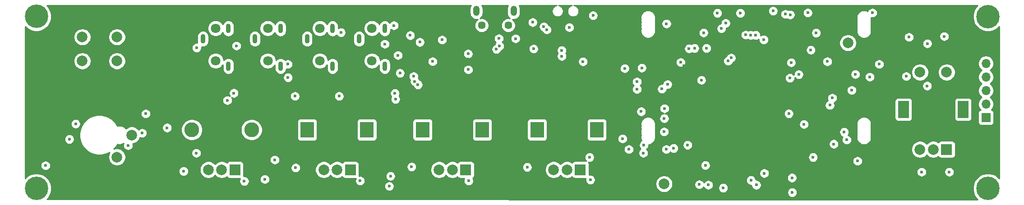
<source format=gbr>
%TF.GenerationSoftware,KiCad,Pcbnew,(5.1.8-0-10_14)*%
%TF.CreationDate,2021-02-06T10:55:23+01:00*%
%TF.ProjectId,PoundingSystem,506f756e-6469-46e6-9753-797374656d2e,rev?*%
%TF.SameCoordinates,Original*%
%TF.FileFunction,Copper,L3,Inr*%
%TF.FilePolarity,Positive*%
%FSLAX46Y46*%
G04 Gerber Fmt 4.6, Leading zero omitted, Abs format (unit mm)*
G04 Created by KiCad (PCBNEW (5.1.8-0-10_14)) date 2021-02-06 10:55:23*
%MOMM*%
%LPD*%
G01*
G04 APERTURE LIST*
%TA.AperFunction,ComponentPad*%
%ADD10R,2.000000X2.000000*%
%TD*%
%TA.AperFunction,ComponentPad*%
%ADD11C,2.000000*%
%TD*%
%TA.AperFunction,ComponentPad*%
%ADD12R,2.500000X3.000000*%
%TD*%
%TA.AperFunction,ComponentPad*%
%ADD13C,4.400000*%
%TD*%
%TA.AperFunction,ComponentPad*%
%ADD14C,0.700000*%
%TD*%
%TA.AperFunction,ComponentPad*%
%ADD15R,2.000000X3.200000*%
%TD*%
%TA.AperFunction,ComponentPad*%
%ADD16C,1.800000*%
%TD*%
%TA.AperFunction,ComponentPad*%
%ADD17O,0.900000X1.800000*%
%TD*%
%TA.AperFunction,ComponentPad*%
%ADD18C,2.800000*%
%TD*%
%TA.AperFunction,ComponentPad*%
%ADD19R,1.700000X1.700000*%
%TD*%
%TA.AperFunction,ComponentPad*%
%ADD20O,1.700000X1.700000*%
%TD*%
%TA.AperFunction,ComponentPad*%
%ADD21O,1.200000X1.900000*%
%TD*%
%TA.AperFunction,ComponentPad*%
%ADD22C,1.450000*%
%TD*%
%TA.AperFunction,ViaPad*%
%ADD23C,0.600000*%
%TD*%
%TA.AperFunction,ViaPad*%
%ADD24C,0.800000*%
%TD*%
%TA.AperFunction,Conductor*%
%ADD25C,0.254000*%
%TD*%
%TA.AperFunction,Conductor*%
%ADD26C,0.100000*%
%TD*%
G04 APERTURE END LIST*
D10*
%TO.N,Net-(C43-Pad2)*%
%TO.C,SW4*%
X95317920Y-105435000D03*
D11*
%TO.N,GND*%
X92817920Y-105435000D03*
%TO.N,Net-(C41-Pad2)*%
X90317920Y-105435000D03*
D12*
%TO.N,N/C*%
X98417920Y-97935000D03*
X87217920Y-97935000D03*
%TD*%
D10*
%TO.N,Net-(C44-Pad2)*%
%TO.C,SW3*%
X116970280Y-105435000D03*
D11*
%TO.N,GND*%
X114470280Y-105435000D03*
%TO.N,Net-(C42-Pad2)*%
X111970280Y-105435000D03*
D12*
%TO.N,N/C*%
X120070280Y-97935000D03*
X108870280Y-97935000D03*
%TD*%
D13*
%TO.N,Net-(H2-Pad1)*%
%TO.C,H2*%
X36375000Y-76625000D03*
D14*
X38025000Y-76625000D03*
X37541726Y-77791726D03*
X36375000Y-78275000D03*
X35208274Y-77791726D03*
X34725000Y-76625000D03*
X35208274Y-75458274D03*
X36375000Y-74975000D03*
X37541726Y-75458274D03*
%TD*%
D10*
%TO.N,Net-(C51-Pad2)*%
%TO.C,SW1*%
X207225000Y-101625000D03*
D11*
%TO.N,GND*%
X204725000Y-101625000D03*
%TO.N,Net-(C52-Pad2)*%
X202225000Y-101625000D03*
D15*
%TO.N,N/C*%
X210325000Y-94125000D03*
X199125000Y-94125000D03*
D11*
%TO.N,Net-(C49-Pad2)*%
X207225000Y-87125000D03*
%TO.N,GND*%
X202225000Y-87125000D03*
%TD*%
%TO.N,GND*%
%TO.C,SW7*%
X51500000Y-85000000D03*
%TO.N,Net-(C46-Pad2)*%
X51500000Y-80500000D03*
%TO.N,GND*%
X45000000Y-85000000D03*
%TO.N,Net-(C46-Pad2)*%
X45000000Y-80500000D03*
%TD*%
D16*
%TO.N,*%
%TO.C,J5*%
X99357500Y-84970000D03*
X99357500Y-78870000D03*
D17*
%TO.N,Net-(FB3-Pad1)*%
X101757500Y-85970000D03*
%TO.N,GND*%
X101757500Y-78914000D03*
%TO.N,Net-(FB4-Pad1)*%
X96960500Y-80847000D03*
%TD*%
D11*
%TO.N,Net-(C47-Pad2)*%
%TO.C,SW5*%
X51512000Y-103052000D03*
%TO.N,GND*%
X54262000Y-98922000D03*
%TD*%
%TO.N,*%
%TO.C,U5*%
X188700000Y-81600000D03*
X154200000Y-108100000D03*
%TD*%
D10*
%TO.N,Net-(C35-Pad2)*%
%TO.C,SW8*%
X73665560Y-105435000D03*
D11*
%TO.N,GND*%
X71165560Y-105435000D03*
%TO.N,Net-(C34-Pad2)*%
X68665560Y-105435000D03*
D18*
%TO.N,N/C*%
X76765560Y-97935000D03*
X65565560Y-97935000D03*
%TD*%
D14*
%TO.N,Net-(H4-Pad1)*%
%TO.C,H4*%
X37541726Y-107783274D03*
X36375000Y-107300000D03*
X35208274Y-107783274D03*
X34725000Y-108950000D03*
X35208274Y-110116726D03*
X36375000Y-110600000D03*
X37541726Y-110116726D03*
X38025000Y-108950000D03*
D13*
X36375000Y-108950000D03*
%TD*%
D14*
%TO.N,Net-(H3-Pad1)*%
%TO.C,H3*%
X216141726Y-75483274D03*
X214975000Y-75000000D03*
X213808274Y-75483274D03*
X213325000Y-76650000D03*
X213808274Y-77816726D03*
X214975000Y-78300000D03*
X216141726Y-77816726D03*
X216625000Y-76650000D03*
D13*
X214975000Y-76650000D03*
%TD*%
D14*
%TO.N,Net-(H2-Pad1)*%
%TO.C,H2*%
X37541726Y-75458274D03*
X36375000Y-74975000D03*
X35208274Y-75458274D03*
X34725000Y-76625000D03*
X35208274Y-77791726D03*
X36375000Y-78275000D03*
X37541726Y-77791726D03*
X38025000Y-76625000D03*
D13*
X36375000Y-76625000D03*
%TD*%
D14*
%TO.N,Net-(H1-Pad1)*%
%TO.C,H1*%
X216141726Y-107783274D03*
X214975000Y-107300000D03*
X213808274Y-107783274D03*
X213325000Y-108950000D03*
X213808274Y-110116726D03*
X214975000Y-110600000D03*
X216141726Y-110116726D03*
X216625000Y-108950000D03*
D13*
X214975000Y-108950000D03*
%TD*%
D16*
%TO.N,*%
%TO.C,J2*%
X89581667Y-84970000D03*
X89581667Y-78870000D03*
D17*
%TO.N,Net-(FB5-Pad1)*%
X91981667Y-85970000D03*
%TO.N,GND*%
X91981667Y-78914000D03*
%TO.N,Net-(FB6-Pad1)*%
X87184667Y-80847000D03*
%TD*%
D19*
%TO.N,VCC*%
%TO.C,J6*%
X214600000Y-95630000D03*
D20*
%TO.N,GND*%
X214600000Y-93090000D03*
%TO.N,SWDIO*%
X214600000Y-90550000D03*
%TO.N,SWCLK*%
X214600000Y-88010000D03*
%TO.N,SWO*%
X214600000Y-85470000D03*
%TD*%
D16*
%TO.N,*%
%TO.C,J4*%
X70030000Y-84970000D03*
X70030000Y-78870000D03*
D17*
%TO.N,Net-(J4-PadT)*%
X72430000Y-85970000D03*
%TO.N,GND*%
X72430000Y-78914000D03*
%TO.N,Net-(J4-PadR)*%
X67633000Y-80847000D03*
%TD*%
D10*
%TO.N,Net-(C38-Pad2)*%
%TO.C,SW2*%
X138472640Y-105435000D03*
D11*
%TO.N,GND*%
X135972640Y-105435000D03*
%TO.N,Net-(C37-Pad2)*%
X133472640Y-105435000D03*
D12*
%TO.N,N/C*%
X141572640Y-97935000D03*
X130372640Y-97935000D03*
%TD*%
D16*
%TO.N,*%
%TO.C,J3*%
X79805834Y-84970000D03*
X79805834Y-78870000D03*
D17*
%TO.N,Net-(C20-Pad1)*%
X82205834Y-85970000D03*
%TO.N,GND*%
X82205834Y-78914000D03*
%TO.N,MIC_-*%
X77408834Y-80847000D03*
%TD*%
D21*
%TO.N,Net-(J1-Pad6)*%
%TO.C,J1*%
X125960000Y-75602500D03*
X118960000Y-75602500D03*
D22*
X124960000Y-78302500D03*
X119960000Y-78302500D03*
%TD*%
D23*
%TO.N,GND*%
X126310000Y-80790000D03*
X93550000Y-79640000D03*
X103480000Y-78330000D03*
X72230000Y-92400000D03*
X73450000Y-91030000D03*
X66450000Y-82530000D03*
X73930000Y-82150000D03*
X104620000Y-87280000D03*
X103780000Y-92190000D03*
X103670000Y-91080000D03*
X202525000Y-105850000D03*
X207725000Y-105850000D03*
X199644000Y-87884000D03*
X53600000Y-100880000D03*
X56910000Y-94920000D03*
X56230000Y-98540000D03*
X140350000Y-107325000D03*
X128500000Y-104950000D03*
X106800000Y-104890000D03*
X117500000Y-107535000D03*
X97150000Y-107530000D03*
X75400000Y-107600000D03*
X64010000Y-105720000D03*
X190100000Y-87500000D03*
X104240000Y-83930000D03*
X110744000Y-85090000D03*
X43750000Y-96810000D03*
X138970000Y-85110000D03*
X84910000Y-91610000D03*
X140859000Y-76450000D03*
X112522000Y-81026000D03*
X106550000Y-80190000D03*
X93190000Y-91610000D03*
X38100000Y-104648000D03*
X117410000Y-83650000D03*
X117430000Y-86610000D03*
X108350000Y-81460000D03*
X85040000Y-105070000D03*
X188468000Y-99822000D03*
X129700000Y-82700000D03*
X161600000Y-79700000D03*
X181160000Y-75950000D03*
X154600000Y-101600000D03*
X161950000Y-104600000D03*
X162500000Y-108300000D03*
X164200000Y-76000000D03*
X174650000Y-75600000D03*
X164950000Y-78900000D03*
X165750000Y-77900000D03*
X162150000Y-82599998D03*
X153800000Y-90250000D03*
X154850000Y-89400000D03*
X158600000Y-100800000D03*
X154223633Y-95792358D03*
X165300000Y-108845000D03*
X178200000Y-106950000D03*
X182150000Y-103100000D03*
X188000000Y-98350000D03*
X189400000Y-90500000D03*
X178250000Y-109700000D03*
X154650000Y-78000000D03*
X172894982Y-80994982D03*
X186050000Y-100599996D03*
X203575000Y-89675000D03*
X184833051Y-85100010D03*
X181729454Y-82924990D03*
X206775000Y-80375000D03*
X200152000Y-80518000D03*
X182734102Y-79732000D03*
X193294000Y-75946000D03*
X194564000Y-85598000D03*
X157310000Y-85250000D03*
X177860000Y-76310000D03*
%TO.N,+3V3*%
X102130000Y-89770000D03*
X58550000Y-95020000D03*
X137090000Y-79960000D03*
X105380000Y-82990000D03*
X214300000Y-105600000D03*
X117420000Y-84630000D03*
X117440000Y-85650000D03*
D24*
X147214000Y-80520000D03*
D23*
X155400000Y-82700000D03*
X162800000Y-105850000D03*
X163050000Y-80150000D03*
X166599992Y-76000000D03*
X157910000Y-85880000D03*
X159350000Y-102250000D03*
X154309336Y-97240658D03*
X166200000Y-108100000D03*
X179600000Y-105350000D03*
X183950000Y-102050000D03*
X188850000Y-96500000D03*
X176650000Y-109200000D03*
X176200000Y-75475001D03*
X179700000Y-80600000D03*
X187800000Y-88800000D03*
X47500000Y-103850000D03*
X35875000Y-101500000D03*
X160175000Y-83800000D03*
X207350000Y-89950000D03*
X180429949Y-79279949D03*
X193802000Y-86614000D03*
X184890000Y-76760000D03*
X165487293Y-76925827D03*
X183250000Y-84595010D03*
X200152000Y-82984990D03*
%TO.N,I2C2_SCL*%
X135000000Y-84100000D03*
X159900000Y-82600000D03*
%TO.N,I2C2_SDA*%
X135000000Y-83000000D03*
X158868416Y-82679186D03*
%TO.N,NRST*%
X161200000Y-88600000D03*
%TO.N,HOLD_SW*%
X60910000Y-97550000D03*
X66400000Y-102300000D03*
X140200000Y-103100000D03*
X156000000Y-101400000D03*
%TO.N,SWDIO*%
X185300000Y-93300000D03*
%TO.N,SWCLK*%
X185762815Y-91953287D03*
%TO.N,SPI3_SCK*%
X168500000Y-76000000D03*
%TO.N,SPI3_MOSI*%
X169500000Y-80100004D03*
%TO.N,SWO*%
X178050000Y-85300000D03*
%TO.N,I2S2_WS*%
X149900000Y-94500000D03*
X154200000Y-98300000D03*
%TO.N,+5V*%
X129534001Y-77734001D03*
%TO.N,Net-(FB3-Pad1)*%
X101770000Y-81810000D03*
%TO.N,I2S2_SDI*%
X149100000Y-90300000D03*
X177800000Y-88200000D03*
%TO.N,I2S2_SDO*%
X149100000Y-88900000D03*
X179463621Y-87528587D03*
%TO.N,Net-(J1-Pad4)*%
X123190000Y-80772000D03*
%TO.N,USB_CONN_D+*%
X123283975Y-82216025D03*
%TO.N,USB_CONN_D-*%
X122716025Y-82783975D03*
%TO.N,USB_D+*%
X132183975Y-79119576D03*
X166216025Y-84983975D03*
%TO.N,USB_D-*%
X131616025Y-78551626D03*
X166783975Y-84416025D03*
X177600000Y-94900000D03*
X180450000Y-96900000D03*
%TO.N,Net-(D3-Pad2)*%
X42570000Y-99700000D03*
%TO.N,MICBIAS*%
X107188000Y-87884000D03*
X83566000Y-85598000D03*
%TO.N,TIM4_CH2*%
X173000000Y-106100000D03*
X160800000Y-108200000D03*
%TO.N,TIM3_CH1*%
X150300000Y-102300000D03*
X79250000Y-107225000D03*
%TO.N,TIM3_CH2*%
X147574000Y-101600000D03*
X81125000Y-103575000D03*
%TO.N,LCD_DC*%
X170450000Y-80150000D03*
%TO.N,LCD_CS*%
X171400000Y-80150000D03*
%TO.N,Net-(C23-Pad1)*%
X176950000Y-76200000D03*
%TO.N,Net-(D4-Pad2)*%
X150010000Y-86300000D03*
%TO.N,Net-(D5-Pad2)*%
X192800000Y-88000000D03*
%TO.N,Net-(D6-Pad2)*%
X190500000Y-103800000D03*
%TO.N,Net-(D7-Pad2)*%
X150400000Y-100800000D03*
%TO.N,Net-(D2-Pad2)*%
X136400000Y-78700000D03*
%TO.N,MIC_+*%
X107395479Y-88853479D03*
X83610000Y-88100000D03*
%TO.N,MIC_-*%
X107996521Y-89454521D03*
%TO.N,TIM5_CH2*%
X102850000Y-106640000D03*
X170500000Y-107400000D03*
%TO.N,TIM5_CH1*%
X171500000Y-108300000D03*
X102600000Y-108525000D03*
%TO.N,LCD_BL2*%
X146800000Y-86400000D03*
X146400000Y-99600000D03*
X154270626Y-93925000D03*
%TO.N,Net-(D8-Pad2)*%
X203600000Y-81725000D03*
%TD*%
D25*
%TO.N,+3V3*%
X117928168Y-74563051D02*
X117813489Y-74777599D01*
X117742870Y-75010398D01*
X117725000Y-75191835D01*
X117725000Y-76013164D01*
X117742870Y-76194601D01*
X117813489Y-76427400D01*
X117928167Y-76641948D01*
X118082498Y-76830002D01*
X118270551Y-76984333D01*
X118485099Y-77099011D01*
X118717898Y-77169630D01*
X118960000Y-77193475D01*
X119202101Y-77169630D01*
X119212035Y-77166616D01*
X119093051Y-77246119D01*
X118903619Y-77435551D01*
X118754784Y-77658299D01*
X118652264Y-77905803D01*
X118600000Y-78168552D01*
X118600000Y-78436448D01*
X118652264Y-78699197D01*
X118754784Y-78946701D01*
X118903619Y-79169449D01*
X119093051Y-79358881D01*
X119315799Y-79507716D01*
X119563303Y-79610236D01*
X119826052Y-79662500D01*
X120093948Y-79662500D01*
X120356697Y-79610236D01*
X120604201Y-79507716D01*
X120826949Y-79358881D01*
X121016381Y-79169449D01*
X121165216Y-78946701D01*
X121267736Y-78699197D01*
X121320000Y-78436448D01*
X121320000Y-78168552D01*
X121267736Y-77905803D01*
X121165216Y-77658299D01*
X121016381Y-77435551D01*
X120826949Y-77246119D01*
X120604201Y-77097284D01*
X120356697Y-76994764D01*
X120093948Y-76942500D01*
X119826052Y-76942500D01*
X119660231Y-76975484D01*
X119837502Y-76830002D01*
X119991833Y-76641949D01*
X120106511Y-76427401D01*
X120177130Y-76194602D01*
X120195000Y-76013165D01*
X120195000Y-75191836D01*
X120177130Y-75010399D01*
X120106511Y-74777599D01*
X119991833Y-74563051D01*
X119989329Y-74560000D01*
X124930672Y-74560000D01*
X124928167Y-74563052D01*
X124813489Y-74777600D01*
X124742870Y-75010399D01*
X124725000Y-75191836D01*
X124725000Y-76013165D01*
X124742870Y-76194602D01*
X124813489Y-76427401D01*
X124928168Y-76641949D01*
X125082499Y-76830002D01*
X125259769Y-76975484D01*
X125093948Y-76942500D01*
X124826052Y-76942500D01*
X124563303Y-76994764D01*
X124315799Y-77097284D01*
X124093051Y-77246119D01*
X123903619Y-77435551D01*
X123754784Y-77658299D01*
X123652264Y-77905803D01*
X123600000Y-78168552D01*
X123600000Y-78436448D01*
X123652264Y-78699197D01*
X123754784Y-78946701D01*
X123903619Y-79169449D01*
X124093051Y-79358881D01*
X124315799Y-79507716D01*
X124563303Y-79610236D01*
X124826052Y-79662500D01*
X125093948Y-79662500D01*
X125356697Y-79610236D01*
X125604201Y-79507716D01*
X125826949Y-79358881D01*
X126016381Y-79169449D01*
X126165216Y-78946701D01*
X126267736Y-78699197D01*
X126320000Y-78436448D01*
X126320000Y-78168552D01*
X126267736Y-77905803D01*
X126165216Y-77658299D01*
X126154267Y-77641912D01*
X128599001Y-77641912D01*
X128599001Y-77826090D01*
X128634933Y-78006730D01*
X128705415Y-78176890D01*
X128807739Y-78330029D01*
X128937973Y-78460263D01*
X129091112Y-78562587D01*
X129261272Y-78633069D01*
X129441912Y-78669001D01*
X129626090Y-78669001D01*
X129806730Y-78633069D01*
X129976890Y-78562587D01*
X130130029Y-78460263D01*
X130130755Y-78459537D01*
X130681025Y-78459537D01*
X130681025Y-78643715D01*
X130716957Y-78824355D01*
X130787439Y-78994515D01*
X130889763Y-79147654D01*
X131019997Y-79277888D01*
X131173136Y-79380212D01*
X131302009Y-79433592D01*
X131355389Y-79562465D01*
X131457713Y-79715604D01*
X131587947Y-79845838D01*
X131741086Y-79948162D01*
X131911246Y-80018644D01*
X132091886Y-80054576D01*
X132276064Y-80054576D01*
X132456704Y-80018644D01*
X132626864Y-79948162D01*
X132780003Y-79845838D01*
X132910237Y-79715604D01*
X133012561Y-79562465D01*
X133083043Y-79392305D01*
X133118975Y-79211665D01*
X133118975Y-79027487D01*
X133083043Y-78846847D01*
X133012561Y-78676687D01*
X132966607Y-78607911D01*
X135465000Y-78607911D01*
X135465000Y-78792089D01*
X135500932Y-78972729D01*
X135571414Y-79142889D01*
X135673738Y-79296028D01*
X135803972Y-79426262D01*
X135957111Y-79528586D01*
X136127271Y-79599068D01*
X136307911Y-79635000D01*
X136492089Y-79635000D01*
X136672729Y-79599068D01*
X136842889Y-79528586D01*
X136996028Y-79426262D01*
X137126262Y-79296028D01*
X137228586Y-79142889D01*
X137299068Y-78972729D01*
X137335000Y-78792089D01*
X137335000Y-78607911D01*
X137299068Y-78427271D01*
X137228586Y-78257111D01*
X137126262Y-78103972D01*
X136996028Y-77973738D01*
X136842889Y-77871414D01*
X136672729Y-77800932D01*
X136492089Y-77765000D01*
X136307911Y-77765000D01*
X136127271Y-77800932D01*
X135957111Y-77871414D01*
X135803972Y-77973738D01*
X135673738Y-78103972D01*
X135571414Y-78257111D01*
X135500932Y-78427271D01*
X135465000Y-78607911D01*
X132966607Y-78607911D01*
X132910237Y-78523548D01*
X132780003Y-78393314D01*
X132626864Y-78290990D01*
X132497991Y-78237610D01*
X132444611Y-78108737D01*
X132342287Y-77955598D01*
X132212053Y-77825364D01*
X132058914Y-77723040D01*
X131888754Y-77652558D01*
X131708114Y-77616626D01*
X131523936Y-77616626D01*
X131343296Y-77652558D01*
X131173136Y-77723040D01*
X131019997Y-77825364D01*
X130889763Y-77955598D01*
X130787439Y-78108737D01*
X130716957Y-78278897D01*
X130681025Y-78459537D01*
X130130755Y-78459537D01*
X130260263Y-78330029D01*
X130362587Y-78176890D01*
X130433069Y-78006730D01*
X130469001Y-77826090D01*
X130469001Y-77641912D01*
X130433069Y-77461272D01*
X130362587Y-77291112D01*
X130260263Y-77137973D01*
X130130029Y-77007739D01*
X129976890Y-76905415D01*
X129806730Y-76834933D01*
X129626090Y-76799001D01*
X129441912Y-76799001D01*
X129261272Y-76834933D01*
X129091112Y-76905415D01*
X128937973Y-77007739D01*
X128807739Y-77137973D01*
X128705415Y-77291112D01*
X128634933Y-77461272D01*
X128599001Y-77641912D01*
X126154267Y-77641912D01*
X126016381Y-77435551D01*
X125826949Y-77246119D01*
X125707965Y-77166616D01*
X125717899Y-77169630D01*
X125960000Y-77193475D01*
X126202102Y-77169630D01*
X126434901Y-77099011D01*
X126649449Y-76984333D01*
X126837502Y-76830002D01*
X126991833Y-76641949D01*
X127106511Y-76427401D01*
X127177130Y-76194601D01*
X127195000Y-76013164D01*
X127195000Y-75191835D01*
X127177130Y-75010398D01*
X127106511Y-74777599D01*
X126991833Y-74563051D01*
X126989329Y-74560000D01*
X134027727Y-74560000D01*
X133893517Y-74586696D01*
X133696060Y-74668485D01*
X133518353Y-74787225D01*
X133367225Y-74938353D01*
X133248485Y-75116060D01*
X133166696Y-75313517D01*
X133125000Y-75523137D01*
X133125000Y-75736863D01*
X133166696Y-75946483D01*
X133248485Y-76143940D01*
X133367225Y-76321647D01*
X133518353Y-76472775D01*
X133696060Y-76591515D01*
X133893517Y-76673304D01*
X134103137Y-76715000D01*
X134316863Y-76715000D01*
X134526483Y-76673304D01*
X134723940Y-76591515D01*
X134901647Y-76472775D01*
X135052775Y-76321647D01*
X135171515Y-76143940D01*
X135253304Y-75946483D01*
X135295000Y-75736863D01*
X135295000Y-75523137D01*
X135253304Y-75313517D01*
X135171515Y-75116060D01*
X135052775Y-74938353D01*
X134901647Y-74787225D01*
X134723940Y-74668485D01*
X134526483Y-74586696D01*
X134392273Y-74560000D01*
X136927727Y-74560000D01*
X136793517Y-74586696D01*
X136596060Y-74668485D01*
X136418353Y-74787225D01*
X136267225Y-74938353D01*
X136148485Y-75116060D01*
X136066696Y-75313517D01*
X136025000Y-75523137D01*
X136025000Y-75736863D01*
X136066696Y-75946483D01*
X136148485Y-76143940D01*
X136267225Y-76321647D01*
X136418353Y-76472775D01*
X136596060Y-76591515D01*
X136793517Y-76673304D01*
X137003137Y-76715000D01*
X137216863Y-76715000D01*
X137426483Y-76673304D01*
X137623940Y-76591515D01*
X137801647Y-76472775D01*
X137916511Y-76357911D01*
X139924000Y-76357911D01*
X139924000Y-76542089D01*
X139959932Y-76722729D01*
X140030414Y-76892889D01*
X140132738Y-77046028D01*
X140262972Y-77176262D01*
X140416111Y-77278586D01*
X140586271Y-77349068D01*
X140766911Y-77385000D01*
X140951089Y-77385000D01*
X141131729Y-77349068D01*
X141301889Y-77278586D01*
X141455028Y-77176262D01*
X141585262Y-77046028D01*
X141687586Y-76892889D01*
X141758068Y-76722729D01*
X141759886Y-76713589D01*
X149815000Y-76713589D01*
X149815000Y-76986411D01*
X149837594Y-77100000D01*
X149815000Y-77213589D01*
X149815000Y-77486411D01*
X149862459Y-77725000D01*
X149815000Y-77963589D01*
X149815000Y-78236411D01*
X149837594Y-78350000D01*
X149815000Y-78463589D01*
X149815000Y-78736411D01*
X149862459Y-78975000D01*
X149815000Y-79213589D01*
X149815000Y-79486411D01*
X149868225Y-79753989D01*
X149972629Y-80006043D01*
X150124201Y-80232886D01*
X150317114Y-80425799D01*
X150543957Y-80577371D01*
X150796011Y-80681775D01*
X151063589Y-80735000D01*
X151336411Y-80735000D01*
X151603989Y-80681775D01*
X151856043Y-80577371D01*
X152082886Y-80425799D01*
X152275799Y-80232886D01*
X152427371Y-80006043D01*
X152531775Y-79753989D01*
X152560831Y-79607911D01*
X160665000Y-79607911D01*
X160665000Y-79792089D01*
X160700932Y-79972729D01*
X160771414Y-80142889D01*
X160873738Y-80296028D01*
X161003972Y-80426262D01*
X161157111Y-80528586D01*
X161327271Y-80599068D01*
X161507911Y-80635000D01*
X161692089Y-80635000D01*
X161872729Y-80599068D01*
X162042889Y-80528586D01*
X162196028Y-80426262D01*
X162326262Y-80296028D01*
X162428586Y-80142889D01*
X162484493Y-80007915D01*
X168565000Y-80007915D01*
X168565000Y-80192093D01*
X168600932Y-80372733D01*
X168671414Y-80542893D01*
X168773738Y-80696032D01*
X168903972Y-80826266D01*
X169057111Y-80928590D01*
X169227271Y-80999072D01*
X169407911Y-81035004D01*
X169592089Y-81035004D01*
X169772729Y-80999072D01*
X169936344Y-80931301D01*
X170007111Y-80978586D01*
X170177271Y-81049068D01*
X170357911Y-81085000D01*
X170542089Y-81085000D01*
X170722729Y-81049068D01*
X170892889Y-80978586D01*
X170925000Y-80957130D01*
X170957111Y-80978586D01*
X171127271Y-81049068D01*
X171307911Y-81085000D01*
X171492089Y-81085000D01*
X171672729Y-81049068D01*
X171842889Y-80978586D01*
X171960566Y-80899957D01*
X171959982Y-80902893D01*
X171959982Y-81087071D01*
X171995914Y-81267711D01*
X172066396Y-81437871D01*
X172168720Y-81591010D01*
X172298954Y-81721244D01*
X172452093Y-81823568D01*
X172622253Y-81894050D01*
X172802893Y-81929982D01*
X172987071Y-81929982D01*
X173167711Y-81894050D01*
X173337871Y-81823568D01*
X173491010Y-81721244D01*
X173621244Y-81591010D01*
X173722835Y-81438967D01*
X187065000Y-81438967D01*
X187065000Y-81761033D01*
X187127832Y-82076912D01*
X187251082Y-82374463D01*
X187430013Y-82642252D01*
X187657748Y-82869987D01*
X187925537Y-83048918D01*
X188223088Y-83172168D01*
X188538967Y-83235000D01*
X188861033Y-83235000D01*
X189176912Y-83172168D01*
X189474463Y-83048918D01*
X189742252Y-82869987D01*
X189969987Y-82642252D01*
X190148918Y-82374463D01*
X190272168Y-82076912D01*
X190335000Y-81761033D01*
X190335000Y-81632911D01*
X202665000Y-81632911D01*
X202665000Y-81817089D01*
X202700932Y-81997729D01*
X202771414Y-82167889D01*
X202873738Y-82321028D01*
X203003972Y-82451262D01*
X203157111Y-82553586D01*
X203327271Y-82624068D01*
X203507911Y-82660000D01*
X203692089Y-82660000D01*
X203872729Y-82624068D01*
X204042889Y-82553586D01*
X204196028Y-82451262D01*
X204326262Y-82321028D01*
X204428586Y-82167889D01*
X204499068Y-81997729D01*
X204535000Y-81817089D01*
X204535000Y-81632911D01*
X204499068Y-81452271D01*
X204428586Y-81282111D01*
X204326262Y-81128972D01*
X204196028Y-80998738D01*
X204042889Y-80896414D01*
X203872729Y-80825932D01*
X203692089Y-80790000D01*
X203507911Y-80790000D01*
X203327271Y-80825932D01*
X203157111Y-80896414D01*
X203003972Y-80998738D01*
X202873738Y-81128972D01*
X202771414Y-81282111D01*
X202700932Y-81452271D01*
X202665000Y-81632911D01*
X190335000Y-81632911D01*
X190335000Y-81438967D01*
X190272168Y-81123088D01*
X190148918Y-80825537D01*
X189969987Y-80557748D01*
X189742252Y-80330013D01*
X189474463Y-80151082D01*
X189176912Y-80027832D01*
X188861033Y-79965000D01*
X188538967Y-79965000D01*
X188223088Y-80027832D01*
X187925537Y-80151082D01*
X187657748Y-80330013D01*
X187430013Y-80557748D01*
X187251082Y-80825537D01*
X187127832Y-81123088D01*
X187065000Y-81438967D01*
X173722835Y-81438967D01*
X173723568Y-81437871D01*
X173794050Y-81267711D01*
X173829982Y-81087071D01*
X173829982Y-80902893D01*
X173794050Y-80722253D01*
X173723568Y-80552093D01*
X173621244Y-80398954D01*
X173491010Y-80268720D01*
X173337871Y-80166396D01*
X173167711Y-80095914D01*
X172987071Y-80059982D01*
X172802893Y-80059982D01*
X172622253Y-80095914D01*
X172452093Y-80166396D01*
X172334416Y-80245025D01*
X172335000Y-80242089D01*
X172335000Y-80057911D01*
X172299068Y-79877271D01*
X172228586Y-79707111D01*
X172183685Y-79639911D01*
X181799102Y-79639911D01*
X181799102Y-79824089D01*
X181835034Y-80004729D01*
X181905516Y-80174889D01*
X182007840Y-80328028D01*
X182138074Y-80458262D01*
X182291213Y-80560586D01*
X182461373Y-80631068D01*
X182642013Y-80667000D01*
X182826191Y-80667000D01*
X183006831Y-80631068D01*
X183176991Y-80560586D01*
X183330130Y-80458262D01*
X183460364Y-80328028D01*
X183562688Y-80174889D01*
X183633170Y-80004729D01*
X183669102Y-79824089D01*
X183669102Y-79639911D01*
X183633170Y-79459271D01*
X183562688Y-79289111D01*
X183460364Y-79135972D01*
X183330130Y-79005738D01*
X183176991Y-78903414D01*
X183006831Y-78832932D01*
X182826191Y-78797000D01*
X182642013Y-78797000D01*
X182461373Y-78832932D01*
X182291213Y-78903414D01*
X182138074Y-79005738D01*
X182007840Y-79135972D01*
X181905516Y-79289111D01*
X181835034Y-79459271D01*
X181799102Y-79639911D01*
X172183685Y-79639911D01*
X172126262Y-79553972D01*
X171996028Y-79423738D01*
X171842889Y-79321414D01*
X171672729Y-79250932D01*
X171492089Y-79215000D01*
X171307911Y-79215000D01*
X171127271Y-79250932D01*
X170957111Y-79321414D01*
X170925000Y-79342870D01*
X170892889Y-79321414D01*
X170722729Y-79250932D01*
X170542089Y-79215000D01*
X170357911Y-79215000D01*
X170177271Y-79250932D01*
X170013656Y-79318703D01*
X169942889Y-79271418D01*
X169772729Y-79200936D01*
X169592089Y-79165004D01*
X169407911Y-79165004D01*
X169227271Y-79200936D01*
X169057111Y-79271418D01*
X168903972Y-79373742D01*
X168773738Y-79503976D01*
X168671414Y-79657115D01*
X168600932Y-79827275D01*
X168565000Y-80007915D01*
X162484493Y-80007915D01*
X162499068Y-79972729D01*
X162535000Y-79792089D01*
X162535000Y-79607911D01*
X162499068Y-79427271D01*
X162428586Y-79257111D01*
X162326262Y-79103972D01*
X162196028Y-78973738D01*
X162042889Y-78871414D01*
X161889578Y-78807911D01*
X164015000Y-78807911D01*
X164015000Y-78992089D01*
X164050932Y-79172729D01*
X164121414Y-79342889D01*
X164223738Y-79496028D01*
X164353972Y-79626262D01*
X164507111Y-79728586D01*
X164677271Y-79799068D01*
X164857911Y-79835000D01*
X165042089Y-79835000D01*
X165222729Y-79799068D01*
X165392889Y-79728586D01*
X165546028Y-79626262D01*
X165676262Y-79496028D01*
X165778586Y-79342889D01*
X165849068Y-79172729D01*
X165885000Y-78992089D01*
X165885000Y-78826464D01*
X166022729Y-78799068D01*
X166192889Y-78728586D01*
X166346028Y-78626262D01*
X166476262Y-78496028D01*
X166578586Y-78342889D01*
X166649068Y-78172729D01*
X166685000Y-77992089D01*
X166685000Y-77807911D01*
X166649068Y-77627271D01*
X166578586Y-77457111D01*
X166476262Y-77303972D01*
X166346028Y-77173738D01*
X166192889Y-77071414D01*
X166022729Y-77000932D01*
X165842089Y-76965000D01*
X165657911Y-76965000D01*
X165477271Y-77000932D01*
X165307111Y-77071414D01*
X165153972Y-77173738D01*
X165023738Y-77303972D01*
X164921414Y-77457111D01*
X164850932Y-77627271D01*
X164815000Y-77807911D01*
X164815000Y-77973536D01*
X164677271Y-78000932D01*
X164507111Y-78071414D01*
X164353972Y-78173738D01*
X164223738Y-78303972D01*
X164121414Y-78457111D01*
X164050932Y-78627271D01*
X164015000Y-78807911D01*
X161889578Y-78807911D01*
X161872729Y-78800932D01*
X161692089Y-78765000D01*
X161507911Y-78765000D01*
X161327271Y-78800932D01*
X161157111Y-78871414D01*
X161003972Y-78973738D01*
X160873738Y-79103972D01*
X160771414Y-79257111D01*
X160700932Y-79427271D01*
X160665000Y-79607911D01*
X152560831Y-79607911D01*
X152585000Y-79486411D01*
X152585000Y-79213589D01*
X152537541Y-78975000D01*
X152585000Y-78736411D01*
X152585000Y-78463589D01*
X152562406Y-78350000D01*
X152585000Y-78236411D01*
X152585000Y-77963589D01*
X152573925Y-77907911D01*
X153715000Y-77907911D01*
X153715000Y-78092089D01*
X153750932Y-78272729D01*
X153821414Y-78442889D01*
X153923738Y-78596028D01*
X154053972Y-78726262D01*
X154207111Y-78828586D01*
X154377271Y-78899068D01*
X154557911Y-78935000D01*
X154742089Y-78935000D01*
X154922729Y-78899068D01*
X155092889Y-78828586D01*
X155246028Y-78726262D01*
X155376262Y-78596028D01*
X155478586Y-78442889D01*
X155549068Y-78272729D01*
X155585000Y-78092089D01*
X155585000Y-77907911D01*
X155549068Y-77727271D01*
X155478586Y-77557111D01*
X155376262Y-77403972D01*
X155246028Y-77273738D01*
X155092889Y-77171414D01*
X154922729Y-77100932D01*
X154742089Y-77065000D01*
X154557911Y-77065000D01*
X154377271Y-77100932D01*
X154207111Y-77171414D01*
X154053972Y-77273738D01*
X153923738Y-77403972D01*
X153821414Y-77557111D01*
X153750932Y-77727271D01*
X153715000Y-77907911D01*
X152573925Y-77907911D01*
X152537541Y-77725000D01*
X152585000Y-77486411D01*
X152585000Y-77213589D01*
X152562406Y-77100000D01*
X152585000Y-76986411D01*
X152585000Y-76713589D01*
X152531775Y-76446011D01*
X152427371Y-76193957D01*
X152275799Y-75967114D01*
X152216596Y-75907911D01*
X163265000Y-75907911D01*
X163265000Y-76092089D01*
X163300932Y-76272729D01*
X163371414Y-76442889D01*
X163473738Y-76596028D01*
X163603972Y-76726262D01*
X163757111Y-76828586D01*
X163927271Y-76899068D01*
X164107911Y-76935000D01*
X164292089Y-76935000D01*
X164472729Y-76899068D01*
X164642889Y-76828586D01*
X164796028Y-76726262D01*
X164926262Y-76596028D01*
X165028586Y-76442889D01*
X165099068Y-76272729D01*
X165135000Y-76092089D01*
X165135000Y-75907911D01*
X167565000Y-75907911D01*
X167565000Y-76092089D01*
X167600932Y-76272729D01*
X167671414Y-76442889D01*
X167773738Y-76596028D01*
X167903972Y-76726262D01*
X168057111Y-76828586D01*
X168227271Y-76899068D01*
X168407911Y-76935000D01*
X168592089Y-76935000D01*
X168772729Y-76899068D01*
X168942889Y-76828586D01*
X169096028Y-76726262D01*
X169226262Y-76596028D01*
X169328586Y-76442889D01*
X169399068Y-76272729D01*
X169435000Y-76092089D01*
X169435000Y-75907911D01*
X169399068Y-75727271D01*
X169328586Y-75557111D01*
X169295712Y-75507911D01*
X173715000Y-75507911D01*
X173715000Y-75692089D01*
X173750932Y-75872729D01*
X173821414Y-76042889D01*
X173923738Y-76196028D01*
X174053972Y-76326262D01*
X174207111Y-76428586D01*
X174377271Y-76499068D01*
X174557911Y-76535000D01*
X174742089Y-76535000D01*
X174922729Y-76499068D01*
X175092889Y-76428586D01*
X175246028Y-76326262D01*
X175376262Y-76196028D01*
X175435139Y-76107911D01*
X176015000Y-76107911D01*
X176015000Y-76292089D01*
X176050932Y-76472729D01*
X176121414Y-76642889D01*
X176223738Y-76796028D01*
X176353972Y-76926262D01*
X176507111Y-77028586D01*
X176677271Y-77099068D01*
X176857911Y-77135000D01*
X177042089Y-77135000D01*
X177222729Y-77099068D01*
X177306214Y-77064487D01*
X177417111Y-77138586D01*
X177587271Y-77209068D01*
X177767911Y-77245000D01*
X177952089Y-77245000D01*
X178132729Y-77209068D01*
X178302889Y-77138586D01*
X178456028Y-77036262D01*
X178586262Y-76906028D01*
X178688586Y-76752889D01*
X178759068Y-76582729D01*
X178795000Y-76402089D01*
X178795000Y-76217911D01*
X178759068Y-76037271D01*
X178688586Y-75867111D01*
X178682439Y-75857911D01*
X180225000Y-75857911D01*
X180225000Y-76042089D01*
X180260932Y-76222729D01*
X180331414Y-76392889D01*
X180433738Y-76546028D01*
X180563972Y-76676262D01*
X180717111Y-76778586D01*
X180887271Y-76849068D01*
X181067911Y-76885000D01*
X181252089Y-76885000D01*
X181432729Y-76849068D01*
X181602889Y-76778586D01*
X181700164Y-76713589D01*
X190315000Y-76713589D01*
X190315000Y-76986411D01*
X190337594Y-77100000D01*
X190315000Y-77213589D01*
X190315000Y-77486411D01*
X190362459Y-77725000D01*
X190315000Y-77963589D01*
X190315000Y-78236411D01*
X190362459Y-78475000D01*
X190315000Y-78713589D01*
X190315000Y-78986411D01*
X190337594Y-79100000D01*
X190315000Y-79213589D01*
X190315000Y-79486411D01*
X190368225Y-79753989D01*
X190472629Y-80006043D01*
X190624201Y-80232886D01*
X190817114Y-80425799D01*
X191043957Y-80577371D01*
X191296011Y-80681775D01*
X191563589Y-80735000D01*
X191836411Y-80735000D01*
X192103989Y-80681775D01*
X192356043Y-80577371D01*
X192582718Y-80425911D01*
X199217000Y-80425911D01*
X199217000Y-80610089D01*
X199252932Y-80790729D01*
X199323414Y-80960889D01*
X199425738Y-81114028D01*
X199555972Y-81244262D01*
X199709111Y-81346586D01*
X199879271Y-81417068D01*
X200059911Y-81453000D01*
X200244089Y-81453000D01*
X200424729Y-81417068D01*
X200594889Y-81346586D01*
X200748028Y-81244262D01*
X200878262Y-81114028D01*
X200980586Y-80960889D01*
X201051068Y-80790729D01*
X201087000Y-80610089D01*
X201087000Y-80425911D01*
X201058556Y-80282911D01*
X205840000Y-80282911D01*
X205840000Y-80467089D01*
X205875932Y-80647729D01*
X205946414Y-80817889D01*
X206048738Y-80971028D01*
X206178972Y-81101262D01*
X206332111Y-81203586D01*
X206502271Y-81274068D01*
X206682911Y-81310000D01*
X206867089Y-81310000D01*
X207047729Y-81274068D01*
X207217889Y-81203586D01*
X207371028Y-81101262D01*
X207501262Y-80971028D01*
X207603586Y-80817889D01*
X207674068Y-80647729D01*
X207710000Y-80467089D01*
X207710000Y-80282911D01*
X207674068Y-80102271D01*
X207603586Y-79932111D01*
X207501262Y-79778972D01*
X207371028Y-79648738D01*
X207217889Y-79546414D01*
X207047729Y-79475932D01*
X206867089Y-79440000D01*
X206682911Y-79440000D01*
X206502271Y-79475932D01*
X206332111Y-79546414D01*
X206178972Y-79648738D01*
X206048738Y-79778972D01*
X205946414Y-79932111D01*
X205875932Y-80102271D01*
X205840000Y-80282911D01*
X201058556Y-80282911D01*
X201051068Y-80245271D01*
X200980586Y-80075111D01*
X200878262Y-79921972D01*
X200748028Y-79791738D01*
X200594889Y-79689414D01*
X200424729Y-79618932D01*
X200244089Y-79583000D01*
X200059911Y-79583000D01*
X199879271Y-79618932D01*
X199709111Y-79689414D01*
X199555972Y-79791738D01*
X199425738Y-79921972D01*
X199323414Y-80075111D01*
X199252932Y-80245271D01*
X199217000Y-80425911D01*
X192582718Y-80425911D01*
X192582886Y-80425799D01*
X192775799Y-80232886D01*
X192927371Y-80006043D01*
X193031775Y-79753989D01*
X193085000Y-79486411D01*
X193085000Y-79213589D01*
X193062406Y-79100000D01*
X193085000Y-78986411D01*
X193085000Y-78713589D01*
X193037541Y-78475000D01*
X193085000Y-78236411D01*
X193085000Y-77963589D01*
X193037541Y-77725000D01*
X193085000Y-77486411D01*
X193085000Y-77213589D01*
X193062406Y-77100000D01*
X193085000Y-76986411D01*
X193085000Y-76857745D01*
X193201911Y-76881000D01*
X193386089Y-76881000D01*
X193566729Y-76845068D01*
X193736889Y-76774586D01*
X193890028Y-76672262D01*
X194020262Y-76542028D01*
X194122586Y-76388889D01*
X194193068Y-76218729D01*
X194229000Y-76038089D01*
X194229000Y-75853911D01*
X194193068Y-75673271D01*
X194122586Y-75503111D01*
X194020262Y-75349972D01*
X193890028Y-75219738D01*
X193736889Y-75117414D01*
X193566729Y-75046932D01*
X193386089Y-75011000D01*
X193201911Y-75011000D01*
X193021271Y-75046932D01*
X192851111Y-75117414D01*
X192697972Y-75219738D01*
X192567738Y-75349972D01*
X192465414Y-75503111D01*
X192402931Y-75653959D01*
X192356043Y-75622629D01*
X192103989Y-75518225D01*
X191836411Y-75465000D01*
X191563589Y-75465000D01*
X191296011Y-75518225D01*
X191043957Y-75622629D01*
X190817114Y-75774201D01*
X190624201Y-75967114D01*
X190472629Y-76193957D01*
X190368225Y-76446011D01*
X190315000Y-76713589D01*
X181700164Y-76713589D01*
X181756028Y-76676262D01*
X181886262Y-76546028D01*
X181988586Y-76392889D01*
X182059068Y-76222729D01*
X182095000Y-76042089D01*
X182095000Y-75857911D01*
X182059068Y-75677271D01*
X181988586Y-75507111D01*
X181886262Y-75353972D01*
X181756028Y-75223738D01*
X181602889Y-75121414D01*
X181432729Y-75050932D01*
X181252089Y-75015000D01*
X181067911Y-75015000D01*
X180887271Y-75050932D01*
X180717111Y-75121414D01*
X180563972Y-75223738D01*
X180433738Y-75353972D01*
X180331414Y-75507111D01*
X180260932Y-75677271D01*
X180225000Y-75857911D01*
X178682439Y-75857911D01*
X178586262Y-75713972D01*
X178456028Y-75583738D01*
X178302889Y-75481414D01*
X178132729Y-75410932D01*
X177952089Y-75375000D01*
X177767911Y-75375000D01*
X177587271Y-75410932D01*
X177503786Y-75445513D01*
X177392889Y-75371414D01*
X177222729Y-75300932D01*
X177042089Y-75265000D01*
X176857911Y-75265000D01*
X176677271Y-75300932D01*
X176507111Y-75371414D01*
X176353972Y-75473738D01*
X176223738Y-75603972D01*
X176121414Y-75757111D01*
X176050932Y-75927271D01*
X176015000Y-76107911D01*
X175435139Y-76107911D01*
X175478586Y-76042889D01*
X175549068Y-75872729D01*
X175585000Y-75692089D01*
X175585000Y-75507911D01*
X175549068Y-75327271D01*
X175478586Y-75157111D01*
X175376262Y-75003972D01*
X175246028Y-74873738D01*
X175092889Y-74771414D01*
X174922729Y-74700932D01*
X174742089Y-74665000D01*
X174557911Y-74665000D01*
X174377271Y-74700932D01*
X174207111Y-74771414D01*
X174053972Y-74873738D01*
X173923738Y-75003972D01*
X173821414Y-75157111D01*
X173750932Y-75327271D01*
X173715000Y-75507911D01*
X169295712Y-75507911D01*
X169226262Y-75403972D01*
X169096028Y-75273738D01*
X168942889Y-75171414D01*
X168772729Y-75100932D01*
X168592089Y-75065000D01*
X168407911Y-75065000D01*
X168227271Y-75100932D01*
X168057111Y-75171414D01*
X167903972Y-75273738D01*
X167773738Y-75403972D01*
X167671414Y-75557111D01*
X167600932Y-75727271D01*
X167565000Y-75907911D01*
X165135000Y-75907911D01*
X165099068Y-75727271D01*
X165028586Y-75557111D01*
X164926262Y-75403972D01*
X164796028Y-75273738D01*
X164642889Y-75171414D01*
X164472729Y-75100932D01*
X164292089Y-75065000D01*
X164107911Y-75065000D01*
X163927271Y-75100932D01*
X163757111Y-75171414D01*
X163603972Y-75273738D01*
X163473738Y-75403972D01*
X163371414Y-75557111D01*
X163300932Y-75727271D01*
X163265000Y-75907911D01*
X152216596Y-75907911D01*
X152082886Y-75774201D01*
X151856043Y-75622629D01*
X151603989Y-75518225D01*
X151336411Y-75465000D01*
X151063589Y-75465000D01*
X150796011Y-75518225D01*
X150543957Y-75622629D01*
X150317114Y-75774201D01*
X150124201Y-75967114D01*
X149972629Y-76193957D01*
X149868225Y-76446011D01*
X149815000Y-76713589D01*
X141759886Y-76713589D01*
X141794000Y-76542089D01*
X141794000Y-76357911D01*
X141758068Y-76177271D01*
X141687586Y-76007111D01*
X141585262Y-75853972D01*
X141455028Y-75723738D01*
X141301889Y-75621414D01*
X141131729Y-75550932D01*
X140951089Y-75515000D01*
X140766911Y-75515000D01*
X140586271Y-75550932D01*
X140416111Y-75621414D01*
X140262972Y-75723738D01*
X140132738Y-75853972D01*
X140030414Y-76007111D01*
X139959932Y-76177271D01*
X139924000Y-76357911D01*
X137916511Y-76357911D01*
X137952775Y-76321647D01*
X138071515Y-76143940D01*
X138153304Y-75946483D01*
X138195000Y-75736863D01*
X138195000Y-75523137D01*
X138153304Y-75313517D01*
X138071515Y-75116060D01*
X137952775Y-74938353D01*
X137801647Y-74787225D01*
X137623940Y-74668485D01*
X137426483Y-74586696D01*
X137292273Y-74560000D01*
X213055705Y-74560000D01*
X212772912Y-74842793D01*
X212462656Y-75307124D01*
X212248948Y-75823061D01*
X212140000Y-76370777D01*
X212140000Y-76929223D01*
X212248948Y-77476939D01*
X212462656Y-77992876D01*
X212772912Y-78457207D01*
X213167793Y-78852088D01*
X213632124Y-79162344D01*
X214148061Y-79376052D01*
X214695777Y-79485000D01*
X215254223Y-79485000D01*
X215801939Y-79376052D01*
X216317876Y-79162344D01*
X216782207Y-78852088D01*
X217090000Y-78544295D01*
X217090001Y-107055706D01*
X216782207Y-106747912D01*
X216317876Y-106437656D01*
X215801939Y-106223948D01*
X215254223Y-106115000D01*
X214695777Y-106115000D01*
X214148061Y-106223948D01*
X213632124Y-106437656D01*
X213167793Y-106747912D01*
X212772912Y-107142793D01*
X212462656Y-107607124D01*
X212248948Y-108123061D01*
X212140000Y-108670777D01*
X212140000Y-109229223D01*
X212248948Y-109776939D01*
X212462656Y-110292876D01*
X212772912Y-110757207D01*
X213030423Y-111014718D01*
X38344009Y-110990286D01*
X38577088Y-110757207D01*
X38887344Y-110292876D01*
X39101052Y-109776939D01*
X39210000Y-109229223D01*
X39210000Y-108670777D01*
X39101052Y-108123061D01*
X38887344Y-107607124D01*
X38577088Y-107142793D01*
X38182207Y-106747912D01*
X37717876Y-106437656D01*
X37201939Y-106223948D01*
X36654223Y-106115000D01*
X36095777Y-106115000D01*
X35548061Y-106223948D01*
X35032124Y-106437656D01*
X34567793Y-106747912D01*
X34260000Y-107055705D01*
X34260000Y-105627911D01*
X63075000Y-105627911D01*
X63075000Y-105812089D01*
X63110932Y-105992729D01*
X63181414Y-106162889D01*
X63283738Y-106316028D01*
X63413972Y-106446262D01*
X63567111Y-106548586D01*
X63737271Y-106619068D01*
X63917911Y-106655000D01*
X64102089Y-106655000D01*
X64282729Y-106619068D01*
X64452889Y-106548586D01*
X64606028Y-106446262D01*
X64736262Y-106316028D01*
X64838586Y-106162889D01*
X64909068Y-105992729D01*
X64945000Y-105812089D01*
X64945000Y-105627911D01*
X64909068Y-105447271D01*
X64838586Y-105277111D01*
X64836486Y-105273967D01*
X67030560Y-105273967D01*
X67030560Y-105596033D01*
X67093392Y-105911912D01*
X67216642Y-106209463D01*
X67395573Y-106477252D01*
X67623308Y-106704987D01*
X67891097Y-106883918D01*
X68188648Y-107007168D01*
X68504527Y-107070000D01*
X68826593Y-107070000D01*
X69142472Y-107007168D01*
X69440023Y-106883918D01*
X69707812Y-106704987D01*
X69915560Y-106497239D01*
X70123308Y-106704987D01*
X70391097Y-106883918D01*
X70688648Y-107007168D01*
X71004527Y-107070000D01*
X71326593Y-107070000D01*
X71642472Y-107007168D01*
X71940023Y-106883918D01*
X72120895Y-106763063D01*
X72135023Y-106789494D01*
X72214375Y-106886185D01*
X72311066Y-106965537D01*
X72421380Y-107024502D01*
X72541078Y-107060812D01*
X72665560Y-107073072D01*
X74627567Y-107073072D01*
X74571414Y-107157111D01*
X74500932Y-107327271D01*
X74465000Y-107507911D01*
X74465000Y-107692089D01*
X74500932Y-107872729D01*
X74571414Y-108042889D01*
X74673738Y-108196028D01*
X74803972Y-108326262D01*
X74957111Y-108428586D01*
X75127271Y-108499068D01*
X75307911Y-108535000D01*
X75492089Y-108535000D01*
X75672729Y-108499068D01*
X75842889Y-108428586D01*
X75996028Y-108326262D01*
X76126262Y-108196028D01*
X76228586Y-108042889D01*
X76299068Y-107872729D01*
X76335000Y-107692089D01*
X76335000Y-107507911D01*
X76299068Y-107327271D01*
X76228586Y-107157111D01*
X76212417Y-107132911D01*
X78315000Y-107132911D01*
X78315000Y-107317089D01*
X78350932Y-107497729D01*
X78421414Y-107667889D01*
X78523738Y-107821028D01*
X78653972Y-107951262D01*
X78807111Y-108053586D01*
X78977271Y-108124068D01*
X79157911Y-108160000D01*
X79342089Y-108160000D01*
X79522729Y-108124068D01*
X79692889Y-108053586D01*
X79846028Y-107951262D01*
X79976262Y-107821028D01*
X80078586Y-107667889D01*
X80149068Y-107497729D01*
X80185000Y-107317089D01*
X80185000Y-107132911D01*
X80149068Y-106952271D01*
X80078586Y-106782111D01*
X79976262Y-106628972D01*
X79846028Y-106498738D01*
X79692889Y-106396414D01*
X79522729Y-106325932D01*
X79342089Y-106290000D01*
X79157911Y-106290000D01*
X78977271Y-106325932D01*
X78807111Y-106396414D01*
X78653972Y-106498738D01*
X78523738Y-106628972D01*
X78421414Y-106782111D01*
X78350932Y-106952271D01*
X78315000Y-107132911D01*
X76212417Y-107132911D01*
X76126262Y-107003972D01*
X75996028Y-106873738D01*
X75842889Y-106771414D01*
X75672729Y-106700932D01*
X75492089Y-106665000D01*
X75307911Y-106665000D01*
X75256246Y-106675277D01*
X75291372Y-106559482D01*
X75303632Y-106435000D01*
X75303632Y-104977911D01*
X84105000Y-104977911D01*
X84105000Y-105162089D01*
X84140932Y-105342729D01*
X84211414Y-105512889D01*
X84313738Y-105666028D01*
X84443972Y-105796262D01*
X84597111Y-105898586D01*
X84767271Y-105969068D01*
X84947911Y-106005000D01*
X85132089Y-106005000D01*
X85312729Y-105969068D01*
X85482889Y-105898586D01*
X85636028Y-105796262D01*
X85766262Y-105666028D01*
X85868586Y-105512889D01*
X85939068Y-105342729D01*
X85952745Y-105273967D01*
X88682920Y-105273967D01*
X88682920Y-105596033D01*
X88745752Y-105911912D01*
X88869002Y-106209463D01*
X89047933Y-106477252D01*
X89275668Y-106704987D01*
X89543457Y-106883918D01*
X89841008Y-107007168D01*
X90156887Y-107070000D01*
X90478953Y-107070000D01*
X90794832Y-107007168D01*
X91092383Y-106883918D01*
X91360172Y-106704987D01*
X91567920Y-106497239D01*
X91775668Y-106704987D01*
X92043457Y-106883918D01*
X92341008Y-107007168D01*
X92656887Y-107070000D01*
X92978953Y-107070000D01*
X93294832Y-107007168D01*
X93592383Y-106883918D01*
X93773255Y-106763063D01*
X93787383Y-106789494D01*
X93866735Y-106886185D01*
X93963426Y-106965537D01*
X94073740Y-107024502D01*
X94193438Y-107060812D01*
X94317920Y-107073072D01*
X96317920Y-107073072D01*
X96331701Y-107071715D01*
X96321414Y-107087111D01*
X96250932Y-107257271D01*
X96215000Y-107437911D01*
X96215000Y-107622089D01*
X96250932Y-107802729D01*
X96321414Y-107972889D01*
X96423738Y-108126028D01*
X96553972Y-108256262D01*
X96707111Y-108358586D01*
X96877271Y-108429068D01*
X97057911Y-108465000D01*
X97242089Y-108465000D01*
X97403409Y-108432911D01*
X101665000Y-108432911D01*
X101665000Y-108617089D01*
X101700932Y-108797729D01*
X101771414Y-108967889D01*
X101873738Y-109121028D01*
X102003972Y-109251262D01*
X102157111Y-109353586D01*
X102327271Y-109424068D01*
X102507911Y-109460000D01*
X102692089Y-109460000D01*
X102872729Y-109424068D01*
X103042889Y-109353586D01*
X103196028Y-109251262D01*
X103326262Y-109121028D01*
X103428586Y-108967889D01*
X103499068Y-108797729D01*
X103535000Y-108617089D01*
X103535000Y-108432911D01*
X103499068Y-108252271D01*
X103428586Y-108082111D01*
X103326262Y-107928972D01*
X103196028Y-107798738D01*
X103042889Y-107696414D01*
X102872729Y-107625932D01*
X102692089Y-107590000D01*
X102507911Y-107590000D01*
X102327271Y-107625932D01*
X102157111Y-107696414D01*
X102003972Y-107798738D01*
X101873738Y-107928972D01*
X101771414Y-108082111D01*
X101700932Y-108252271D01*
X101665000Y-108432911D01*
X97403409Y-108432911D01*
X97422729Y-108429068D01*
X97592889Y-108358586D01*
X97746028Y-108256262D01*
X97876262Y-108126028D01*
X97978586Y-107972889D01*
X98049068Y-107802729D01*
X98085000Y-107622089D01*
X98085000Y-107437911D01*
X98049068Y-107257271D01*
X97978586Y-107087111D01*
X97876262Y-106933972D01*
X97746028Y-106803738D01*
X97592889Y-106701414D01*
X97422729Y-106630932D01*
X97242089Y-106595000D01*
X97057911Y-106595000D01*
X96924934Y-106621451D01*
X96943732Y-106559482D01*
X96944871Y-106547911D01*
X101915000Y-106547911D01*
X101915000Y-106732089D01*
X101950932Y-106912729D01*
X102021414Y-107082889D01*
X102123738Y-107236028D01*
X102253972Y-107366262D01*
X102407111Y-107468586D01*
X102577271Y-107539068D01*
X102757911Y-107575000D01*
X102942089Y-107575000D01*
X103122729Y-107539068D01*
X103292889Y-107468586D01*
X103446028Y-107366262D01*
X103576262Y-107236028D01*
X103678586Y-107082889D01*
X103749068Y-106912729D01*
X103785000Y-106732089D01*
X103785000Y-106547911D01*
X103749068Y-106367271D01*
X103678586Y-106197111D01*
X103576262Y-106043972D01*
X103446028Y-105913738D01*
X103292889Y-105811414D01*
X103122729Y-105740932D01*
X102942089Y-105705000D01*
X102757911Y-105705000D01*
X102577271Y-105740932D01*
X102407111Y-105811414D01*
X102253972Y-105913738D01*
X102123738Y-106043972D01*
X102021414Y-106197111D01*
X101950932Y-106367271D01*
X101915000Y-106547911D01*
X96944871Y-106547911D01*
X96955992Y-106435000D01*
X96955992Y-104797911D01*
X105865000Y-104797911D01*
X105865000Y-104982089D01*
X105900932Y-105162729D01*
X105971414Y-105332889D01*
X106073738Y-105486028D01*
X106203972Y-105616262D01*
X106357111Y-105718586D01*
X106527271Y-105789068D01*
X106707911Y-105825000D01*
X106892089Y-105825000D01*
X107072729Y-105789068D01*
X107242889Y-105718586D01*
X107396028Y-105616262D01*
X107526262Y-105486028D01*
X107628586Y-105332889D01*
X107652992Y-105273967D01*
X110335280Y-105273967D01*
X110335280Y-105596033D01*
X110398112Y-105911912D01*
X110521362Y-106209463D01*
X110700293Y-106477252D01*
X110928028Y-106704987D01*
X111195817Y-106883918D01*
X111493368Y-107007168D01*
X111809247Y-107070000D01*
X112131313Y-107070000D01*
X112447192Y-107007168D01*
X112744743Y-106883918D01*
X113012532Y-106704987D01*
X113220280Y-106497239D01*
X113428028Y-106704987D01*
X113695817Y-106883918D01*
X113993368Y-107007168D01*
X114309247Y-107070000D01*
X114631313Y-107070000D01*
X114947192Y-107007168D01*
X115244743Y-106883918D01*
X115425615Y-106763063D01*
X115439743Y-106789494D01*
X115519095Y-106886185D01*
X115615786Y-106965537D01*
X115726100Y-107024502D01*
X115845798Y-107060812D01*
X115970280Y-107073072D01*
X116684135Y-107073072D01*
X116671414Y-107092111D01*
X116600932Y-107262271D01*
X116565000Y-107442911D01*
X116565000Y-107627089D01*
X116600932Y-107807729D01*
X116671414Y-107977889D01*
X116773738Y-108131028D01*
X116903972Y-108261262D01*
X117057111Y-108363586D01*
X117227271Y-108434068D01*
X117407911Y-108470000D01*
X117592089Y-108470000D01*
X117772729Y-108434068D01*
X117942889Y-108363586D01*
X118096028Y-108261262D01*
X118226262Y-108131028D01*
X118328586Y-107977889D01*
X118399068Y-107807729D01*
X118435000Y-107627089D01*
X118435000Y-107442911D01*
X118399068Y-107262271D01*
X118328586Y-107092111D01*
X118265266Y-106997345D01*
X118324774Y-106965537D01*
X118421465Y-106886185D01*
X118500817Y-106789494D01*
X118559782Y-106679180D01*
X118596092Y-106559482D01*
X118608352Y-106435000D01*
X118608352Y-104857911D01*
X127565000Y-104857911D01*
X127565000Y-105042089D01*
X127600932Y-105222729D01*
X127671414Y-105392889D01*
X127773738Y-105546028D01*
X127903972Y-105676262D01*
X128057111Y-105778586D01*
X128227271Y-105849068D01*
X128407911Y-105885000D01*
X128592089Y-105885000D01*
X128772729Y-105849068D01*
X128942889Y-105778586D01*
X129096028Y-105676262D01*
X129226262Y-105546028D01*
X129328586Y-105392889D01*
X129377844Y-105273967D01*
X131837640Y-105273967D01*
X131837640Y-105596033D01*
X131900472Y-105911912D01*
X132023722Y-106209463D01*
X132202653Y-106477252D01*
X132430388Y-106704987D01*
X132698177Y-106883918D01*
X132995728Y-107007168D01*
X133311607Y-107070000D01*
X133633673Y-107070000D01*
X133949552Y-107007168D01*
X134247103Y-106883918D01*
X134514892Y-106704987D01*
X134722640Y-106497239D01*
X134930388Y-106704987D01*
X135198177Y-106883918D01*
X135495728Y-107007168D01*
X135811607Y-107070000D01*
X136133673Y-107070000D01*
X136449552Y-107007168D01*
X136747103Y-106883918D01*
X136927975Y-106763063D01*
X136942103Y-106789494D01*
X137021455Y-106886185D01*
X137118146Y-106965537D01*
X137228460Y-107024502D01*
X137348158Y-107060812D01*
X137472640Y-107073072D01*
X139446794Y-107073072D01*
X139415000Y-107232911D01*
X139415000Y-107417089D01*
X139450932Y-107597729D01*
X139521414Y-107767889D01*
X139623738Y-107921028D01*
X139753972Y-108051262D01*
X139907111Y-108153586D01*
X140077271Y-108224068D01*
X140257911Y-108260000D01*
X140442089Y-108260000D01*
X140622729Y-108224068D01*
X140792889Y-108153586D01*
X140946028Y-108051262D01*
X141058323Y-107938967D01*
X152565000Y-107938967D01*
X152565000Y-108261033D01*
X152627832Y-108576912D01*
X152751082Y-108874463D01*
X152930013Y-109142252D01*
X153157748Y-109369987D01*
X153425537Y-109548918D01*
X153723088Y-109672168D01*
X154038967Y-109735000D01*
X154361033Y-109735000D01*
X154676912Y-109672168D01*
X154974463Y-109548918D01*
X155242252Y-109369987D01*
X155469987Y-109142252D01*
X155648918Y-108874463D01*
X155772168Y-108576912D01*
X155835000Y-108261033D01*
X155835000Y-108107911D01*
X159865000Y-108107911D01*
X159865000Y-108292089D01*
X159900932Y-108472729D01*
X159971414Y-108642889D01*
X160073738Y-108796028D01*
X160203972Y-108926262D01*
X160357111Y-109028586D01*
X160527271Y-109099068D01*
X160707911Y-109135000D01*
X160892089Y-109135000D01*
X161072729Y-109099068D01*
X161242889Y-109028586D01*
X161396028Y-108926262D01*
X161526262Y-108796028D01*
X161628586Y-108642889D01*
X161629289Y-108641191D01*
X161671414Y-108742889D01*
X161773738Y-108896028D01*
X161903972Y-109026262D01*
X162057111Y-109128586D01*
X162227271Y-109199068D01*
X162407911Y-109235000D01*
X162592089Y-109235000D01*
X162772729Y-109199068D01*
X162942889Y-109128586D01*
X163096028Y-109026262D01*
X163226262Y-108896028D01*
X163321889Y-108752911D01*
X164365000Y-108752911D01*
X164365000Y-108937089D01*
X164400932Y-109117729D01*
X164471414Y-109287889D01*
X164573738Y-109441028D01*
X164703972Y-109571262D01*
X164857111Y-109673586D01*
X165027271Y-109744068D01*
X165207911Y-109780000D01*
X165392089Y-109780000D01*
X165572729Y-109744068D01*
X165742889Y-109673586D01*
X165841178Y-109607911D01*
X177315000Y-109607911D01*
X177315000Y-109792089D01*
X177350932Y-109972729D01*
X177421414Y-110142889D01*
X177523738Y-110296028D01*
X177653972Y-110426262D01*
X177807111Y-110528586D01*
X177977271Y-110599068D01*
X178157911Y-110635000D01*
X178342089Y-110635000D01*
X178522729Y-110599068D01*
X178692889Y-110528586D01*
X178846028Y-110426262D01*
X178976262Y-110296028D01*
X179078586Y-110142889D01*
X179149068Y-109972729D01*
X179185000Y-109792089D01*
X179185000Y-109607911D01*
X179149068Y-109427271D01*
X179078586Y-109257111D01*
X178976262Y-109103972D01*
X178846028Y-108973738D01*
X178692889Y-108871414D01*
X178522729Y-108800932D01*
X178342089Y-108765000D01*
X178157911Y-108765000D01*
X177977271Y-108800932D01*
X177807111Y-108871414D01*
X177653972Y-108973738D01*
X177523738Y-109103972D01*
X177421414Y-109257111D01*
X177350932Y-109427271D01*
X177315000Y-109607911D01*
X165841178Y-109607911D01*
X165896028Y-109571262D01*
X166026262Y-109441028D01*
X166128586Y-109287889D01*
X166199068Y-109117729D01*
X166235000Y-108937089D01*
X166235000Y-108752911D01*
X166199068Y-108572271D01*
X166128586Y-108402111D01*
X166026262Y-108248972D01*
X165896028Y-108118738D01*
X165742889Y-108016414D01*
X165572729Y-107945932D01*
X165392089Y-107910000D01*
X165207911Y-107910000D01*
X165027271Y-107945932D01*
X164857111Y-108016414D01*
X164703972Y-108118738D01*
X164573738Y-108248972D01*
X164471414Y-108402111D01*
X164400932Y-108572271D01*
X164365000Y-108752911D01*
X163321889Y-108752911D01*
X163328586Y-108742889D01*
X163399068Y-108572729D01*
X163435000Y-108392089D01*
X163435000Y-108207911D01*
X163399068Y-108027271D01*
X163328586Y-107857111D01*
X163226262Y-107703972D01*
X163096028Y-107573738D01*
X162942889Y-107471414D01*
X162772729Y-107400932D01*
X162592089Y-107365000D01*
X162407911Y-107365000D01*
X162227271Y-107400932D01*
X162057111Y-107471414D01*
X161903972Y-107573738D01*
X161773738Y-107703972D01*
X161671414Y-107857111D01*
X161670711Y-107858809D01*
X161628586Y-107757111D01*
X161526262Y-107603972D01*
X161396028Y-107473738D01*
X161242889Y-107371414D01*
X161089578Y-107307911D01*
X169565000Y-107307911D01*
X169565000Y-107492089D01*
X169600932Y-107672729D01*
X169671414Y-107842889D01*
X169773738Y-107996028D01*
X169903972Y-108126262D01*
X170057111Y-108228586D01*
X170227271Y-108299068D01*
X170407911Y-108335000D01*
X170565000Y-108335000D01*
X170565000Y-108392089D01*
X170600932Y-108572729D01*
X170671414Y-108742889D01*
X170773738Y-108896028D01*
X170903972Y-109026262D01*
X171057111Y-109128586D01*
X171227271Y-109199068D01*
X171407911Y-109235000D01*
X171592089Y-109235000D01*
X171772729Y-109199068D01*
X171942889Y-109128586D01*
X172096028Y-109026262D01*
X172226262Y-108896028D01*
X172328586Y-108742889D01*
X172399068Y-108572729D01*
X172435000Y-108392089D01*
X172435000Y-108207911D01*
X172399068Y-108027271D01*
X172328586Y-107857111D01*
X172226262Y-107703972D01*
X172096028Y-107573738D01*
X171942889Y-107471414D01*
X171772729Y-107400932D01*
X171592089Y-107365000D01*
X171435000Y-107365000D01*
X171435000Y-107307911D01*
X171399068Y-107127271D01*
X171328586Y-106957111D01*
X171226262Y-106803972D01*
X171096028Y-106673738D01*
X170942889Y-106571414D01*
X170772729Y-106500932D01*
X170592089Y-106465000D01*
X170407911Y-106465000D01*
X170227271Y-106500932D01*
X170057111Y-106571414D01*
X169903972Y-106673738D01*
X169773738Y-106803972D01*
X169671414Y-106957111D01*
X169600932Y-107127271D01*
X169565000Y-107307911D01*
X161089578Y-107307911D01*
X161072729Y-107300932D01*
X160892089Y-107265000D01*
X160707911Y-107265000D01*
X160527271Y-107300932D01*
X160357111Y-107371414D01*
X160203972Y-107473738D01*
X160073738Y-107603972D01*
X159971414Y-107757111D01*
X159900932Y-107927271D01*
X159865000Y-108107911D01*
X155835000Y-108107911D01*
X155835000Y-107938967D01*
X155772168Y-107623088D01*
X155648918Y-107325537D01*
X155469987Y-107057748D01*
X155242252Y-106830013D01*
X154974463Y-106651082D01*
X154676912Y-106527832D01*
X154361033Y-106465000D01*
X154038967Y-106465000D01*
X153723088Y-106527832D01*
X153425537Y-106651082D01*
X153157748Y-106830013D01*
X152930013Y-107057748D01*
X152751082Y-107325537D01*
X152627832Y-107623088D01*
X152565000Y-107938967D01*
X141058323Y-107938967D01*
X141076262Y-107921028D01*
X141178586Y-107767889D01*
X141249068Y-107597729D01*
X141285000Y-107417089D01*
X141285000Y-107232911D01*
X141249068Y-107052271D01*
X141178586Y-106882111D01*
X141076262Y-106728972D01*
X140946028Y-106598738D01*
X140792889Y-106496414D01*
X140622729Y-106425932D01*
X140442089Y-106390000D01*
X140257911Y-106390000D01*
X140110712Y-106419280D01*
X140110712Y-106007911D01*
X172065000Y-106007911D01*
X172065000Y-106192089D01*
X172100932Y-106372729D01*
X172171414Y-106542889D01*
X172273738Y-106696028D01*
X172403972Y-106826262D01*
X172557111Y-106928586D01*
X172727271Y-106999068D01*
X172907911Y-107035000D01*
X173092089Y-107035000D01*
X173272729Y-106999068D01*
X173442889Y-106928586D01*
X173548661Y-106857911D01*
X177265000Y-106857911D01*
X177265000Y-107042089D01*
X177300932Y-107222729D01*
X177371414Y-107392889D01*
X177473738Y-107546028D01*
X177603972Y-107676262D01*
X177757111Y-107778586D01*
X177927271Y-107849068D01*
X178107911Y-107885000D01*
X178292089Y-107885000D01*
X178472729Y-107849068D01*
X178642889Y-107778586D01*
X178796028Y-107676262D01*
X178926262Y-107546028D01*
X179028586Y-107392889D01*
X179099068Y-107222729D01*
X179135000Y-107042089D01*
X179135000Y-106857911D01*
X179099068Y-106677271D01*
X179028586Y-106507111D01*
X178926262Y-106353972D01*
X178796028Y-106223738D01*
X178642889Y-106121414D01*
X178472729Y-106050932D01*
X178292089Y-106015000D01*
X178107911Y-106015000D01*
X177927271Y-106050932D01*
X177757111Y-106121414D01*
X177603972Y-106223738D01*
X177473738Y-106353972D01*
X177371414Y-106507111D01*
X177300932Y-106677271D01*
X177265000Y-106857911D01*
X173548661Y-106857911D01*
X173596028Y-106826262D01*
X173726262Y-106696028D01*
X173828586Y-106542889D01*
X173899068Y-106372729D01*
X173935000Y-106192089D01*
X173935000Y-106007911D01*
X173899068Y-105827271D01*
X173870339Y-105757911D01*
X201590000Y-105757911D01*
X201590000Y-105942089D01*
X201625932Y-106122729D01*
X201696414Y-106292889D01*
X201798738Y-106446028D01*
X201928972Y-106576262D01*
X202082111Y-106678586D01*
X202252271Y-106749068D01*
X202432911Y-106785000D01*
X202617089Y-106785000D01*
X202797729Y-106749068D01*
X202967889Y-106678586D01*
X203121028Y-106576262D01*
X203251262Y-106446028D01*
X203353586Y-106292889D01*
X203424068Y-106122729D01*
X203460000Y-105942089D01*
X203460000Y-105757911D01*
X206790000Y-105757911D01*
X206790000Y-105942089D01*
X206825932Y-106122729D01*
X206896414Y-106292889D01*
X206998738Y-106446028D01*
X207128972Y-106576262D01*
X207282111Y-106678586D01*
X207452271Y-106749068D01*
X207632911Y-106785000D01*
X207817089Y-106785000D01*
X207997729Y-106749068D01*
X208167889Y-106678586D01*
X208321028Y-106576262D01*
X208451262Y-106446028D01*
X208553586Y-106292889D01*
X208624068Y-106122729D01*
X208660000Y-105942089D01*
X208660000Y-105757911D01*
X208624068Y-105577271D01*
X208553586Y-105407111D01*
X208451262Y-105253972D01*
X208321028Y-105123738D01*
X208167889Y-105021414D01*
X207997729Y-104950932D01*
X207817089Y-104915000D01*
X207632911Y-104915000D01*
X207452271Y-104950932D01*
X207282111Y-105021414D01*
X207128972Y-105123738D01*
X206998738Y-105253972D01*
X206896414Y-105407111D01*
X206825932Y-105577271D01*
X206790000Y-105757911D01*
X203460000Y-105757911D01*
X203424068Y-105577271D01*
X203353586Y-105407111D01*
X203251262Y-105253972D01*
X203121028Y-105123738D01*
X202967889Y-105021414D01*
X202797729Y-104950932D01*
X202617089Y-104915000D01*
X202432911Y-104915000D01*
X202252271Y-104950932D01*
X202082111Y-105021414D01*
X201928972Y-105123738D01*
X201798738Y-105253972D01*
X201696414Y-105407111D01*
X201625932Y-105577271D01*
X201590000Y-105757911D01*
X173870339Y-105757911D01*
X173828586Y-105657111D01*
X173726262Y-105503972D01*
X173596028Y-105373738D01*
X173442889Y-105271414D01*
X173272729Y-105200932D01*
X173092089Y-105165000D01*
X172907911Y-105165000D01*
X172727271Y-105200932D01*
X172557111Y-105271414D01*
X172403972Y-105373738D01*
X172273738Y-105503972D01*
X172171414Y-105657111D01*
X172100932Y-105827271D01*
X172065000Y-106007911D01*
X140110712Y-106007911D01*
X140110712Y-104507911D01*
X161015000Y-104507911D01*
X161015000Y-104692089D01*
X161050932Y-104872729D01*
X161121414Y-105042889D01*
X161223738Y-105196028D01*
X161353972Y-105326262D01*
X161507111Y-105428586D01*
X161677271Y-105499068D01*
X161857911Y-105535000D01*
X162042089Y-105535000D01*
X162222729Y-105499068D01*
X162392889Y-105428586D01*
X162546028Y-105326262D01*
X162676262Y-105196028D01*
X162778586Y-105042889D01*
X162849068Y-104872729D01*
X162885000Y-104692089D01*
X162885000Y-104507911D01*
X162849068Y-104327271D01*
X162778586Y-104157111D01*
X162676262Y-104003972D01*
X162546028Y-103873738D01*
X162392889Y-103771414D01*
X162222729Y-103700932D01*
X162042089Y-103665000D01*
X161857911Y-103665000D01*
X161677271Y-103700932D01*
X161507111Y-103771414D01*
X161353972Y-103873738D01*
X161223738Y-104003972D01*
X161121414Y-104157111D01*
X161050932Y-104327271D01*
X161015000Y-104507911D01*
X140110712Y-104507911D01*
X140110712Y-104435000D01*
X140098452Y-104310518D01*
X140062142Y-104190820D01*
X140003177Y-104080506D01*
X139938113Y-104001225D01*
X140107911Y-104035000D01*
X140292089Y-104035000D01*
X140472729Y-103999068D01*
X140642889Y-103928586D01*
X140796028Y-103826262D01*
X140926262Y-103696028D01*
X141028586Y-103542889D01*
X141099068Y-103372729D01*
X141135000Y-103192089D01*
X141135000Y-103007911D01*
X141099068Y-102827271D01*
X141028586Y-102657111D01*
X140926262Y-102503972D01*
X140796028Y-102373738D01*
X140642889Y-102271414D01*
X140472729Y-102200932D01*
X140292089Y-102165000D01*
X140107911Y-102165000D01*
X139927271Y-102200932D01*
X139757111Y-102271414D01*
X139603972Y-102373738D01*
X139473738Y-102503972D01*
X139371414Y-102657111D01*
X139300932Y-102827271D01*
X139265000Y-103007911D01*
X139265000Y-103192089D01*
X139300932Y-103372729D01*
X139371414Y-103542889D01*
X139473738Y-103696028D01*
X139585781Y-103808071D01*
X139472640Y-103796928D01*
X137472640Y-103796928D01*
X137348158Y-103809188D01*
X137228460Y-103845498D01*
X137118146Y-103904463D01*
X137021455Y-103983815D01*
X136942103Y-104080506D01*
X136927975Y-104106937D01*
X136747103Y-103986082D01*
X136449552Y-103862832D01*
X136133673Y-103800000D01*
X135811607Y-103800000D01*
X135495728Y-103862832D01*
X135198177Y-103986082D01*
X134930388Y-104165013D01*
X134722640Y-104372761D01*
X134514892Y-104165013D01*
X134247103Y-103986082D01*
X133949552Y-103862832D01*
X133633673Y-103800000D01*
X133311607Y-103800000D01*
X132995728Y-103862832D01*
X132698177Y-103986082D01*
X132430388Y-104165013D01*
X132202653Y-104392748D01*
X132023722Y-104660537D01*
X131900472Y-104958088D01*
X131837640Y-105273967D01*
X129377844Y-105273967D01*
X129399068Y-105222729D01*
X129435000Y-105042089D01*
X129435000Y-104857911D01*
X129399068Y-104677271D01*
X129328586Y-104507111D01*
X129226262Y-104353972D01*
X129096028Y-104223738D01*
X128942889Y-104121414D01*
X128772729Y-104050932D01*
X128592089Y-104015000D01*
X128407911Y-104015000D01*
X128227271Y-104050932D01*
X128057111Y-104121414D01*
X127903972Y-104223738D01*
X127773738Y-104353972D01*
X127671414Y-104507111D01*
X127600932Y-104677271D01*
X127565000Y-104857911D01*
X118608352Y-104857911D01*
X118608352Y-104435000D01*
X118596092Y-104310518D01*
X118559782Y-104190820D01*
X118500817Y-104080506D01*
X118421465Y-103983815D01*
X118324774Y-103904463D01*
X118214460Y-103845498D01*
X118094762Y-103809188D01*
X117970280Y-103796928D01*
X115970280Y-103796928D01*
X115845798Y-103809188D01*
X115726100Y-103845498D01*
X115615786Y-103904463D01*
X115519095Y-103983815D01*
X115439743Y-104080506D01*
X115425615Y-104106937D01*
X115244743Y-103986082D01*
X114947192Y-103862832D01*
X114631313Y-103800000D01*
X114309247Y-103800000D01*
X113993368Y-103862832D01*
X113695817Y-103986082D01*
X113428028Y-104165013D01*
X113220280Y-104372761D01*
X113012532Y-104165013D01*
X112744743Y-103986082D01*
X112447192Y-103862832D01*
X112131313Y-103800000D01*
X111809247Y-103800000D01*
X111493368Y-103862832D01*
X111195817Y-103986082D01*
X110928028Y-104165013D01*
X110700293Y-104392748D01*
X110521362Y-104660537D01*
X110398112Y-104958088D01*
X110335280Y-105273967D01*
X107652992Y-105273967D01*
X107699068Y-105162729D01*
X107735000Y-104982089D01*
X107735000Y-104797911D01*
X107699068Y-104617271D01*
X107628586Y-104447111D01*
X107526262Y-104293972D01*
X107396028Y-104163738D01*
X107242889Y-104061414D01*
X107072729Y-103990932D01*
X106892089Y-103955000D01*
X106707911Y-103955000D01*
X106527271Y-103990932D01*
X106357111Y-104061414D01*
X106203972Y-104163738D01*
X106073738Y-104293972D01*
X105971414Y-104447111D01*
X105900932Y-104617271D01*
X105865000Y-104797911D01*
X96955992Y-104797911D01*
X96955992Y-104435000D01*
X96943732Y-104310518D01*
X96907422Y-104190820D01*
X96848457Y-104080506D01*
X96769105Y-103983815D01*
X96672414Y-103904463D01*
X96562100Y-103845498D01*
X96442402Y-103809188D01*
X96317920Y-103796928D01*
X94317920Y-103796928D01*
X94193438Y-103809188D01*
X94073740Y-103845498D01*
X93963426Y-103904463D01*
X93866735Y-103983815D01*
X93787383Y-104080506D01*
X93773255Y-104106937D01*
X93592383Y-103986082D01*
X93294832Y-103862832D01*
X92978953Y-103800000D01*
X92656887Y-103800000D01*
X92341008Y-103862832D01*
X92043457Y-103986082D01*
X91775668Y-104165013D01*
X91567920Y-104372761D01*
X91360172Y-104165013D01*
X91092383Y-103986082D01*
X90794832Y-103862832D01*
X90478953Y-103800000D01*
X90156887Y-103800000D01*
X89841008Y-103862832D01*
X89543457Y-103986082D01*
X89275668Y-104165013D01*
X89047933Y-104392748D01*
X88869002Y-104660537D01*
X88745752Y-104958088D01*
X88682920Y-105273967D01*
X85952745Y-105273967D01*
X85975000Y-105162089D01*
X85975000Y-104977911D01*
X85939068Y-104797271D01*
X85868586Y-104627111D01*
X85766262Y-104473972D01*
X85636028Y-104343738D01*
X85482889Y-104241414D01*
X85312729Y-104170932D01*
X85132089Y-104135000D01*
X84947911Y-104135000D01*
X84767271Y-104170932D01*
X84597111Y-104241414D01*
X84443972Y-104343738D01*
X84313738Y-104473972D01*
X84211414Y-104627111D01*
X84140932Y-104797271D01*
X84105000Y-104977911D01*
X75303632Y-104977911D01*
X75303632Y-104435000D01*
X75291372Y-104310518D01*
X75255062Y-104190820D01*
X75196097Y-104080506D01*
X75116745Y-103983815D01*
X75020054Y-103904463D01*
X74909740Y-103845498D01*
X74790042Y-103809188D01*
X74665560Y-103796928D01*
X72665560Y-103796928D01*
X72541078Y-103809188D01*
X72421380Y-103845498D01*
X72311066Y-103904463D01*
X72214375Y-103983815D01*
X72135023Y-104080506D01*
X72120895Y-104106937D01*
X71940023Y-103986082D01*
X71642472Y-103862832D01*
X71326593Y-103800000D01*
X71004527Y-103800000D01*
X70688648Y-103862832D01*
X70391097Y-103986082D01*
X70123308Y-104165013D01*
X69915560Y-104372761D01*
X69707812Y-104165013D01*
X69440023Y-103986082D01*
X69142472Y-103862832D01*
X68826593Y-103800000D01*
X68504527Y-103800000D01*
X68188648Y-103862832D01*
X67891097Y-103986082D01*
X67623308Y-104165013D01*
X67395573Y-104392748D01*
X67216642Y-104660537D01*
X67093392Y-104958088D01*
X67030560Y-105273967D01*
X64836486Y-105273967D01*
X64736262Y-105123972D01*
X64606028Y-104993738D01*
X64452889Y-104891414D01*
X64282729Y-104820932D01*
X64102089Y-104785000D01*
X63917911Y-104785000D01*
X63737271Y-104820932D01*
X63567111Y-104891414D01*
X63413972Y-104993738D01*
X63283738Y-105123972D01*
X63181414Y-105277111D01*
X63110932Y-105447271D01*
X63075000Y-105627911D01*
X34260000Y-105627911D01*
X34260000Y-104555911D01*
X37165000Y-104555911D01*
X37165000Y-104740089D01*
X37200932Y-104920729D01*
X37271414Y-105090889D01*
X37373738Y-105244028D01*
X37503972Y-105374262D01*
X37657111Y-105476586D01*
X37827271Y-105547068D01*
X38007911Y-105583000D01*
X38192089Y-105583000D01*
X38372729Y-105547068D01*
X38542889Y-105476586D01*
X38696028Y-105374262D01*
X38826262Y-105244028D01*
X38928586Y-105090889D01*
X38999068Y-104920729D01*
X39035000Y-104740089D01*
X39035000Y-104555911D01*
X38999068Y-104375271D01*
X38928586Y-104205111D01*
X38826262Y-104051972D01*
X38696028Y-103921738D01*
X38542889Y-103819414D01*
X38372729Y-103748932D01*
X38192089Y-103713000D01*
X38007911Y-103713000D01*
X37827271Y-103748932D01*
X37657111Y-103819414D01*
X37503972Y-103921738D01*
X37373738Y-104051972D01*
X37271414Y-104205111D01*
X37200932Y-104375271D01*
X37165000Y-104555911D01*
X34260000Y-104555911D01*
X34260000Y-99607911D01*
X41635000Y-99607911D01*
X41635000Y-99792089D01*
X41670932Y-99972729D01*
X41741414Y-100142889D01*
X41843738Y-100296028D01*
X41973972Y-100426262D01*
X42127111Y-100528586D01*
X42297271Y-100599068D01*
X42477911Y-100635000D01*
X42662089Y-100635000D01*
X42842729Y-100599068D01*
X43012889Y-100528586D01*
X43166028Y-100426262D01*
X43296262Y-100296028D01*
X43398586Y-100142889D01*
X43469068Y-99972729D01*
X43505000Y-99792089D01*
X43505000Y-99607911D01*
X43469068Y-99427271D01*
X43398586Y-99257111D01*
X43296262Y-99103972D01*
X43166028Y-98973738D01*
X43012889Y-98871414D01*
X42842729Y-98800932D01*
X42662089Y-98765000D01*
X42477911Y-98765000D01*
X42297271Y-98800932D01*
X42127111Y-98871414D01*
X41973972Y-98973738D01*
X41843738Y-99103972D01*
X41741414Y-99257111D01*
X41670932Y-99427271D01*
X41635000Y-99607911D01*
X34260000Y-99607911D01*
X34260000Y-98551672D01*
X44452000Y-98551672D01*
X44452000Y-99292328D01*
X44596495Y-100018752D01*
X44879931Y-100703028D01*
X45291417Y-101318860D01*
X45815140Y-101842583D01*
X46430972Y-102254069D01*
X47115248Y-102537505D01*
X47841672Y-102682000D01*
X48582328Y-102682000D01*
X49308752Y-102537505D01*
X49993028Y-102254069D01*
X50147914Y-102150578D01*
X50063082Y-102277537D01*
X49939832Y-102575088D01*
X49877000Y-102890967D01*
X49877000Y-103213033D01*
X49939832Y-103528912D01*
X50063082Y-103826463D01*
X50242013Y-104094252D01*
X50469748Y-104321987D01*
X50737537Y-104500918D01*
X51035088Y-104624168D01*
X51350967Y-104687000D01*
X51673033Y-104687000D01*
X51988912Y-104624168D01*
X52286463Y-104500918D01*
X52554252Y-104321987D01*
X52781987Y-104094252D01*
X52960918Y-103826463D01*
X53084168Y-103528912D01*
X53093318Y-103482911D01*
X80190000Y-103482911D01*
X80190000Y-103667089D01*
X80225932Y-103847729D01*
X80296414Y-104017889D01*
X80398738Y-104171028D01*
X80528972Y-104301262D01*
X80682111Y-104403586D01*
X80852271Y-104474068D01*
X81032911Y-104510000D01*
X81217089Y-104510000D01*
X81397729Y-104474068D01*
X81567889Y-104403586D01*
X81721028Y-104301262D01*
X81851262Y-104171028D01*
X81953586Y-104017889D01*
X82024068Y-103847729D01*
X82060000Y-103667089D01*
X82060000Y-103482911D01*
X82024068Y-103302271D01*
X81953586Y-103132111D01*
X81851262Y-102978972D01*
X81721028Y-102848738D01*
X81567889Y-102746414D01*
X81397729Y-102675932D01*
X81217089Y-102640000D01*
X81032911Y-102640000D01*
X80852271Y-102675932D01*
X80682111Y-102746414D01*
X80528972Y-102848738D01*
X80398738Y-102978972D01*
X80296414Y-103132111D01*
X80225932Y-103302271D01*
X80190000Y-103482911D01*
X53093318Y-103482911D01*
X53147000Y-103213033D01*
X53147000Y-102890967D01*
X53084168Y-102575088D01*
X52960918Y-102277537D01*
X52914396Y-102207911D01*
X65465000Y-102207911D01*
X65465000Y-102392089D01*
X65500932Y-102572729D01*
X65571414Y-102742889D01*
X65673738Y-102896028D01*
X65803972Y-103026262D01*
X65957111Y-103128586D01*
X66127271Y-103199068D01*
X66307911Y-103235000D01*
X66492089Y-103235000D01*
X66672729Y-103199068D01*
X66842889Y-103128586D01*
X66996028Y-103026262D01*
X67126262Y-102896028D01*
X67228586Y-102742889D01*
X67299068Y-102572729D01*
X67335000Y-102392089D01*
X67335000Y-102207911D01*
X67299068Y-102027271D01*
X67228586Y-101857111D01*
X67126262Y-101703972D01*
X66996028Y-101573738D01*
X66897511Y-101507911D01*
X146639000Y-101507911D01*
X146639000Y-101692089D01*
X146674932Y-101872729D01*
X146745414Y-102042889D01*
X146847738Y-102196028D01*
X146977972Y-102326262D01*
X147131111Y-102428586D01*
X147301271Y-102499068D01*
X147481911Y-102535000D01*
X147666089Y-102535000D01*
X147846729Y-102499068D01*
X148016889Y-102428586D01*
X148170028Y-102326262D01*
X148288379Y-102207911D01*
X149365000Y-102207911D01*
X149365000Y-102392089D01*
X149400932Y-102572729D01*
X149471414Y-102742889D01*
X149573738Y-102896028D01*
X149703972Y-103026262D01*
X149857111Y-103128586D01*
X150027271Y-103199068D01*
X150207911Y-103235000D01*
X150392089Y-103235000D01*
X150572729Y-103199068D01*
X150742889Y-103128586D01*
X150896028Y-103026262D01*
X150914379Y-103007911D01*
X181215000Y-103007911D01*
X181215000Y-103192089D01*
X181250932Y-103372729D01*
X181321414Y-103542889D01*
X181423738Y-103696028D01*
X181553972Y-103826262D01*
X181707111Y-103928586D01*
X181877271Y-103999068D01*
X182057911Y-104035000D01*
X182242089Y-104035000D01*
X182422729Y-103999068D01*
X182592889Y-103928586D01*
X182746028Y-103826262D01*
X182864379Y-103707911D01*
X189565000Y-103707911D01*
X189565000Y-103892089D01*
X189600932Y-104072729D01*
X189671414Y-104242889D01*
X189773738Y-104396028D01*
X189903972Y-104526262D01*
X190057111Y-104628586D01*
X190227271Y-104699068D01*
X190407911Y-104735000D01*
X190592089Y-104735000D01*
X190772729Y-104699068D01*
X190942889Y-104628586D01*
X191096028Y-104526262D01*
X191226262Y-104396028D01*
X191328586Y-104242889D01*
X191399068Y-104072729D01*
X191435000Y-103892089D01*
X191435000Y-103707911D01*
X191399068Y-103527271D01*
X191328586Y-103357111D01*
X191226262Y-103203972D01*
X191096028Y-103073738D01*
X190942889Y-102971414D01*
X190772729Y-102900932D01*
X190592089Y-102865000D01*
X190407911Y-102865000D01*
X190227271Y-102900932D01*
X190057111Y-102971414D01*
X189903972Y-103073738D01*
X189773738Y-103203972D01*
X189671414Y-103357111D01*
X189600932Y-103527271D01*
X189565000Y-103707911D01*
X182864379Y-103707911D01*
X182876262Y-103696028D01*
X182978586Y-103542889D01*
X183049068Y-103372729D01*
X183085000Y-103192089D01*
X183085000Y-103007911D01*
X183049068Y-102827271D01*
X182978586Y-102657111D01*
X182876262Y-102503972D01*
X182746028Y-102373738D01*
X182592889Y-102271414D01*
X182422729Y-102200932D01*
X182242089Y-102165000D01*
X182057911Y-102165000D01*
X181877271Y-102200932D01*
X181707111Y-102271414D01*
X181553972Y-102373738D01*
X181423738Y-102503972D01*
X181321414Y-102657111D01*
X181250932Y-102827271D01*
X181215000Y-103007911D01*
X150914379Y-103007911D01*
X151026262Y-102896028D01*
X151128586Y-102742889D01*
X151199068Y-102572729D01*
X151235000Y-102392089D01*
X151235000Y-102207911D01*
X151199068Y-102027271D01*
X151128586Y-101857111D01*
X151026262Y-101703972D01*
X150907623Y-101585333D01*
X150996028Y-101526262D01*
X151014379Y-101507911D01*
X153665000Y-101507911D01*
X153665000Y-101692089D01*
X153700932Y-101872729D01*
X153771414Y-102042889D01*
X153873738Y-102196028D01*
X154003972Y-102326262D01*
X154157111Y-102428586D01*
X154327271Y-102499068D01*
X154507911Y-102535000D01*
X154692089Y-102535000D01*
X154872729Y-102499068D01*
X155042889Y-102428586D01*
X155196028Y-102326262D01*
X155326262Y-102196028D01*
X155385333Y-102107623D01*
X155403972Y-102126262D01*
X155557111Y-102228586D01*
X155727271Y-102299068D01*
X155907911Y-102335000D01*
X156092089Y-102335000D01*
X156272729Y-102299068D01*
X156442889Y-102228586D01*
X156596028Y-102126262D01*
X156726262Y-101996028D01*
X156828586Y-101842889D01*
X156899068Y-101672729D01*
X156935000Y-101492089D01*
X156935000Y-101307911D01*
X156899068Y-101127271D01*
X156828586Y-100957111D01*
X156726262Y-100803972D01*
X156630201Y-100707911D01*
X157665000Y-100707911D01*
X157665000Y-100892089D01*
X157700932Y-101072729D01*
X157771414Y-101242889D01*
X157873738Y-101396028D01*
X158003972Y-101526262D01*
X158157111Y-101628586D01*
X158327271Y-101699068D01*
X158507911Y-101735000D01*
X158692089Y-101735000D01*
X158872729Y-101699068D01*
X159042889Y-101628586D01*
X159196028Y-101526262D01*
X159326262Y-101396028D01*
X159428586Y-101242889D01*
X159499068Y-101072729D01*
X159535000Y-100892089D01*
X159535000Y-100707911D01*
X159499068Y-100527271D01*
X159491048Y-100507907D01*
X185115000Y-100507907D01*
X185115000Y-100692085D01*
X185150932Y-100872725D01*
X185221414Y-101042885D01*
X185323738Y-101196024D01*
X185453972Y-101326258D01*
X185607111Y-101428582D01*
X185777271Y-101499064D01*
X185957911Y-101534996D01*
X186142089Y-101534996D01*
X186322729Y-101499064D01*
X186407461Y-101463967D01*
X200590000Y-101463967D01*
X200590000Y-101786033D01*
X200652832Y-102101912D01*
X200776082Y-102399463D01*
X200955013Y-102667252D01*
X201182748Y-102894987D01*
X201450537Y-103073918D01*
X201748088Y-103197168D01*
X202063967Y-103260000D01*
X202386033Y-103260000D01*
X202701912Y-103197168D01*
X202999463Y-103073918D01*
X203267252Y-102894987D01*
X203475000Y-102687239D01*
X203682748Y-102894987D01*
X203950537Y-103073918D01*
X204248088Y-103197168D01*
X204563967Y-103260000D01*
X204886033Y-103260000D01*
X205201912Y-103197168D01*
X205499463Y-103073918D01*
X205680335Y-102953063D01*
X205694463Y-102979494D01*
X205773815Y-103076185D01*
X205870506Y-103155537D01*
X205980820Y-103214502D01*
X206100518Y-103250812D01*
X206225000Y-103263072D01*
X208225000Y-103263072D01*
X208349482Y-103250812D01*
X208469180Y-103214502D01*
X208579494Y-103155537D01*
X208676185Y-103076185D01*
X208755537Y-102979494D01*
X208814502Y-102869180D01*
X208850812Y-102749482D01*
X208863072Y-102625000D01*
X208863072Y-100625000D01*
X208850812Y-100500518D01*
X208814502Y-100380820D01*
X208755537Y-100270506D01*
X208676185Y-100173815D01*
X208579494Y-100094463D01*
X208469180Y-100035498D01*
X208349482Y-99999188D01*
X208225000Y-99986928D01*
X206225000Y-99986928D01*
X206100518Y-99999188D01*
X205980820Y-100035498D01*
X205870506Y-100094463D01*
X205773815Y-100173815D01*
X205694463Y-100270506D01*
X205680335Y-100296937D01*
X205499463Y-100176082D01*
X205201912Y-100052832D01*
X204886033Y-99990000D01*
X204563967Y-99990000D01*
X204248088Y-100052832D01*
X203950537Y-100176082D01*
X203682748Y-100355013D01*
X203475000Y-100562761D01*
X203267252Y-100355013D01*
X202999463Y-100176082D01*
X202701912Y-100052832D01*
X202386033Y-99990000D01*
X202063967Y-99990000D01*
X201748088Y-100052832D01*
X201450537Y-100176082D01*
X201182748Y-100355013D01*
X200955013Y-100582748D01*
X200776082Y-100850537D01*
X200652832Y-101148088D01*
X200590000Y-101463967D01*
X186407461Y-101463967D01*
X186492889Y-101428582D01*
X186646028Y-101326258D01*
X186776262Y-101196024D01*
X186878586Y-101042885D01*
X186949068Y-100872725D01*
X186985000Y-100692085D01*
X186985000Y-100507907D01*
X186949068Y-100327267D01*
X186878586Y-100157107D01*
X186776262Y-100003968D01*
X186646028Y-99873734D01*
X186492889Y-99771410D01*
X186322729Y-99700928D01*
X186142089Y-99664996D01*
X185957911Y-99664996D01*
X185777271Y-99700928D01*
X185607111Y-99771410D01*
X185453972Y-99873734D01*
X185323738Y-100003968D01*
X185221414Y-100157107D01*
X185150932Y-100327267D01*
X185115000Y-100507907D01*
X159491048Y-100507907D01*
X159428586Y-100357111D01*
X159326262Y-100203972D01*
X159196028Y-100073738D01*
X159042889Y-99971414D01*
X158872729Y-99900932D01*
X158692089Y-99865000D01*
X158507911Y-99865000D01*
X158327271Y-99900932D01*
X158157111Y-99971414D01*
X158003972Y-100073738D01*
X157873738Y-100203972D01*
X157771414Y-100357111D01*
X157700932Y-100527271D01*
X157665000Y-100707911D01*
X156630201Y-100707911D01*
X156596028Y-100673738D01*
X156442889Y-100571414D01*
X156272729Y-100500932D01*
X156092089Y-100465000D01*
X155907911Y-100465000D01*
X155727271Y-100500932D01*
X155557111Y-100571414D01*
X155403972Y-100673738D01*
X155273738Y-100803972D01*
X155214667Y-100892377D01*
X155196028Y-100873738D01*
X155042889Y-100771414D01*
X154872729Y-100700932D01*
X154692089Y-100665000D01*
X154507911Y-100665000D01*
X154327271Y-100700932D01*
X154157111Y-100771414D01*
X154003972Y-100873738D01*
X153873738Y-101003972D01*
X153771414Y-101157111D01*
X153700932Y-101327271D01*
X153665000Y-101507911D01*
X151014379Y-101507911D01*
X151126262Y-101396028D01*
X151228586Y-101242889D01*
X151299068Y-101072729D01*
X151335000Y-100892089D01*
X151335000Y-100735000D01*
X151336411Y-100735000D01*
X151603989Y-100681775D01*
X151856043Y-100577371D01*
X152082886Y-100425799D01*
X152275799Y-100232886D01*
X152427371Y-100006043D01*
X152531775Y-99753989D01*
X152585000Y-99486411D01*
X152585000Y-99213589D01*
X152537541Y-98975000D01*
X152585000Y-98736411D01*
X152585000Y-98463589D01*
X152562406Y-98350000D01*
X152585000Y-98236411D01*
X152585000Y-98207911D01*
X153265000Y-98207911D01*
X153265000Y-98392089D01*
X153300932Y-98572729D01*
X153371414Y-98742889D01*
X153473738Y-98896028D01*
X153603972Y-99026262D01*
X153757111Y-99128586D01*
X153927271Y-99199068D01*
X154107911Y-99235000D01*
X154292089Y-99235000D01*
X154472729Y-99199068D01*
X154642889Y-99128586D01*
X154796028Y-99026262D01*
X154926262Y-98896028D01*
X155028586Y-98742889D01*
X155099068Y-98572729D01*
X155135000Y-98392089D01*
X155135000Y-98257911D01*
X187065000Y-98257911D01*
X187065000Y-98442089D01*
X187100932Y-98622729D01*
X187171414Y-98792889D01*
X187273738Y-98946028D01*
X187403972Y-99076262D01*
X187557111Y-99178586D01*
X187726515Y-99248755D01*
X187639414Y-99379111D01*
X187568932Y-99549271D01*
X187533000Y-99729911D01*
X187533000Y-99914089D01*
X187568932Y-100094729D01*
X187639414Y-100264889D01*
X187741738Y-100418028D01*
X187871972Y-100548262D01*
X188025111Y-100650586D01*
X188195271Y-100721068D01*
X188375911Y-100757000D01*
X188560089Y-100757000D01*
X188740729Y-100721068D01*
X188910889Y-100650586D01*
X189064028Y-100548262D01*
X189194262Y-100418028D01*
X189296586Y-100264889D01*
X189367068Y-100094729D01*
X189403000Y-99914089D01*
X189403000Y-99729911D01*
X189367068Y-99549271D01*
X189296586Y-99379111D01*
X189194262Y-99225972D01*
X189064028Y-99095738D01*
X188910889Y-98993414D01*
X188741485Y-98923245D01*
X188828586Y-98792889D01*
X188899068Y-98622729D01*
X188935000Y-98442089D01*
X188935000Y-98257911D01*
X188899068Y-98077271D01*
X188828586Y-97907111D01*
X188726262Y-97753972D01*
X188596028Y-97623738D01*
X188442889Y-97521414D01*
X188272729Y-97450932D01*
X188092089Y-97415000D01*
X187907911Y-97415000D01*
X187727271Y-97450932D01*
X187557111Y-97521414D01*
X187403972Y-97623738D01*
X187273738Y-97753972D01*
X187171414Y-97907111D01*
X187100932Y-98077271D01*
X187065000Y-98257911D01*
X155135000Y-98257911D01*
X155135000Y-98207911D01*
X155099068Y-98027271D01*
X155028586Y-97857111D01*
X154926262Y-97703972D01*
X154796028Y-97573738D01*
X154642889Y-97471414D01*
X154472729Y-97400932D01*
X154292089Y-97365000D01*
X154107911Y-97365000D01*
X153927271Y-97400932D01*
X153757111Y-97471414D01*
X153603972Y-97573738D01*
X153473738Y-97703972D01*
X153371414Y-97857111D01*
X153300932Y-98027271D01*
X153265000Y-98207911D01*
X152585000Y-98207911D01*
X152585000Y-97963589D01*
X152537541Y-97725000D01*
X152585000Y-97486411D01*
X152585000Y-97213589D01*
X152562406Y-97100000D01*
X152585000Y-96986411D01*
X152585000Y-96807911D01*
X179515000Y-96807911D01*
X179515000Y-96992089D01*
X179550932Y-97172729D01*
X179621414Y-97342889D01*
X179723738Y-97496028D01*
X179853972Y-97626262D01*
X180007111Y-97728586D01*
X180177271Y-97799068D01*
X180357911Y-97835000D01*
X180542089Y-97835000D01*
X180722729Y-97799068D01*
X180892889Y-97728586D01*
X181046028Y-97626262D01*
X181176262Y-97496028D01*
X181278586Y-97342889D01*
X181349068Y-97172729D01*
X181385000Y-96992089D01*
X181385000Y-96807911D01*
X181366238Y-96713589D01*
X190315000Y-96713589D01*
X190315000Y-96986411D01*
X190362459Y-97225000D01*
X190315000Y-97463589D01*
X190315000Y-97736411D01*
X190337594Y-97850000D01*
X190315000Y-97963589D01*
X190315000Y-98236411D01*
X190362459Y-98475000D01*
X190315000Y-98713589D01*
X190315000Y-98986411D01*
X190337594Y-99100000D01*
X190315000Y-99213589D01*
X190315000Y-99486411D01*
X190368225Y-99753989D01*
X190472629Y-100006043D01*
X190624201Y-100232886D01*
X190817114Y-100425799D01*
X191043957Y-100577371D01*
X191296011Y-100681775D01*
X191563589Y-100735000D01*
X191836411Y-100735000D01*
X192103989Y-100681775D01*
X192356043Y-100577371D01*
X192582886Y-100425799D01*
X192775799Y-100232886D01*
X192927371Y-100006043D01*
X193031775Y-99753989D01*
X193085000Y-99486411D01*
X193085000Y-99213589D01*
X193062406Y-99100000D01*
X193085000Y-98986411D01*
X193085000Y-98713589D01*
X193037541Y-98475000D01*
X193085000Y-98236411D01*
X193085000Y-97963589D01*
X193062406Y-97850000D01*
X193085000Y-97736411D01*
X193085000Y-97463589D01*
X193037541Y-97225000D01*
X193085000Y-96986411D01*
X193085000Y-96713589D01*
X193031775Y-96446011D01*
X192927371Y-96193957D01*
X192775799Y-95967114D01*
X192582886Y-95774201D01*
X192356043Y-95622629D01*
X192103989Y-95518225D01*
X191836411Y-95465000D01*
X191563589Y-95465000D01*
X191296011Y-95518225D01*
X191043957Y-95622629D01*
X190817114Y-95774201D01*
X190624201Y-95967114D01*
X190472629Y-96193957D01*
X190368225Y-96446011D01*
X190315000Y-96713589D01*
X181366238Y-96713589D01*
X181349068Y-96627271D01*
X181278586Y-96457111D01*
X181176262Y-96303972D01*
X181046028Y-96173738D01*
X180892889Y-96071414D01*
X180722729Y-96000932D01*
X180542089Y-95965000D01*
X180357911Y-95965000D01*
X180177271Y-96000932D01*
X180007111Y-96071414D01*
X179853972Y-96173738D01*
X179723738Y-96303972D01*
X179621414Y-96457111D01*
X179550932Y-96627271D01*
X179515000Y-96807911D01*
X152585000Y-96807911D01*
X152585000Y-96713589D01*
X152531775Y-96446011D01*
X152427371Y-96193957D01*
X152275799Y-95967114D01*
X152082886Y-95774201D01*
X151972240Y-95700269D01*
X153288633Y-95700269D01*
X153288633Y-95884447D01*
X153324565Y-96065087D01*
X153395047Y-96235247D01*
X153497371Y-96388386D01*
X153627605Y-96518620D01*
X153780744Y-96620944D01*
X153950904Y-96691426D01*
X154131544Y-96727358D01*
X154315722Y-96727358D01*
X154496362Y-96691426D01*
X154666522Y-96620944D01*
X154819661Y-96518620D01*
X154949895Y-96388386D01*
X155052219Y-96235247D01*
X155122701Y-96065087D01*
X155158633Y-95884447D01*
X155158633Y-95700269D01*
X155122701Y-95519629D01*
X155052219Y-95349469D01*
X154949895Y-95196330D01*
X154819661Y-95066096D01*
X154666522Y-94963772D01*
X154496362Y-94893290D01*
X154329004Y-94860000D01*
X154362715Y-94860000D01*
X154543355Y-94824068D01*
X154582361Y-94807911D01*
X176665000Y-94807911D01*
X176665000Y-94992089D01*
X176700932Y-95172729D01*
X176771414Y-95342889D01*
X176873738Y-95496028D01*
X177003972Y-95626262D01*
X177157111Y-95728586D01*
X177327271Y-95799068D01*
X177507911Y-95835000D01*
X177692089Y-95835000D01*
X177872729Y-95799068D01*
X178042889Y-95728586D01*
X178196028Y-95626262D01*
X178326262Y-95496028D01*
X178428586Y-95342889D01*
X178499068Y-95172729D01*
X178535000Y-94992089D01*
X178535000Y-94807911D01*
X178499068Y-94627271D01*
X178428586Y-94457111D01*
X178326262Y-94303972D01*
X178196028Y-94173738D01*
X178042889Y-94071414D01*
X177872729Y-94000932D01*
X177692089Y-93965000D01*
X177507911Y-93965000D01*
X177327271Y-94000932D01*
X177157111Y-94071414D01*
X177003972Y-94173738D01*
X176873738Y-94303972D01*
X176771414Y-94457111D01*
X176700932Y-94627271D01*
X176665000Y-94807911D01*
X154582361Y-94807911D01*
X154713515Y-94753586D01*
X154866654Y-94651262D01*
X154996888Y-94521028D01*
X155099212Y-94367889D01*
X155169694Y-94197729D01*
X155205626Y-94017089D01*
X155205626Y-93832911D01*
X155169694Y-93652271D01*
X155099212Y-93482111D01*
X154996888Y-93328972D01*
X154875827Y-93207911D01*
X184365000Y-93207911D01*
X184365000Y-93392089D01*
X184400932Y-93572729D01*
X184471414Y-93742889D01*
X184573738Y-93896028D01*
X184703972Y-94026262D01*
X184857111Y-94128586D01*
X185027271Y-94199068D01*
X185207911Y-94235000D01*
X185392089Y-94235000D01*
X185572729Y-94199068D01*
X185742889Y-94128586D01*
X185896028Y-94026262D01*
X186026262Y-93896028D01*
X186128586Y-93742889D01*
X186199068Y-93572729D01*
X186235000Y-93392089D01*
X186235000Y-93207911D01*
X186199068Y-93027271D01*
X186128586Y-92857111D01*
X186105928Y-92823201D01*
X186205704Y-92781873D01*
X186358843Y-92679549D01*
X186489077Y-92549315D01*
X186505323Y-92525000D01*
X197486928Y-92525000D01*
X197486928Y-95725000D01*
X197499188Y-95849482D01*
X197535498Y-95969180D01*
X197594463Y-96079494D01*
X197673815Y-96176185D01*
X197770506Y-96255537D01*
X197880820Y-96314502D01*
X198000518Y-96350812D01*
X198125000Y-96363072D01*
X200125000Y-96363072D01*
X200249482Y-96350812D01*
X200369180Y-96314502D01*
X200479494Y-96255537D01*
X200576185Y-96176185D01*
X200655537Y-96079494D01*
X200714502Y-95969180D01*
X200750812Y-95849482D01*
X200763072Y-95725000D01*
X200763072Y-92525000D01*
X208686928Y-92525000D01*
X208686928Y-95725000D01*
X208699188Y-95849482D01*
X208735498Y-95969180D01*
X208794463Y-96079494D01*
X208873815Y-96176185D01*
X208970506Y-96255537D01*
X209080820Y-96314502D01*
X209200518Y-96350812D01*
X209325000Y-96363072D01*
X211325000Y-96363072D01*
X211449482Y-96350812D01*
X211569180Y-96314502D01*
X211679494Y-96255537D01*
X211776185Y-96176185D01*
X211855537Y-96079494D01*
X211914502Y-95969180D01*
X211950812Y-95849482D01*
X211963072Y-95725000D01*
X211963072Y-94780000D01*
X213111928Y-94780000D01*
X213111928Y-96480000D01*
X213124188Y-96604482D01*
X213160498Y-96724180D01*
X213219463Y-96834494D01*
X213298815Y-96931185D01*
X213395506Y-97010537D01*
X213505820Y-97069502D01*
X213625518Y-97105812D01*
X213750000Y-97118072D01*
X215450000Y-97118072D01*
X215574482Y-97105812D01*
X215694180Y-97069502D01*
X215804494Y-97010537D01*
X215901185Y-96931185D01*
X215980537Y-96834494D01*
X216039502Y-96724180D01*
X216075812Y-96604482D01*
X216088072Y-96480000D01*
X216088072Y-94780000D01*
X216075812Y-94655518D01*
X216039502Y-94535820D01*
X215980537Y-94425506D01*
X215901185Y-94328815D01*
X215804494Y-94249463D01*
X215694180Y-94190498D01*
X215621620Y-94168487D01*
X215753475Y-94036632D01*
X215915990Y-93793411D01*
X216027932Y-93523158D01*
X216085000Y-93236260D01*
X216085000Y-92943740D01*
X216027932Y-92656842D01*
X215915990Y-92386589D01*
X215753475Y-92143368D01*
X215546632Y-91936525D01*
X215372240Y-91820000D01*
X215546632Y-91703475D01*
X215753475Y-91496632D01*
X215915990Y-91253411D01*
X216027932Y-90983158D01*
X216085000Y-90696260D01*
X216085000Y-90403740D01*
X216027932Y-90116842D01*
X215915990Y-89846589D01*
X215753475Y-89603368D01*
X215546632Y-89396525D01*
X215372240Y-89280000D01*
X215546632Y-89163475D01*
X215753475Y-88956632D01*
X215915990Y-88713411D01*
X216027932Y-88443158D01*
X216085000Y-88156260D01*
X216085000Y-87863740D01*
X216027932Y-87576842D01*
X215915990Y-87306589D01*
X215753475Y-87063368D01*
X215546632Y-86856525D01*
X215372240Y-86740000D01*
X215546632Y-86623475D01*
X215753475Y-86416632D01*
X215915990Y-86173411D01*
X216027932Y-85903158D01*
X216085000Y-85616260D01*
X216085000Y-85323740D01*
X216027932Y-85036842D01*
X215915990Y-84766589D01*
X215753475Y-84523368D01*
X215546632Y-84316525D01*
X215303411Y-84154010D01*
X215033158Y-84042068D01*
X214746260Y-83985000D01*
X214453740Y-83985000D01*
X214166842Y-84042068D01*
X213896589Y-84154010D01*
X213653368Y-84316525D01*
X213446525Y-84523368D01*
X213284010Y-84766589D01*
X213172068Y-85036842D01*
X213115000Y-85323740D01*
X213115000Y-85616260D01*
X213172068Y-85903158D01*
X213284010Y-86173411D01*
X213446525Y-86416632D01*
X213653368Y-86623475D01*
X213827760Y-86740000D01*
X213653368Y-86856525D01*
X213446525Y-87063368D01*
X213284010Y-87306589D01*
X213172068Y-87576842D01*
X213115000Y-87863740D01*
X213115000Y-88156260D01*
X213172068Y-88443158D01*
X213284010Y-88713411D01*
X213446525Y-88956632D01*
X213653368Y-89163475D01*
X213827760Y-89280000D01*
X213653368Y-89396525D01*
X213446525Y-89603368D01*
X213284010Y-89846589D01*
X213172068Y-90116842D01*
X213115000Y-90403740D01*
X213115000Y-90696260D01*
X213172068Y-90983158D01*
X213284010Y-91253411D01*
X213446525Y-91496632D01*
X213653368Y-91703475D01*
X213827760Y-91820000D01*
X213653368Y-91936525D01*
X213446525Y-92143368D01*
X213284010Y-92386589D01*
X213172068Y-92656842D01*
X213115000Y-92943740D01*
X213115000Y-93236260D01*
X213172068Y-93523158D01*
X213284010Y-93793411D01*
X213446525Y-94036632D01*
X213578380Y-94168487D01*
X213505820Y-94190498D01*
X213395506Y-94249463D01*
X213298815Y-94328815D01*
X213219463Y-94425506D01*
X213160498Y-94535820D01*
X213124188Y-94655518D01*
X213111928Y-94780000D01*
X211963072Y-94780000D01*
X211963072Y-92525000D01*
X211950812Y-92400518D01*
X211914502Y-92280820D01*
X211855537Y-92170506D01*
X211776185Y-92073815D01*
X211679494Y-91994463D01*
X211569180Y-91935498D01*
X211449482Y-91899188D01*
X211325000Y-91886928D01*
X209325000Y-91886928D01*
X209200518Y-91899188D01*
X209080820Y-91935498D01*
X208970506Y-91994463D01*
X208873815Y-92073815D01*
X208794463Y-92170506D01*
X208735498Y-92280820D01*
X208699188Y-92400518D01*
X208686928Y-92525000D01*
X200763072Y-92525000D01*
X200750812Y-92400518D01*
X200714502Y-92280820D01*
X200655537Y-92170506D01*
X200576185Y-92073815D01*
X200479494Y-91994463D01*
X200369180Y-91935498D01*
X200249482Y-91899188D01*
X200125000Y-91886928D01*
X198125000Y-91886928D01*
X198000518Y-91899188D01*
X197880820Y-91935498D01*
X197770506Y-91994463D01*
X197673815Y-92073815D01*
X197594463Y-92170506D01*
X197535498Y-92280820D01*
X197499188Y-92400518D01*
X197486928Y-92525000D01*
X186505323Y-92525000D01*
X186591401Y-92396176D01*
X186661883Y-92226016D01*
X186697815Y-92045376D01*
X186697815Y-91861198D01*
X186661883Y-91680558D01*
X186591401Y-91510398D01*
X186489077Y-91357259D01*
X186358843Y-91227025D01*
X186205704Y-91124701D01*
X186035544Y-91054219D01*
X185854904Y-91018287D01*
X185670726Y-91018287D01*
X185490086Y-91054219D01*
X185319926Y-91124701D01*
X185166787Y-91227025D01*
X185036553Y-91357259D01*
X184934229Y-91510398D01*
X184863747Y-91680558D01*
X184827815Y-91861198D01*
X184827815Y-92045376D01*
X184863747Y-92226016D01*
X184934229Y-92396176D01*
X184956887Y-92430086D01*
X184857111Y-92471414D01*
X184703972Y-92573738D01*
X184573738Y-92703972D01*
X184471414Y-92857111D01*
X184400932Y-93027271D01*
X184365000Y-93207911D01*
X154875827Y-93207911D01*
X154866654Y-93198738D01*
X154713515Y-93096414D01*
X154543355Y-93025932D01*
X154362715Y-92990000D01*
X154178537Y-92990000D01*
X153997897Y-93025932D01*
X153827737Y-93096414D01*
X153674598Y-93198738D01*
X153544364Y-93328972D01*
X153442040Y-93482111D01*
X153371558Y-93652271D01*
X153335626Y-93832911D01*
X153335626Y-94017089D01*
X153371558Y-94197729D01*
X153442040Y-94367889D01*
X153544364Y-94521028D01*
X153674598Y-94651262D01*
X153827737Y-94753586D01*
X153997897Y-94824068D01*
X154165255Y-94857358D01*
X154131544Y-94857358D01*
X153950904Y-94893290D01*
X153780744Y-94963772D01*
X153627605Y-95066096D01*
X153497371Y-95196330D01*
X153395047Y-95349469D01*
X153324565Y-95519629D01*
X153288633Y-95700269D01*
X151972240Y-95700269D01*
X151856043Y-95622629D01*
X151603989Y-95518225D01*
X151336411Y-95465000D01*
X151063589Y-95465000D01*
X150796011Y-95518225D01*
X150543957Y-95622629D01*
X150317114Y-95774201D01*
X150124201Y-95967114D01*
X149972629Y-96193957D01*
X149868225Y-96446011D01*
X149815000Y-96713589D01*
X149815000Y-96986411D01*
X149837594Y-97100000D01*
X149815000Y-97213589D01*
X149815000Y-97486411D01*
X149862459Y-97725000D01*
X149815000Y-97963589D01*
X149815000Y-98236411D01*
X149837594Y-98350000D01*
X149815000Y-98463589D01*
X149815000Y-98736411D01*
X149862459Y-98975000D01*
X149815000Y-99213589D01*
X149815000Y-99486411D01*
X149868225Y-99753989D01*
X149958113Y-99970999D01*
X149957111Y-99971414D01*
X149803972Y-100073738D01*
X149673738Y-100203972D01*
X149571414Y-100357111D01*
X149500932Y-100527271D01*
X149465000Y-100707911D01*
X149465000Y-100892089D01*
X149500932Y-101072729D01*
X149571414Y-101242889D01*
X149673738Y-101396028D01*
X149792377Y-101514667D01*
X149703972Y-101573738D01*
X149573738Y-101703972D01*
X149471414Y-101857111D01*
X149400932Y-102027271D01*
X149365000Y-102207911D01*
X148288379Y-102207911D01*
X148300262Y-102196028D01*
X148402586Y-102042889D01*
X148473068Y-101872729D01*
X148509000Y-101692089D01*
X148509000Y-101507911D01*
X148473068Y-101327271D01*
X148402586Y-101157111D01*
X148300262Y-101003972D01*
X148170028Y-100873738D01*
X148016889Y-100771414D01*
X147846729Y-100700932D01*
X147666089Y-100665000D01*
X147481911Y-100665000D01*
X147301271Y-100700932D01*
X147131111Y-100771414D01*
X146977972Y-100873738D01*
X146847738Y-101003972D01*
X146745414Y-101157111D01*
X146674932Y-101327271D01*
X146639000Y-101507911D01*
X66897511Y-101507911D01*
X66842889Y-101471414D01*
X66672729Y-101400932D01*
X66492089Y-101365000D01*
X66307911Y-101365000D01*
X66127271Y-101400932D01*
X65957111Y-101471414D01*
X65803972Y-101573738D01*
X65673738Y-101703972D01*
X65571414Y-101857111D01*
X65500932Y-102027271D01*
X65465000Y-102207911D01*
X52914396Y-102207911D01*
X52781987Y-102009748D01*
X52554252Y-101782013D01*
X52286463Y-101603082D01*
X51988912Y-101479832D01*
X51673033Y-101417000D01*
X51350967Y-101417000D01*
X51035088Y-101479832D01*
X50926726Y-101524717D01*
X51132583Y-101318860D01*
X51544069Y-100703028D01*
X51557173Y-100671391D01*
X51736193Y-100707000D01*
X52087807Y-100707000D01*
X52432665Y-100638404D01*
X52740925Y-100510719D01*
X52700932Y-100607271D01*
X52665000Y-100787911D01*
X52665000Y-100972089D01*
X52700932Y-101152729D01*
X52771414Y-101322889D01*
X52873738Y-101476028D01*
X53003972Y-101606262D01*
X53157111Y-101708586D01*
X53327271Y-101779068D01*
X53507911Y-101815000D01*
X53692089Y-101815000D01*
X53872729Y-101779068D01*
X54042889Y-101708586D01*
X54196028Y-101606262D01*
X54326262Y-101476028D01*
X54428586Y-101322889D01*
X54499068Y-101152729D01*
X54535000Y-100972089D01*
X54535000Y-100787911D01*
X54499068Y-100607271D01*
X54474043Y-100546854D01*
X54738912Y-100494168D01*
X55036463Y-100370918D01*
X55304252Y-100191987D01*
X55531987Y-99964252D01*
X55710918Y-99696463D01*
X55834168Y-99398912D01*
X55836159Y-99388902D01*
X55957271Y-99439068D01*
X56137911Y-99475000D01*
X56322089Y-99475000D01*
X56502729Y-99439068D01*
X56672889Y-99368586D01*
X56826028Y-99266262D01*
X56956262Y-99136028D01*
X57058586Y-98982889D01*
X57129068Y-98812729D01*
X57165000Y-98632089D01*
X57165000Y-98447911D01*
X57129068Y-98267271D01*
X57058586Y-98097111D01*
X56956262Y-97943972D01*
X56826028Y-97813738D01*
X56672889Y-97711414D01*
X56502729Y-97640932D01*
X56322089Y-97605000D01*
X56137911Y-97605000D01*
X55957271Y-97640932D01*
X55787111Y-97711414D01*
X55633972Y-97813738D01*
X55546397Y-97901313D01*
X55531987Y-97879748D01*
X55304252Y-97652013D01*
X55036463Y-97473082D01*
X54999838Y-97457911D01*
X59975000Y-97457911D01*
X59975000Y-97642089D01*
X60010932Y-97822729D01*
X60081414Y-97992889D01*
X60183738Y-98146028D01*
X60313972Y-98276262D01*
X60467111Y-98378586D01*
X60637271Y-98449068D01*
X60817911Y-98485000D01*
X61002089Y-98485000D01*
X61182729Y-98449068D01*
X61352889Y-98378586D01*
X61506028Y-98276262D01*
X61636262Y-98146028D01*
X61738586Y-97992889D01*
X61809068Y-97822729D01*
X61826604Y-97734570D01*
X63530560Y-97734570D01*
X63530560Y-98135430D01*
X63608764Y-98528587D01*
X63762167Y-98898934D01*
X63984873Y-99232237D01*
X64268323Y-99515687D01*
X64601626Y-99738393D01*
X64971973Y-99891796D01*
X65365130Y-99970000D01*
X65765990Y-99970000D01*
X66159147Y-99891796D01*
X66529494Y-99738393D01*
X66862797Y-99515687D01*
X67146247Y-99232237D01*
X67368953Y-98898934D01*
X67522356Y-98528587D01*
X67600560Y-98135430D01*
X67600560Y-97734570D01*
X74730560Y-97734570D01*
X74730560Y-98135430D01*
X74808764Y-98528587D01*
X74962167Y-98898934D01*
X75184873Y-99232237D01*
X75468323Y-99515687D01*
X75801626Y-99738393D01*
X76171973Y-99891796D01*
X76565130Y-99970000D01*
X76965990Y-99970000D01*
X77359147Y-99891796D01*
X77729494Y-99738393D01*
X78062797Y-99515687D01*
X78346247Y-99232237D01*
X78568953Y-98898934D01*
X78722356Y-98528587D01*
X78800560Y-98135430D01*
X78800560Y-97734570D01*
X78722356Y-97341413D01*
X78568953Y-96971066D01*
X78346247Y-96637763D01*
X78143484Y-96435000D01*
X85329848Y-96435000D01*
X85329848Y-99435000D01*
X85342108Y-99559482D01*
X85378418Y-99679180D01*
X85437383Y-99789494D01*
X85516735Y-99886185D01*
X85613426Y-99965537D01*
X85723740Y-100024502D01*
X85843438Y-100060812D01*
X85967920Y-100073072D01*
X88467920Y-100073072D01*
X88592402Y-100060812D01*
X88712100Y-100024502D01*
X88822414Y-99965537D01*
X88919105Y-99886185D01*
X88998457Y-99789494D01*
X89057422Y-99679180D01*
X89093732Y-99559482D01*
X89105992Y-99435000D01*
X89105992Y-96435000D01*
X96529848Y-96435000D01*
X96529848Y-99435000D01*
X96542108Y-99559482D01*
X96578418Y-99679180D01*
X96637383Y-99789494D01*
X96716735Y-99886185D01*
X96813426Y-99965537D01*
X96923740Y-100024502D01*
X97043438Y-100060812D01*
X97167920Y-100073072D01*
X99667920Y-100073072D01*
X99792402Y-100060812D01*
X99912100Y-100024502D01*
X100022414Y-99965537D01*
X100119105Y-99886185D01*
X100198457Y-99789494D01*
X100257422Y-99679180D01*
X100293732Y-99559482D01*
X100305992Y-99435000D01*
X100305992Y-96435000D01*
X106982208Y-96435000D01*
X106982208Y-99435000D01*
X106994468Y-99559482D01*
X107030778Y-99679180D01*
X107089743Y-99789494D01*
X107169095Y-99886185D01*
X107265786Y-99965537D01*
X107376100Y-100024502D01*
X107495798Y-100060812D01*
X107620280Y-100073072D01*
X110120280Y-100073072D01*
X110244762Y-100060812D01*
X110364460Y-100024502D01*
X110474774Y-99965537D01*
X110571465Y-99886185D01*
X110650817Y-99789494D01*
X110709782Y-99679180D01*
X110746092Y-99559482D01*
X110758352Y-99435000D01*
X110758352Y-96435000D01*
X118182208Y-96435000D01*
X118182208Y-99435000D01*
X118194468Y-99559482D01*
X118230778Y-99679180D01*
X118289743Y-99789494D01*
X118369095Y-99886185D01*
X118465786Y-99965537D01*
X118576100Y-100024502D01*
X118695798Y-100060812D01*
X118820280Y-100073072D01*
X121320280Y-100073072D01*
X121444762Y-100060812D01*
X121564460Y-100024502D01*
X121674774Y-99965537D01*
X121771465Y-99886185D01*
X121850817Y-99789494D01*
X121909782Y-99679180D01*
X121946092Y-99559482D01*
X121958352Y-99435000D01*
X121958352Y-96435000D01*
X128484568Y-96435000D01*
X128484568Y-99435000D01*
X128496828Y-99559482D01*
X128533138Y-99679180D01*
X128592103Y-99789494D01*
X128671455Y-99886185D01*
X128768146Y-99965537D01*
X128878460Y-100024502D01*
X128998158Y-100060812D01*
X129122640Y-100073072D01*
X131622640Y-100073072D01*
X131747122Y-100060812D01*
X131866820Y-100024502D01*
X131977134Y-99965537D01*
X132073825Y-99886185D01*
X132153177Y-99789494D01*
X132212142Y-99679180D01*
X132248452Y-99559482D01*
X132260712Y-99435000D01*
X132260712Y-96435000D01*
X139684568Y-96435000D01*
X139684568Y-99435000D01*
X139696828Y-99559482D01*
X139733138Y-99679180D01*
X139792103Y-99789494D01*
X139871455Y-99886185D01*
X139968146Y-99965537D01*
X140078460Y-100024502D01*
X140198158Y-100060812D01*
X140322640Y-100073072D01*
X142822640Y-100073072D01*
X142947122Y-100060812D01*
X143066820Y-100024502D01*
X143177134Y-99965537D01*
X143273825Y-99886185D01*
X143353177Y-99789494D01*
X143412142Y-99679180D01*
X143448452Y-99559482D01*
X143453531Y-99507911D01*
X145465000Y-99507911D01*
X145465000Y-99692089D01*
X145500932Y-99872729D01*
X145571414Y-100042889D01*
X145673738Y-100196028D01*
X145803972Y-100326262D01*
X145957111Y-100428586D01*
X146127271Y-100499068D01*
X146307911Y-100535000D01*
X146492089Y-100535000D01*
X146672729Y-100499068D01*
X146842889Y-100428586D01*
X146996028Y-100326262D01*
X147126262Y-100196028D01*
X147228586Y-100042889D01*
X147299068Y-99872729D01*
X147335000Y-99692089D01*
X147335000Y-99507911D01*
X147299068Y-99327271D01*
X147228586Y-99157111D01*
X147126262Y-99003972D01*
X146996028Y-98873738D01*
X146842889Y-98771414D01*
X146672729Y-98700932D01*
X146492089Y-98665000D01*
X146307911Y-98665000D01*
X146127271Y-98700932D01*
X145957111Y-98771414D01*
X145803972Y-98873738D01*
X145673738Y-99003972D01*
X145571414Y-99157111D01*
X145500932Y-99327271D01*
X145465000Y-99507911D01*
X143453531Y-99507911D01*
X143460712Y-99435000D01*
X143460712Y-96435000D01*
X143448452Y-96310518D01*
X143412142Y-96190820D01*
X143353177Y-96080506D01*
X143273825Y-95983815D01*
X143177134Y-95904463D01*
X143066820Y-95845498D01*
X142947122Y-95809188D01*
X142822640Y-95796928D01*
X140322640Y-95796928D01*
X140198158Y-95809188D01*
X140078460Y-95845498D01*
X139968146Y-95904463D01*
X139871455Y-95983815D01*
X139792103Y-96080506D01*
X139733138Y-96190820D01*
X139696828Y-96310518D01*
X139684568Y-96435000D01*
X132260712Y-96435000D01*
X132248452Y-96310518D01*
X132212142Y-96190820D01*
X132153177Y-96080506D01*
X132073825Y-95983815D01*
X131977134Y-95904463D01*
X131866820Y-95845498D01*
X131747122Y-95809188D01*
X131622640Y-95796928D01*
X129122640Y-95796928D01*
X128998158Y-95809188D01*
X128878460Y-95845498D01*
X128768146Y-95904463D01*
X128671455Y-95983815D01*
X128592103Y-96080506D01*
X128533138Y-96190820D01*
X128496828Y-96310518D01*
X128484568Y-96435000D01*
X121958352Y-96435000D01*
X121946092Y-96310518D01*
X121909782Y-96190820D01*
X121850817Y-96080506D01*
X121771465Y-95983815D01*
X121674774Y-95904463D01*
X121564460Y-95845498D01*
X121444762Y-95809188D01*
X121320280Y-95796928D01*
X118820280Y-95796928D01*
X118695798Y-95809188D01*
X118576100Y-95845498D01*
X118465786Y-95904463D01*
X118369095Y-95983815D01*
X118289743Y-96080506D01*
X118230778Y-96190820D01*
X118194468Y-96310518D01*
X118182208Y-96435000D01*
X110758352Y-96435000D01*
X110746092Y-96310518D01*
X110709782Y-96190820D01*
X110650817Y-96080506D01*
X110571465Y-95983815D01*
X110474774Y-95904463D01*
X110364460Y-95845498D01*
X110244762Y-95809188D01*
X110120280Y-95796928D01*
X107620280Y-95796928D01*
X107495798Y-95809188D01*
X107376100Y-95845498D01*
X107265786Y-95904463D01*
X107169095Y-95983815D01*
X107089743Y-96080506D01*
X107030778Y-96190820D01*
X106994468Y-96310518D01*
X106982208Y-96435000D01*
X100305992Y-96435000D01*
X100293732Y-96310518D01*
X100257422Y-96190820D01*
X100198457Y-96080506D01*
X100119105Y-95983815D01*
X100022414Y-95904463D01*
X99912100Y-95845498D01*
X99792402Y-95809188D01*
X99667920Y-95796928D01*
X97167920Y-95796928D01*
X97043438Y-95809188D01*
X96923740Y-95845498D01*
X96813426Y-95904463D01*
X96716735Y-95983815D01*
X96637383Y-96080506D01*
X96578418Y-96190820D01*
X96542108Y-96310518D01*
X96529848Y-96435000D01*
X89105992Y-96435000D01*
X89093732Y-96310518D01*
X89057422Y-96190820D01*
X88998457Y-96080506D01*
X88919105Y-95983815D01*
X88822414Y-95904463D01*
X88712100Y-95845498D01*
X88592402Y-95809188D01*
X88467920Y-95796928D01*
X85967920Y-95796928D01*
X85843438Y-95809188D01*
X85723740Y-95845498D01*
X85613426Y-95904463D01*
X85516735Y-95983815D01*
X85437383Y-96080506D01*
X85378418Y-96190820D01*
X85342108Y-96310518D01*
X85329848Y-96435000D01*
X78143484Y-96435000D01*
X78062797Y-96354313D01*
X77729494Y-96131607D01*
X77359147Y-95978204D01*
X76965990Y-95900000D01*
X76565130Y-95900000D01*
X76171973Y-95978204D01*
X75801626Y-96131607D01*
X75468323Y-96354313D01*
X75184873Y-96637763D01*
X74962167Y-96971066D01*
X74808764Y-97341413D01*
X74730560Y-97734570D01*
X67600560Y-97734570D01*
X67522356Y-97341413D01*
X67368953Y-96971066D01*
X67146247Y-96637763D01*
X66862797Y-96354313D01*
X66529494Y-96131607D01*
X66159147Y-95978204D01*
X65765990Y-95900000D01*
X65365130Y-95900000D01*
X64971973Y-95978204D01*
X64601626Y-96131607D01*
X64268323Y-96354313D01*
X63984873Y-96637763D01*
X63762167Y-96971066D01*
X63608764Y-97341413D01*
X63530560Y-97734570D01*
X61826604Y-97734570D01*
X61845000Y-97642089D01*
X61845000Y-97457911D01*
X61809068Y-97277271D01*
X61738586Y-97107111D01*
X61636262Y-96953972D01*
X61506028Y-96823738D01*
X61352889Y-96721414D01*
X61182729Y-96650932D01*
X61002089Y-96615000D01*
X60817911Y-96615000D01*
X60637271Y-96650932D01*
X60467111Y-96721414D01*
X60313972Y-96823738D01*
X60183738Y-96953972D01*
X60081414Y-97107111D01*
X60010932Y-97277271D01*
X59975000Y-97457911D01*
X54999838Y-97457911D01*
X54738912Y-97349832D01*
X54423033Y-97287000D01*
X54100967Y-97287000D01*
X53785088Y-97349832D01*
X53487537Y-97473082D01*
X53219748Y-97652013D01*
X53193066Y-97678695D01*
X53049871Y-97535500D01*
X52757515Y-97340153D01*
X52432665Y-97205596D01*
X52087807Y-97137000D01*
X51736193Y-97137000D01*
X51557173Y-97172609D01*
X51544069Y-97140972D01*
X51132583Y-96525140D01*
X50608860Y-96001417D01*
X49993028Y-95589931D01*
X49308752Y-95306495D01*
X48582328Y-95162000D01*
X47841672Y-95162000D01*
X47115248Y-95306495D01*
X46430972Y-95589931D01*
X45815140Y-96001417D01*
X45291417Y-96525140D01*
X44879931Y-97140972D01*
X44596495Y-97825248D01*
X44452000Y-98551672D01*
X34260000Y-98551672D01*
X34260000Y-96717911D01*
X42815000Y-96717911D01*
X42815000Y-96902089D01*
X42850932Y-97082729D01*
X42921414Y-97252889D01*
X43023738Y-97406028D01*
X43153972Y-97536262D01*
X43307111Y-97638586D01*
X43477271Y-97709068D01*
X43657911Y-97745000D01*
X43842089Y-97745000D01*
X44022729Y-97709068D01*
X44192889Y-97638586D01*
X44346028Y-97536262D01*
X44476262Y-97406028D01*
X44578586Y-97252889D01*
X44649068Y-97082729D01*
X44685000Y-96902089D01*
X44685000Y-96717911D01*
X44649068Y-96537271D01*
X44578586Y-96367111D01*
X44476262Y-96213972D01*
X44346028Y-96083738D01*
X44192889Y-95981414D01*
X44022729Y-95910932D01*
X43842089Y-95875000D01*
X43657911Y-95875000D01*
X43477271Y-95910932D01*
X43307111Y-95981414D01*
X43153972Y-96083738D01*
X43023738Y-96213972D01*
X42921414Y-96367111D01*
X42850932Y-96537271D01*
X42815000Y-96717911D01*
X34260000Y-96717911D01*
X34260000Y-94827911D01*
X55975000Y-94827911D01*
X55975000Y-95012089D01*
X56010932Y-95192729D01*
X56081414Y-95362889D01*
X56183738Y-95516028D01*
X56313972Y-95646262D01*
X56467111Y-95748586D01*
X56637271Y-95819068D01*
X56817911Y-95855000D01*
X57002089Y-95855000D01*
X57182729Y-95819068D01*
X57352889Y-95748586D01*
X57506028Y-95646262D01*
X57636262Y-95516028D01*
X57738586Y-95362889D01*
X57809068Y-95192729D01*
X57845000Y-95012089D01*
X57845000Y-94827911D01*
X57809068Y-94647271D01*
X57738586Y-94477111D01*
X57692349Y-94407911D01*
X148965000Y-94407911D01*
X148965000Y-94592089D01*
X149000932Y-94772729D01*
X149071414Y-94942889D01*
X149173738Y-95096028D01*
X149303972Y-95226262D01*
X149457111Y-95328586D01*
X149627271Y-95399068D01*
X149807911Y-95435000D01*
X149992089Y-95435000D01*
X150172729Y-95399068D01*
X150342889Y-95328586D01*
X150496028Y-95226262D01*
X150626262Y-95096028D01*
X150728586Y-94942889D01*
X150799068Y-94772729D01*
X150835000Y-94592089D01*
X150835000Y-94407911D01*
X150799068Y-94227271D01*
X150728586Y-94057111D01*
X150626262Y-93903972D01*
X150496028Y-93773738D01*
X150342889Y-93671414D01*
X150172729Y-93600932D01*
X149992089Y-93565000D01*
X149807911Y-93565000D01*
X149627271Y-93600932D01*
X149457111Y-93671414D01*
X149303972Y-93773738D01*
X149173738Y-93903972D01*
X149071414Y-94057111D01*
X149000932Y-94227271D01*
X148965000Y-94407911D01*
X57692349Y-94407911D01*
X57636262Y-94323972D01*
X57506028Y-94193738D01*
X57352889Y-94091414D01*
X57182729Y-94020932D01*
X57002089Y-93985000D01*
X56817911Y-93985000D01*
X56637271Y-94020932D01*
X56467111Y-94091414D01*
X56313972Y-94193738D01*
X56183738Y-94323972D01*
X56081414Y-94477111D01*
X56010932Y-94647271D01*
X55975000Y-94827911D01*
X34260000Y-94827911D01*
X34260000Y-92307911D01*
X71295000Y-92307911D01*
X71295000Y-92492089D01*
X71330932Y-92672729D01*
X71401414Y-92842889D01*
X71503738Y-92996028D01*
X71633972Y-93126262D01*
X71787111Y-93228586D01*
X71957271Y-93299068D01*
X72137911Y-93335000D01*
X72322089Y-93335000D01*
X72502729Y-93299068D01*
X72672889Y-93228586D01*
X72826028Y-93126262D01*
X72956262Y-92996028D01*
X73058586Y-92842889D01*
X73129068Y-92672729D01*
X73165000Y-92492089D01*
X73165000Y-92307911D01*
X73129068Y-92127271D01*
X73058586Y-91957111D01*
X72981174Y-91841255D01*
X73007111Y-91858586D01*
X73177271Y-91929068D01*
X73357911Y-91965000D01*
X73542089Y-91965000D01*
X73722729Y-91929068D01*
X73892889Y-91858586D01*
X74046028Y-91756262D01*
X74176262Y-91626028D01*
X74248503Y-91517911D01*
X83975000Y-91517911D01*
X83975000Y-91702089D01*
X84010932Y-91882729D01*
X84081414Y-92052889D01*
X84183738Y-92206028D01*
X84313972Y-92336262D01*
X84467111Y-92438586D01*
X84637271Y-92509068D01*
X84817911Y-92545000D01*
X85002089Y-92545000D01*
X85182729Y-92509068D01*
X85352889Y-92438586D01*
X85506028Y-92336262D01*
X85636262Y-92206028D01*
X85738586Y-92052889D01*
X85809068Y-91882729D01*
X85845000Y-91702089D01*
X85845000Y-91517911D01*
X92255000Y-91517911D01*
X92255000Y-91702089D01*
X92290932Y-91882729D01*
X92361414Y-92052889D01*
X92463738Y-92206028D01*
X92593972Y-92336262D01*
X92747111Y-92438586D01*
X92917271Y-92509068D01*
X93097911Y-92545000D01*
X93282089Y-92545000D01*
X93462729Y-92509068D01*
X93632889Y-92438586D01*
X93786028Y-92336262D01*
X93916262Y-92206028D01*
X94018586Y-92052889D01*
X94089068Y-91882729D01*
X94125000Y-91702089D01*
X94125000Y-91517911D01*
X94089068Y-91337271D01*
X94018586Y-91167111D01*
X93916262Y-91013972D01*
X93890201Y-90987911D01*
X102735000Y-90987911D01*
X102735000Y-91172089D01*
X102770932Y-91352729D01*
X102841414Y-91522889D01*
X102943738Y-91676028D01*
X102976811Y-91709101D01*
X102951414Y-91747111D01*
X102880932Y-91917271D01*
X102845000Y-92097911D01*
X102845000Y-92282089D01*
X102880932Y-92462729D01*
X102951414Y-92632889D01*
X103053738Y-92786028D01*
X103183972Y-92916262D01*
X103337111Y-93018586D01*
X103507271Y-93089068D01*
X103687911Y-93125000D01*
X103872089Y-93125000D01*
X104052729Y-93089068D01*
X104222889Y-93018586D01*
X104376028Y-92916262D01*
X104506262Y-92786028D01*
X104608586Y-92632889D01*
X104679068Y-92462729D01*
X104715000Y-92282089D01*
X104715000Y-92097911D01*
X104679068Y-91917271D01*
X104608586Y-91747111D01*
X104506262Y-91593972D01*
X104473189Y-91560899D01*
X104498586Y-91522889D01*
X104569068Y-91352729D01*
X104605000Y-91172089D01*
X104605000Y-90987911D01*
X104569068Y-90807271D01*
X104498586Y-90637111D01*
X104396262Y-90483972D01*
X104266028Y-90353738D01*
X104112889Y-90251414D01*
X103942729Y-90180932D01*
X103762089Y-90145000D01*
X103577911Y-90145000D01*
X103397271Y-90180932D01*
X103227111Y-90251414D01*
X103073972Y-90353738D01*
X102943738Y-90483972D01*
X102841414Y-90637111D01*
X102770932Y-90807271D01*
X102735000Y-90987911D01*
X93890201Y-90987911D01*
X93786028Y-90883738D01*
X93632889Y-90781414D01*
X93462729Y-90710932D01*
X93282089Y-90675000D01*
X93097911Y-90675000D01*
X92917271Y-90710932D01*
X92747111Y-90781414D01*
X92593972Y-90883738D01*
X92463738Y-91013972D01*
X92361414Y-91167111D01*
X92290932Y-91337271D01*
X92255000Y-91517911D01*
X85845000Y-91517911D01*
X85809068Y-91337271D01*
X85738586Y-91167111D01*
X85636262Y-91013972D01*
X85506028Y-90883738D01*
X85352889Y-90781414D01*
X85182729Y-90710932D01*
X85002089Y-90675000D01*
X84817911Y-90675000D01*
X84637271Y-90710932D01*
X84467111Y-90781414D01*
X84313972Y-90883738D01*
X84183738Y-91013972D01*
X84081414Y-91167111D01*
X84010932Y-91337271D01*
X83975000Y-91517911D01*
X74248503Y-91517911D01*
X74278586Y-91472889D01*
X74349068Y-91302729D01*
X74385000Y-91122089D01*
X74385000Y-90937911D01*
X74349068Y-90757271D01*
X74278586Y-90587111D01*
X74176262Y-90433972D01*
X74046028Y-90303738D01*
X73892889Y-90201414D01*
X73722729Y-90130932D01*
X73542089Y-90095000D01*
X73357911Y-90095000D01*
X73177271Y-90130932D01*
X73007111Y-90201414D01*
X72853972Y-90303738D01*
X72723738Y-90433972D01*
X72621414Y-90587111D01*
X72550932Y-90757271D01*
X72515000Y-90937911D01*
X72515000Y-91122089D01*
X72550932Y-91302729D01*
X72621414Y-91472889D01*
X72698826Y-91588745D01*
X72672889Y-91571414D01*
X72502729Y-91500932D01*
X72322089Y-91465000D01*
X72137911Y-91465000D01*
X71957271Y-91500932D01*
X71787111Y-91571414D01*
X71633972Y-91673738D01*
X71503738Y-91803972D01*
X71401414Y-91957111D01*
X71330932Y-92127271D01*
X71295000Y-92307911D01*
X34260000Y-92307911D01*
X34260000Y-88007911D01*
X82675000Y-88007911D01*
X82675000Y-88192089D01*
X82710932Y-88372729D01*
X82781414Y-88542889D01*
X82883738Y-88696028D01*
X83013972Y-88826262D01*
X83167111Y-88928586D01*
X83337271Y-88999068D01*
X83517911Y-89035000D01*
X83702089Y-89035000D01*
X83882729Y-88999068D01*
X84052889Y-88928586D01*
X84206028Y-88826262D01*
X84336262Y-88696028D01*
X84438586Y-88542889D01*
X84509068Y-88372729D01*
X84545000Y-88192089D01*
X84545000Y-88007911D01*
X84509068Y-87827271D01*
X84438586Y-87657111D01*
X84336262Y-87503972D01*
X84206028Y-87373738D01*
X84052889Y-87271414D01*
X83882729Y-87200932D01*
X83702089Y-87165000D01*
X83517911Y-87165000D01*
X83337271Y-87200932D01*
X83167111Y-87271414D01*
X83013972Y-87373738D01*
X82883738Y-87503972D01*
X82781414Y-87657111D01*
X82710932Y-87827271D01*
X82675000Y-88007911D01*
X34260000Y-88007911D01*
X34260000Y-84838967D01*
X43365000Y-84838967D01*
X43365000Y-85161033D01*
X43427832Y-85476912D01*
X43551082Y-85774463D01*
X43730013Y-86042252D01*
X43957748Y-86269987D01*
X44225537Y-86448918D01*
X44523088Y-86572168D01*
X44838967Y-86635000D01*
X45161033Y-86635000D01*
X45476912Y-86572168D01*
X45774463Y-86448918D01*
X46042252Y-86269987D01*
X46269987Y-86042252D01*
X46448918Y-85774463D01*
X46572168Y-85476912D01*
X46635000Y-85161033D01*
X46635000Y-84838967D01*
X49865000Y-84838967D01*
X49865000Y-85161033D01*
X49927832Y-85476912D01*
X50051082Y-85774463D01*
X50230013Y-86042252D01*
X50457748Y-86269987D01*
X50725537Y-86448918D01*
X51023088Y-86572168D01*
X51338967Y-86635000D01*
X51661033Y-86635000D01*
X51976912Y-86572168D01*
X52274463Y-86448918D01*
X52542252Y-86269987D01*
X52769987Y-86042252D01*
X52948918Y-85774463D01*
X53072168Y-85476912D01*
X53135000Y-85161033D01*
X53135000Y-84838967D01*
X53130992Y-84818816D01*
X68495000Y-84818816D01*
X68495000Y-85121184D01*
X68553989Y-85417743D01*
X68669701Y-85697095D01*
X68837688Y-85948505D01*
X69051495Y-86162312D01*
X69302905Y-86330299D01*
X69582257Y-86446011D01*
X69878816Y-86505000D01*
X70181184Y-86505000D01*
X70477743Y-86446011D01*
X70757095Y-86330299D01*
X71008505Y-86162312D01*
X71222312Y-85948505D01*
X71345000Y-85764890D01*
X71345000Y-86473294D01*
X71360700Y-86632697D01*
X71422742Y-86837220D01*
X71523492Y-87025710D01*
X71659079Y-87190922D01*
X71824291Y-87326509D01*
X72012781Y-87427259D01*
X72217304Y-87489300D01*
X72430000Y-87510249D01*
X72642697Y-87489300D01*
X72847220Y-87427259D01*
X73035710Y-87326509D01*
X73200922Y-87190922D01*
X73336509Y-87025710D01*
X73437259Y-86837220D01*
X73499300Y-86632697D01*
X73515000Y-86473293D01*
X73515000Y-85466706D01*
X73499300Y-85307303D01*
X73437259Y-85102780D01*
X73336509Y-84914290D01*
X73258155Y-84818816D01*
X78270834Y-84818816D01*
X78270834Y-85121184D01*
X78329823Y-85417743D01*
X78445535Y-85697095D01*
X78613522Y-85948505D01*
X78827329Y-86162312D01*
X79078739Y-86330299D01*
X79358091Y-86446011D01*
X79654650Y-86505000D01*
X79957018Y-86505000D01*
X80253577Y-86446011D01*
X80532929Y-86330299D01*
X80784339Y-86162312D01*
X80998146Y-85948505D01*
X81120834Y-85764890D01*
X81120834Y-86473294D01*
X81136534Y-86632697D01*
X81198576Y-86837220D01*
X81299326Y-87025710D01*
X81434913Y-87190922D01*
X81600125Y-87326509D01*
X81788615Y-87427259D01*
X81993138Y-87489300D01*
X82205834Y-87510249D01*
X82418531Y-87489300D01*
X82623054Y-87427259D01*
X82811544Y-87326509D01*
X82976756Y-87190922D01*
X83112343Y-87025710D01*
X83213093Y-86837220D01*
X83275134Y-86632697D01*
X83288680Y-86495166D01*
X83293271Y-86497068D01*
X83473911Y-86533000D01*
X83658089Y-86533000D01*
X83838729Y-86497068D01*
X84008889Y-86426586D01*
X84162028Y-86324262D01*
X84292262Y-86194028D01*
X84394586Y-86040889D01*
X84465068Y-85870729D01*
X84501000Y-85690089D01*
X84501000Y-85505911D01*
X84465068Y-85325271D01*
X84394586Y-85155111D01*
X84292262Y-85001972D01*
X84162028Y-84871738D01*
X84082825Y-84818816D01*
X88046667Y-84818816D01*
X88046667Y-85121184D01*
X88105656Y-85417743D01*
X88221368Y-85697095D01*
X88389355Y-85948505D01*
X88603162Y-86162312D01*
X88854572Y-86330299D01*
X89133924Y-86446011D01*
X89430483Y-86505000D01*
X89732851Y-86505000D01*
X90029410Y-86446011D01*
X90308762Y-86330299D01*
X90560172Y-86162312D01*
X90773979Y-85948505D01*
X90896667Y-85764890D01*
X90896667Y-86473294D01*
X90912367Y-86632697D01*
X90974409Y-86837220D01*
X91075159Y-87025710D01*
X91210746Y-87190922D01*
X91375958Y-87326509D01*
X91564448Y-87427259D01*
X91768971Y-87489300D01*
X91981667Y-87510249D01*
X92194364Y-87489300D01*
X92398887Y-87427259D01*
X92587377Y-87326509D01*
X92752589Y-87190922D01*
X92888176Y-87025710D01*
X92988926Y-86837220D01*
X93050967Y-86632697D01*
X93066667Y-86473293D01*
X93066667Y-85466706D01*
X93050967Y-85307303D01*
X92988926Y-85102780D01*
X92888176Y-84914290D01*
X92809822Y-84818816D01*
X97822500Y-84818816D01*
X97822500Y-85121184D01*
X97881489Y-85417743D01*
X97997201Y-85697095D01*
X98165188Y-85948505D01*
X98378995Y-86162312D01*
X98630405Y-86330299D01*
X98909757Y-86446011D01*
X99206316Y-86505000D01*
X99508684Y-86505000D01*
X99805243Y-86446011D01*
X100084595Y-86330299D01*
X100336005Y-86162312D01*
X100549812Y-85948505D01*
X100672500Y-85764890D01*
X100672500Y-86473294D01*
X100688200Y-86632697D01*
X100750242Y-86837220D01*
X100850992Y-87025710D01*
X100986579Y-87190922D01*
X101151791Y-87326509D01*
X101340281Y-87427259D01*
X101544804Y-87489300D01*
X101757500Y-87510249D01*
X101970197Y-87489300D01*
X102174720Y-87427259D01*
X102363210Y-87326509D01*
X102528422Y-87190922D01*
X102530893Y-87187911D01*
X103685000Y-87187911D01*
X103685000Y-87372089D01*
X103720932Y-87552729D01*
X103791414Y-87722889D01*
X103893738Y-87876028D01*
X104023972Y-88006262D01*
X104177111Y-88108586D01*
X104347271Y-88179068D01*
X104527911Y-88215000D01*
X104712089Y-88215000D01*
X104892729Y-88179068D01*
X105062889Y-88108586D01*
X105216028Y-88006262D01*
X105346262Y-87876028D01*
X105402467Y-87791911D01*
X106253000Y-87791911D01*
X106253000Y-87976089D01*
X106288932Y-88156729D01*
X106359414Y-88326889D01*
X106461738Y-88480028D01*
X106515756Y-88534046D01*
X106496411Y-88580750D01*
X106460479Y-88761390D01*
X106460479Y-88945568D01*
X106496411Y-89126208D01*
X106566893Y-89296368D01*
X106669217Y-89449507D01*
X106799451Y-89579741D01*
X106952590Y-89682065D01*
X107104862Y-89745138D01*
X107167935Y-89897410D01*
X107270259Y-90050549D01*
X107400493Y-90180783D01*
X107553632Y-90283107D01*
X107723792Y-90353589D01*
X107904432Y-90389521D01*
X108088610Y-90389521D01*
X108269250Y-90353589D01*
X108439410Y-90283107D01*
X108592549Y-90180783D01*
X108722783Y-90050549D01*
X108825107Y-89897410D01*
X108895589Y-89727250D01*
X108931521Y-89546610D01*
X108931521Y-89362432D01*
X108895589Y-89181792D01*
X108825107Y-89011632D01*
X108722783Y-88858493D01*
X108672201Y-88807911D01*
X148165000Y-88807911D01*
X148165000Y-88992089D01*
X148200932Y-89172729D01*
X148271414Y-89342889D01*
X148373738Y-89496028D01*
X148477710Y-89600000D01*
X148373738Y-89703972D01*
X148271414Y-89857111D01*
X148200932Y-90027271D01*
X148165000Y-90207911D01*
X148165000Y-90392089D01*
X148200932Y-90572729D01*
X148271414Y-90742889D01*
X148373738Y-90896028D01*
X148503972Y-91026262D01*
X148657111Y-91128586D01*
X148827271Y-91199068D01*
X149007911Y-91235000D01*
X149192089Y-91235000D01*
X149372729Y-91199068D01*
X149542889Y-91128586D01*
X149696028Y-91026262D01*
X149826262Y-90896028D01*
X149928586Y-90742889D01*
X149999068Y-90572729D01*
X150035000Y-90392089D01*
X150035000Y-90207911D01*
X150025055Y-90157911D01*
X152865000Y-90157911D01*
X152865000Y-90342089D01*
X152900932Y-90522729D01*
X152971414Y-90692889D01*
X153073738Y-90846028D01*
X153203972Y-90976262D01*
X153357111Y-91078586D01*
X153527271Y-91149068D01*
X153707911Y-91185000D01*
X153892089Y-91185000D01*
X154072729Y-91149068D01*
X154242889Y-91078586D01*
X154396028Y-90976262D01*
X154526262Y-90846028D01*
X154628586Y-90692889D01*
X154699068Y-90522729D01*
X154721907Y-90407911D01*
X188465000Y-90407911D01*
X188465000Y-90592089D01*
X188500932Y-90772729D01*
X188571414Y-90942889D01*
X188673738Y-91096028D01*
X188803972Y-91226262D01*
X188957111Y-91328586D01*
X189127271Y-91399068D01*
X189307911Y-91435000D01*
X189492089Y-91435000D01*
X189672729Y-91399068D01*
X189842889Y-91328586D01*
X189996028Y-91226262D01*
X190126262Y-91096028D01*
X190228586Y-90942889D01*
X190299068Y-90772729D01*
X190335000Y-90592089D01*
X190335000Y-90407911D01*
X190299068Y-90227271D01*
X190228586Y-90057111D01*
X190126262Y-89903972D01*
X189996028Y-89773738D01*
X189842889Y-89671414D01*
X189672729Y-89600932D01*
X189582133Y-89582911D01*
X202640000Y-89582911D01*
X202640000Y-89767089D01*
X202675932Y-89947729D01*
X202746414Y-90117889D01*
X202848738Y-90271028D01*
X202978972Y-90401262D01*
X203132111Y-90503586D01*
X203302271Y-90574068D01*
X203482911Y-90610000D01*
X203667089Y-90610000D01*
X203847729Y-90574068D01*
X204017889Y-90503586D01*
X204171028Y-90401262D01*
X204301262Y-90271028D01*
X204403586Y-90117889D01*
X204474068Y-89947729D01*
X204510000Y-89767089D01*
X204510000Y-89582911D01*
X204474068Y-89402271D01*
X204403586Y-89232111D01*
X204301262Y-89078972D01*
X204171028Y-88948738D01*
X204017889Y-88846414D01*
X203847729Y-88775932D01*
X203667089Y-88740000D01*
X203482911Y-88740000D01*
X203302271Y-88775932D01*
X203132111Y-88846414D01*
X202978972Y-88948738D01*
X202848738Y-89078972D01*
X202746414Y-89232111D01*
X202675932Y-89402271D01*
X202640000Y-89582911D01*
X189582133Y-89582911D01*
X189492089Y-89565000D01*
X189307911Y-89565000D01*
X189127271Y-89600932D01*
X188957111Y-89671414D01*
X188803972Y-89773738D01*
X188673738Y-89903972D01*
X188571414Y-90057111D01*
X188500932Y-90227271D01*
X188465000Y-90407911D01*
X154721907Y-90407911D01*
X154735000Y-90342089D01*
X154735000Y-90330443D01*
X154757911Y-90335000D01*
X154942089Y-90335000D01*
X155122729Y-90299068D01*
X155292889Y-90228586D01*
X155446028Y-90126262D01*
X155576262Y-89996028D01*
X155678586Y-89842889D01*
X155749068Y-89672729D01*
X155785000Y-89492089D01*
X155785000Y-89307911D01*
X155749068Y-89127271D01*
X155678586Y-88957111D01*
X155576262Y-88803972D01*
X155446028Y-88673738D01*
X155292889Y-88571414D01*
X155139578Y-88507911D01*
X160265000Y-88507911D01*
X160265000Y-88692089D01*
X160300932Y-88872729D01*
X160371414Y-89042889D01*
X160473738Y-89196028D01*
X160603972Y-89326262D01*
X160757111Y-89428586D01*
X160927271Y-89499068D01*
X161107911Y-89535000D01*
X161292089Y-89535000D01*
X161472729Y-89499068D01*
X161642889Y-89428586D01*
X161796028Y-89326262D01*
X161926262Y-89196028D01*
X162028586Y-89042889D01*
X162099068Y-88872729D01*
X162135000Y-88692089D01*
X162135000Y-88507911D01*
X162099068Y-88327271D01*
X162028586Y-88157111D01*
X161995712Y-88107911D01*
X176865000Y-88107911D01*
X176865000Y-88292089D01*
X176900932Y-88472729D01*
X176971414Y-88642889D01*
X177073738Y-88796028D01*
X177203972Y-88926262D01*
X177357111Y-89028586D01*
X177527271Y-89099068D01*
X177707911Y-89135000D01*
X177892089Y-89135000D01*
X178072729Y-89099068D01*
X178242889Y-89028586D01*
X178396028Y-88926262D01*
X178526262Y-88796028D01*
X178628586Y-88642889D01*
X178699068Y-88472729D01*
X178735000Y-88292089D01*
X178735000Y-88121084D01*
X178737359Y-88124615D01*
X178867593Y-88254849D01*
X179020732Y-88357173D01*
X179190892Y-88427655D01*
X179371532Y-88463587D01*
X179555710Y-88463587D01*
X179736350Y-88427655D01*
X179906510Y-88357173D01*
X180059649Y-88254849D01*
X180189883Y-88124615D01*
X180292207Y-87971476D01*
X180362689Y-87801316D01*
X180398621Y-87620676D01*
X180398621Y-87436498D01*
X180392935Y-87407911D01*
X189165000Y-87407911D01*
X189165000Y-87592089D01*
X189200932Y-87772729D01*
X189271414Y-87942889D01*
X189373738Y-88096028D01*
X189503972Y-88226262D01*
X189657111Y-88328586D01*
X189827271Y-88399068D01*
X190007911Y-88435000D01*
X190192089Y-88435000D01*
X190372729Y-88399068D01*
X190542889Y-88328586D01*
X190696028Y-88226262D01*
X190826262Y-88096028D01*
X190928586Y-87942889D01*
X190943074Y-87907911D01*
X191865000Y-87907911D01*
X191865000Y-88092089D01*
X191900932Y-88272729D01*
X191971414Y-88442889D01*
X192073738Y-88596028D01*
X192203972Y-88726262D01*
X192357111Y-88828586D01*
X192527271Y-88899068D01*
X192707911Y-88935000D01*
X192892089Y-88935000D01*
X193072729Y-88899068D01*
X193242889Y-88828586D01*
X193396028Y-88726262D01*
X193526262Y-88596028D01*
X193628586Y-88442889D01*
X193699068Y-88272729D01*
X193735000Y-88092089D01*
X193735000Y-87907911D01*
X193711926Y-87791911D01*
X198709000Y-87791911D01*
X198709000Y-87976089D01*
X198744932Y-88156729D01*
X198815414Y-88326889D01*
X198917738Y-88480028D01*
X199047972Y-88610262D01*
X199201111Y-88712586D01*
X199371271Y-88783068D01*
X199551911Y-88819000D01*
X199736089Y-88819000D01*
X199916729Y-88783068D01*
X200086889Y-88712586D01*
X200240028Y-88610262D01*
X200370262Y-88480028D01*
X200472586Y-88326889D01*
X200543068Y-88156729D01*
X200579000Y-87976089D01*
X200579000Y-87791911D01*
X200543068Y-87611271D01*
X200472586Y-87441111D01*
X200370262Y-87287972D01*
X200240028Y-87157738D01*
X200086889Y-87055414D01*
X199916729Y-86984932D01*
X199811333Y-86963967D01*
X200590000Y-86963967D01*
X200590000Y-87286033D01*
X200652832Y-87601912D01*
X200776082Y-87899463D01*
X200955013Y-88167252D01*
X201182748Y-88394987D01*
X201450537Y-88573918D01*
X201748088Y-88697168D01*
X202063967Y-88760000D01*
X202386033Y-88760000D01*
X202701912Y-88697168D01*
X202999463Y-88573918D01*
X203267252Y-88394987D01*
X203494987Y-88167252D01*
X203673918Y-87899463D01*
X203797168Y-87601912D01*
X203860000Y-87286033D01*
X203860000Y-86963967D01*
X205590000Y-86963967D01*
X205590000Y-87286033D01*
X205652832Y-87601912D01*
X205776082Y-87899463D01*
X205955013Y-88167252D01*
X206182748Y-88394987D01*
X206450537Y-88573918D01*
X206748088Y-88697168D01*
X207063967Y-88760000D01*
X207386033Y-88760000D01*
X207701912Y-88697168D01*
X207999463Y-88573918D01*
X208267252Y-88394987D01*
X208494987Y-88167252D01*
X208673918Y-87899463D01*
X208797168Y-87601912D01*
X208860000Y-87286033D01*
X208860000Y-86963967D01*
X208797168Y-86648088D01*
X208673918Y-86350537D01*
X208494987Y-86082748D01*
X208267252Y-85855013D01*
X207999463Y-85676082D01*
X207701912Y-85552832D01*
X207386033Y-85490000D01*
X207063967Y-85490000D01*
X206748088Y-85552832D01*
X206450537Y-85676082D01*
X206182748Y-85855013D01*
X205955013Y-86082748D01*
X205776082Y-86350537D01*
X205652832Y-86648088D01*
X205590000Y-86963967D01*
X203860000Y-86963967D01*
X203797168Y-86648088D01*
X203673918Y-86350537D01*
X203494987Y-86082748D01*
X203267252Y-85855013D01*
X202999463Y-85676082D01*
X202701912Y-85552832D01*
X202386033Y-85490000D01*
X202063967Y-85490000D01*
X201748088Y-85552832D01*
X201450537Y-85676082D01*
X201182748Y-85855013D01*
X200955013Y-86082748D01*
X200776082Y-86350537D01*
X200652832Y-86648088D01*
X200590000Y-86963967D01*
X199811333Y-86963967D01*
X199736089Y-86949000D01*
X199551911Y-86949000D01*
X199371271Y-86984932D01*
X199201111Y-87055414D01*
X199047972Y-87157738D01*
X198917738Y-87287972D01*
X198815414Y-87441111D01*
X198744932Y-87611271D01*
X198709000Y-87791911D01*
X193711926Y-87791911D01*
X193699068Y-87727271D01*
X193628586Y-87557111D01*
X193526262Y-87403972D01*
X193396028Y-87273738D01*
X193242889Y-87171414D01*
X193072729Y-87100932D01*
X192892089Y-87065000D01*
X192707911Y-87065000D01*
X192527271Y-87100932D01*
X192357111Y-87171414D01*
X192203972Y-87273738D01*
X192073738Y-87403972D01*
X191971414Y-87557111D01*
X191900932Y-87727271D01*
X191865000Y-87907911D01*
X190943074Y-87907911D01*
X190999068Y-87772729D01*
X191035000Y-87592089D01*
X191035000Y-87407911D01*
X190999068Y-87227271D01*
X190928586Y-87057111D01*
X190826262Y-86903972D01*
X190696028Y-86773738D01*
X190542889Y-86671414D01*
X190372729Y-86600932D01*
X190192089Y-86565000D01*
X190007911Y-86565000D01*
X189827271Y-86600932D01*
X189657111Y-86671414D01*
X189503972Y-86773738D01*
X189373738Y-86903972D01*
X189271414Y-87057111D01*
X189200932Y-87227271D01*
X189165000Y-87407911D01*
X180392935Y-87407911D01*
X180362689Y-87255858D01*
X180292207Y-87085698D01*
X180189883Y-86932559D01*
X180059649Y-86802325D01*
X179906510Y-86700001D01*
X179736350Y-86629519D01*
X179555710Y-86593587D01*
X179371532Y-86593587D01*
X179190892Y-86629519D01*
X179020732Y-86700001D01*
X178867593Y-86802325D01*
X178737359Y-86932559D01*
X178635035Y-87085698D01*
X178564553Y-87255858D01*
X178528621Y-87436498D01*
X178528621Y-87607503D01*
X178526262Y-87603972D01*
X178396028Y-87473738D01*
X178242889Y-87371414D01*
X178072729Y-87300932D01*
X177892089Y-87265000D01*
X177707911Y-87265000D01*
X177527271Y-87300932D01*
X177357111Y-87371414D01*
X177203972Y-87473738D01*
X177073738Y-87603972D01*
X176971414Y-87757111D01*
X176900932Y-87927271D01*
X176865000Y-88107911D01*
X161995712Y-88107911D01*
X161926262Y-88003972D01*
X161796028Y-87873738D01*
X161642889Y-87771414D01*
X161472729Y-87700932D01*
X161292089Y-87665000D01*
X161107911Y-87665000D01*
X160927271Y-87700932D01*
X160757111Y-87771414D01*
X160603972Y-87873738D01*
X160473738Y-88003972D01*
X160371414Y-88157111D01*
X160300932Y-88327271D01*
X160265000Y-88507911D01*
X155139578Y-88507911D01*
X155122729Y-88500932D01*
X154942089Y-88465000D01*
X154757911Y-88465000D01*
X154577271Y-88500932D01*
X154407111Y-88571414D01*
X154253972Y-88673738D01*
X154123738Y-88803972D01*
X154021414Y-88957111D01*
X153950932Y-89127271D01*
X153915000Y-89307911D01*
X153915000Y-89319557D01*
X153892089Y-89315000D01*
X153707911Y-89315000D01*
X153527271Y-89350932D01*
X153357111Y-89421414D01*
X153203972Y-89523738D01*
X153073738Y-89653972D01*
X152971414Y-89807111D01*
X152900932Y-89977271D01*
X152865000Y-90157911D01*
X150025055Y-90157911D01*
X149999068Y-90027271D01*
X149928586Y-89857111D01*
X149826262Y-89703972D01*
X149722290Y-89600000D01*
X149826262Y-89496028D01*
X149928586Y-89342889D01*
X149999068Y-89172729D01*
X150035000Y-88992089D01*
X150035000Y-88807911D01*
X149999068Y-88627271D01*
X149928586Y-88457111D01*
X149826262Y-88303972D01*
X149696028Y-88173738D01*
X149542889Y-88071414D01*
X149372729Y-88000932D01*
X149192089Y-87965000D01*
X149007911Y-87965000D01*
X148827271Y-88000932D01*
X148657111Y-88071414D01*
X148503972Y-88173738D01*
X148373738Y-88303972D01*
X148271414Y-88457111D01*
X148200932Y-88627271D01*
X148165000Y-88807911D01*
X108672201Y-88807911D01*
X108592549Y-88728259D01*
X108439410Y-88625935D01*
X108287138Y-88562862D01*
X108224065Y-88410590D01*
X108121741Y-88257451D01*
X108067723Y-88203433D01*
X108087068Y-88156729D01*
X108123000Y-87976089D01*
X108123000Y-87791911D01*
X108087068Y-87611271D01*
X108016586Y-87441111D01*
X107914262Y-87287972D01*
X107784028Y-87157738D01*
X107630889Y-87055414D01*
X107460729Y-86984932D01*
X107280089Y-86949000D01*
X107095911Y-86949000D01*
X106915271Y-86984932D01*
X106745111Y-87055414D01*
X106591972Y-87157738D01*
X106461738Y-87287972D01*
X106359414Y-87441111D01*
X106288932Y-87611271D01*
X106253000Y-87791911D01*
X105402467Y-87791911D01*
X105448586Y-87722889D01*
X105519068Y-87552729D01*
X105555000Y-87372089D01*
X105555000Y-87187911D01*
X105519068Y-87007271D01*
X105448586Y-86837111D01*
X105346262Y-86683972D01*
X105216028Y-86553738D01*
X105162409Y-86517911D01*
X116495000Y-86517911D01*
X116495000Y-86702089D01*
X116530932Y-86882729D01*
X116601414Y-87052889D01*
X116703738Y-87206028D01*
X116833972Y-87336262D01*
X116987111Y-87438586D01*
X117157271Y-87509068D01*
X117337911Y-87545000D01*
X117522089Y-87545000D01*
X117702729Y-87509068D01*
X117872889Y-87438586D01*
X118026028Y-87336262D01*
X118156262Y-87206028D01*
X118258586Y-87052889D01*
X118329068Y-86882729D01*
X118365000Y-86702089D01*
X118365000Y-86517911D01*
X118329068Y-86337271D01*
X118316907Y-86307911D01*
X145865000Y-86307911D01*
X145865000Y-86492089D01*
X145900932Y-86672729D01*
X145971414Y-86842889D01*
X146073738Y-86996028D01*
X146203972Y-87126262D01*
X146357111Y-87228586D01*
X146527271Y-87299068D01*
X146707911Y-87335000D01*
X146892089Y-87335000D01*
X147072729Y-87299068D01*
X147242889Y-87228586D01*
X147396028Y-87126262D01*
X147526262Y-86996028D01*
X147628586Y-86842889D01*
X147699068Y-86672729D01*
X147735000Y-86492089D01*
X147735000Y-86307911D01*
X147715109Y-86207911D01*
X149075000Y-86207911D01*
X149075000Y-86392089D01*
X149110932Y-86572729D01*
X149181414Y-86742889D01*
X149283738Y-86896028D01*
X149413972Y-87026262D01*
X149567111Y-87128586D01*
X149737271Y-87199068D01*
X149917911Y-87235000D01*
X150102089Y-87235000D01*
X150282729Y-87199068D01*
X150452889Y-87128586D01*
X150606028Y-87026262D01*
X150736262Y-86896028D01*
X150838586Y-86742889D01*
X150909068Y-86572729D01*
X150945000Y-86392089D01*
X150945000Y-86207911D01*
X150909068Y-86027271D01*
X150838586Y-85857111D01*
X150736262Y-85703972D01*
X150606028Y-85573738D01*
X150452889Y-85471414D01*
X150282729Y-85400932D01*
X150102089Y-85365000D01*
X149917911Y-85365000D01*
X149737271Y-85400932D01*
X149567111Y-85471414D01*
X149413972Y-85573738D01*
X149283738Y-85703972D01*
X149181414Y-85857111D01*
X149110932Y-86027271D01*
X149075000Y-86207911D01*
X147715109Y-86207911D01*
X147699068Y-86127271D01*
X147628586Y-85957111D01*
X147526262Y-85803972D01*
X147396028Y-85673738D01*
X147242889Y-85571414D01*
X147072729Y-85500932D01*
X146892089Y-85465000D01*
X146707911Y-85465000D01*
X146527271Y-85500932D01*
X146357111Y-85571414D01*
X146203972Y-85673738D01*
X146073738Y-85803972D01*
X145971414Y-85957111D01*
X145900932Y-86127271D01*
X145865000Y-86307911D01*
X118316907Y-86307911D01*
X118258586Y-86167111D01*
X118156262Y-86013972D01*
X118026028Y-85883738D01*
X117872889Y-85781414D01*
X117702729Y-85710932D01*
X117522089Y-85675000D01*
X117337911Y-85675000D01*
X117157271Y-85710932D01*
X116987111Y-85781414D01*
X116833972Y-85883738D01*
X116703738Y-86013972D01*
X116601414Y-86167111D01*
X116530932Y-86337271D01*
X116495000Y-86517911D01*
X105162409Y-86517911D01*
X105062889Y-86451414D01*
X104892729Y-86380932D01*
X104712089Y-86345000D01*
X104527911Y-86345000D01*
X104347271Y-86380932D01*
X104177111Y-86451414D01*
X104023972Y-86553738D01*
X103893738Y-86683972D01*
X103791414Y-86837111D01*
X103720932Y-87007271D01*
X103685000Y-87187911D01*
X102530893Y-87187911D01*
X102664009Y-87025710D01*
X102764759Y-86837220D01*
X102826800Y-86632697D01*
X102842500Y-86473293D01*
X102842500Y-85466706D01*
X102826800Y-85307303D01*
X102764759Y-85102780D01*
X102708706Y-84997911D01*
X109809000Y-84997911D01*
X109809000Y-85182089D01*
X109844932Y-85362729D01*
X109915414Y-85532889D01*
X110017738Y-85686028D01*
X110147972Y-85816262D01*
X110301111Y-85918586D01*
X110471271Y-85989068D01*
X110651911Y-86025000D01*
X110836089Y-86025000D01*
X111016729Y-85989068D01*
X111186889Y-85918586D01*
X111340028Y-85816262D01*
X111470262Y-85686028D01*
X111572586Y-85532889D01*
X111643068Y-85362729D01*
X111679000Y-85182089D01*
X111679000Y-84997911D01*
X111643068Y-84817271D01*
X111572586Y-84647111D01*
X111470262Y-84493972D01*
X111340028Y-84363738D01*
X111186889Y-84261414D01*
X111016729Y-84190932D01*
X110836089Y-84155000D01*
X110651911Y-84155000D01*
X110471271Y-84190932D01*
X110301111Y-84261414D01*
X110147972Y-84363738D01*
X110017738Y-84493972D01*
X109915414Y-84647111D01*
X109844932Y-84817271D01*
X109809000Y-84997911D01*
X102708706Y-84997911D01*
X102664009Y-84914290D01*
X102528422Y-84749078D01*
X102363210Y-84613491D01*
X102174719Y-84512741D01*
X101970196Y-84450700D01*
X101757500Y-84429751D01*
X101544803Y-84450700D01*
X101340280Y-84512741D01*
X101151790Y-84613491D01*
X100986578Y-84749078D01*
X100892500Y-84863712D01*
X100892500Y-84818816D01*
X100833511Y-84522257D01*
X100717799Y-84242905D01*
X100549812Y-83991495D01*
X100396228Y-83837911D01*
X103305000Y-83837911D01*
X103305000Y-84022089D01*
X103340932Y-84202729D01*
X103411414Y-84372889D01*
X103513738Y-84526028D01*
X103643972Y-84656262D01*
X103797111Y-84758586D01*
X103967271Y-84829068D01*
X104147911Y-84865000D01*
X104332089Y-84865000D01*
X104512729Y-84829068D01*
X104682889Y-84758586D01*
X104836028Y-84656262D01*
X104966262Y-84526028D01*
X105068586Y-84372889D01*
X105139068Y-84202729D01*
X105175000Y-84022089D01*
X105175000Y-83837911D01*
X105139068Y-83657271D01*
X105097913Y-83557911D01*
X116475000Y-83557911D01*
X116475000Y-83742089D01*
X116510932Y-83922729D01*
X116581414Y-84092889D01*
X116683738Y-84246028D01*
X116813972Y-84376262D01*
X116967111Y-84478586D01*
X117137271Y-84549068D01*
X117317911Y-84585000D01*
X117502089Y-84585000D01*
X117682729Y-84549068D01*
X117852889Y-84478586D01*
X118006028Y-84376262D01*
X118136262Y-84246028D01*
X118238586Y-84092889D01*
X118309068Y-83922729D01*
X118345000Y-83742089D01*
X118345000Y-83557911D01*
X118309068Y-83377271D01*
X118238586Y-83207111D01*
X118136262Y-83053972D01*
X118006028Y-82923738D01*
X117852889Y-82821414D01*
X117682729Y-82750932D01*
X117502089Y-82715000D01*
X117317911Y-82715000D01*
X117137271Y-82750932D01*
X116967111Y-82821414D01*
X116813972Y-82923738D01*
X116683738Y-83053972D01*
X116581414Y-83207111D01*
X116510932Y-83377271D01*
X116475000Y-83557911D01*
X105097913Y-83557911D01*
X105068586Y-83487111D01*
X104966262Y-83333972D01*
X104836028Y-83203738D01*
X104682889Y-83101414D01*
X104512729Y-83030932D01*
X104332089Y-82995000D01*
X104147911Y-82995000D01*
X103967271Y-83030932D01*
X103797111Y-83101414D01*
X103643972Y-83203738D01*
X103513738Y-83333972D01*
X103411414Y-83487111D01*
X103340932Y-83657271D01*
X103305000Y-83837911D01*
X100396228Y-83837911D01*
X100336005Y-83777688D01*
X100084595Y-83609701D01*
X99805243Y-83493989D01*
X99508684Y-83435000D01*
X99206316Y-83435000D01*
X98909757Y-83493989D01*
X98630405Y-83609701D01*
X98378995Y-83777688D01*
X98165188Y-83991495D01*
X97997201Y-84242905D01*
X97881489Y-84522257D01*
X97822500Y-84818816D01*
X92809822Y-84818816D01*
X92752589Y-84749078D01*
X92587377Y-84613491D01*
X92398886Y-84512741D01*
X92194363Y-84450700D01*
X91981667Y-84429751D01*
X91768970Y-84450700D01*
X91564447Y-84512741D01*
X91375957Y-84613491D01*
X91210745Y-84749078D01*
X91116667Y-84863712D01*
X91116667Y-84818816D01*
X91057678Y-84522257D01*
X90941966Y-84242905D01*
X90773979Y-83991495D01*
X90560172Y-83777688D01*
X90308762Y-83609701D01*
X90029410Y-83493989D01*
X89732851Y-83435000D01*
X89430483Y-83435000D01*
X89133924Y-83493989D01*
X88854572Y-83609701D01*
X88603162Y-83777688D01*
X88389355Y-83991495D01*
X88221368Y-84242905D01*
X88105656Y-84522257D01*
X88046667Y-84818816D01*
X84082825Y-84818816D01*
X84008889Y-84769414D01*
X83838729Y-84698932D01*
X83658089Y-84663000D01*
X83473911Y-84663000D01*
X83293271Y-84698932D01*
X83123111Y-84769414D01*
X83039367Y-84825370D01*
X82976756Y-84749078D01*
X82811544Y-84613491D01*
X82623053Y-84512741D01*
X82418530Y-84450700D01*
X82205834Y-84429751D01*
X81993137Y-84450700D01*
X81788614Y-84512741D01*
X81600124Y-84613491D01*
X81434912Y-84749078D01*
X81340834Y-84863712D01*
X81340834Y-84818816D01*
X81281845Y-84522257D01*
X81166133Y-84242905D01*
X80998146Y-83991495D01*
X80784339Y-83777688D01*
X80532929Y-83609701D01*
X80253577Y-83493989D01*
X79957018Y-83435000D01*
X79654650Y-83435000D01*
X79358091Y-83493989D01*
X79078739Y-83609701D01*
X78827329Y-83777688D01*
X78613522Y-83991495D01*
X78445535Y-84242905D01*
X78329823Y-84522257D01*
X78270834Y-84818816D01*
X73258155Y-84818816D01*
X73200922Y-84749078D01*
X73035710Y-84613491D01*
X72847219Y-84512741D01*
X72642696Y-84450700D01*
X72430000Y-84429751D01*
X72217303Y-84450700D01*
X72012780Y-84512741D01*
X71824290Y-84613491D01*
X71659078Y-84749078D01*
X71565000Y-84863712D01*
X71565000Y-84818816D01*
X71506011Y-84522257D01*
X71390299Y-84242905D01*
X71222312Y-83991495D01*
X71008505Y-83777688D01*
X70757095Y-83609701D01*
X70477743Y-83493989D01*
X70181184Y-83435000D01*
X69878816Y-83435000D01*
X69582257Y-83493989D01*
X69302905Y-83609701D01*
X69051495Y-83777688D01*
X68837688Y-83991495D01*
X68669701Y-84242905D01*
X68553989Y-84522257D01*
X68495000Y-84818816D01*
X53130992Y-84818816D01*
X53072168Y-84523088D01*
X52948918Y-84225537D01*
X52769987Y-83957748D01*
X52542252Y-83730013D01*
X52274463Y-83551082D01*
X51976912Y-83427832D01*
X51661033Y-83365000D01*
X51338967Y-83365000D01*
X51023088Y-83427832D01*
X50725537Y-83551082D01*
X50457748Y-83730013D01*
X50230013Y-83957748D01*
X50051082Y-84225537D01*
X49927832Y-84523088D01*
X49865000Y-84838967D01*
X46635000Y-84838967D01*
X46572168Y-84523088D01*
X46448918Y-84225537D01*
X46269987Y-83957748D01*
X46042252Y-83730013D01*
X45774463Y-83551082D01*
X45476912Y-83427832D01*
X45161033Y-83365000D01*
X44838967Y-83365000D01*
X44523088Y-83427832D01*
X44225537Y-83551082D01*
X43957748Y-83730013D01*
X43730013Y-83957748D01*
X43551082Y-84225537D01*
X43427832Y-84523088D01*
X43365000Y-84838967D01*
X34260000Y-84838967D01*
X34260000Y-82437911D01*
X65515000Y-82437911D01*
X65515000Y-82622089D01*
X65550932Y-82802729D01*
X65621414Y-82972889D01*
X65723738Y-83126028D01*
X65853972Y-83256262D01*
X66007111Y-83358586D01*
X66177271Y-83429068D01*
X66357911Y-83465000D01*
X66542089Y-83465000D01*
X66722729Y-83429068D01*
X66892889Y-83358586D01*
X67046028Y-83256262D01*
X67176262Y-83126028D01*
X67278586Y-82972889D01*
X67349068Y-82802729D01*
X67385000Y-82622089D01*
X67385000Y-82437911D01*
X67367574Y-82350305D01*
X67420304Y-82366300D01*
X67633000Y-82387249D01*
X67845697Y-82366300D01*
X68050220Y-82304259D01*
X68238710Y-82203509D01*
X68403922Y-82067922D01*
X68412137Y-82057911D01*
X72995000Y-82057911D01*
X72995000Y-82242089D01*
X73030932Y-82422729D01*
X73101414Y-82592889D01*
X73203738Y-82746028D01*
X73333972Y-82876262D01*
X73487111Y-82978586D01*
X73657271Y-83049068D01*
X73837911Y-83085000D01*
X74022089Y-83085000D01*
X74202729Y-83049068D01*
X74372889Y-82978586D01*
X74526028Y-82876262D01*
X74656262Y-82746028D01*
X74758586Y-82592889D01*
X74829068Y-82422729D01*
X74865000Y-82242089D01*
X74865000Y-82057911D01*
X74829068Y-81877271D01*
X74758586Y-81707111D01*
X74656262Y-81553972D01*
X74526028Y-81423738D01*
X74372889Y-81321414D01*
X74202729Y-81250932D01*
X74022089Y-81215000D01*
X73837911Y-81215000D01*
X73657271Y-81250932D01*
X73487111Y-81321414D01*
X73333972Y-81423738D01*
X73203738Y-81553972D01*
X73101414Y-81707111D01*
X73030932Y-81877271D01*
X72995000Y-82057911D01*
X68412137Y-82057911D01*
X68539509Y-81902710D01*
X68640259Y-81714220D01*
X68702300Y-81509697D01*
X68718000Y-81350293D01*
X68718000Y-80343706D01*
X68702300Y-80184303D01*
X68640259Y-79979780D01*
X68539509Y-79791290D01*
X68403922Y-79626078D01*
X68238710Y-79490491D01*
X68050219Y-79389741D01*
X67845696Y-79327700D01*
X67633000Y-79306751D01*
X67420303Y-79327700D01*
X67215780Y-79389741D01*
X67027290Y-79490491D01*
X66862078Y-79626078D01*
X66726491Y-79791290D01*
X66625741Y-79979781D01*
X66563700Y-80184304D01*
X66548000Y-80343707D01*
X66548000Y-81350294D01*
X66563700Y-81509697D01*
X66592626Y-81605053D01*
X66542089Y-81595000D01*
X66357911Y-81595000D01*
X66177271Y-81630932D01*
X66007111Y-81701414D01*
X65853972Y-81803738D01*
X65723738Y-81933972D01*
X65621414Y-82087111D01*
X65550932Y-82257271D01*
X65515000Y-82437911D01*
X34260000Y-82437911D01*
X34260000Y-80338967D01*
X43365000Y-80338967D01*
X43365000Y-80661033D01*
X43427832Y-80976912D01*
X43551082Y-81274463D01*
X43730013Y-81542252D01*
X43957748Y-81769987D01*
X44225537Y-81948918D01*
X44523088Y-82072168D01*
X44838967Y-82135000D01*
X45161033Y-82135000D01*
X45476912Y-82072168D01*
X45774463Y-81948918D01*
X46042252Y-81769987D01*
X46269987Y-81542252D01*
X46448918Y-81274463D01*
X46572168Y-80976912D01*
X46635000Y-80661033D01*
X46635000Y-80338967D01*
X49865000Y-80338967D01*
X49865000Y-80661033D01*
X49927832Y-80976912D01*
X50051082Y-81274463D01*
X50230013Y-81542252D01*
X50457748Y-81769987D01*
X50725537Y-81948918D01*
X51023088Y-82072168D01*
X51338967Y-82135000D01*
X51661033Y-82135000D01*
X51976912Y-82072168D01*
X52274463Y-81948918D01*
X52542252Y-81769987D01*
X52769987Y-81542252D01*
X52948918Y-81274463D01*
X53072168Y-80976912D01*
X53135000Y-80661033D01*
X53135000Y-80338967D01*
X53072168Y-80023088D01*
X52948918Y-79725537D01*
X52769987Y-79457748D01*
X52542252Y-79230013D01*
X52274463Y-79051082D01*
X51976912Y-78927832D01*
X51661033Y-78865000D01*
X51338967Y-78865000D01*
X51023088Y-78927832D01*
X50725537Y-79051082D01*
X50457748Y-79230013D01*
X50230013Y-79457748D01*
X50051082Y-79725537D01*
X49927832Y-80023088D01*
X49865000Y-80338967D01*
X46635000Y-80338967D01*
X46572168Y-80023088D01*
X46448918Y-79725537D01*
X46269987Y-79457748D01*
X46042252Y-79230013D01*
X45774463Y-79051082D01*
X45476912Y-78927832D01*
X45161033Y-78865000D01*
X44838967Y-78865000D01*
X44523088Y-78927832D01*
X44225537Y-79051082D01*
X43957748Y-79230013D01*
X43730013Y-79457748D01*
X43551082Y-79725537D01*
X43427832Y-80023088D01*
X43365000Y-80338967D01*
X34260000Y-80338967D01*
X34260000Y-78519295D01*
X34567793Y-78827088D01*
X35032124Y-79137344D01*
X35548061Y-79351052D01*
X36095777Y-79460000D01*
X36654223Y-79460000D01*
X37201939Y-79351052D01*
X37717876Y-79137344D01*
X38182207Y-78827088D01*
X38290479Y-78718816D01*
X68495000Y-78718816D01*
X68495000Y-79021184D01*
X68553989Y-79317743D01*
X68669701Y-79597095D01*
X68837688Y-79848505D01*
X69051495Y-80062312D01*
X69302905Y-80230299D01*
X69582257Y-80346011D01*
X69878816Y-80405000D01*
X70181184Y-80405000D01*
X70477743Y-80346011D01*
X70757095Y-80230299D01*
X71008505Y-80062312D01*
X71222312Y-79848505D01*
X71374198Y-79621192D01*
X71422742Y-79781220D01*
X71523492Y-79969710D01*
X71659079Y-80134922D01*
X71824291Y-80270509D01*
X72012781Y-80371259D01*
X72217304Y-80433300D01*
X72430000Y-80454249D01*
X72642697Y-80433300D01*
X72847220Y-80371259D01*
X72898766Y-80343707D01*
X76323834Y-80343707D01*
X76323834Y-81350294D01*
X76339534Y-81509697D01*
X76401576Y-81714220D01*
X76502326Y-81902710D01*
X76637913Y-82067922D01*
X76803125Y-82203509D01*
X76991615Y-82304259D01*
X77196138Y-82366300D01*
X77408834Y-82387249D01*
X77621531Y-82366300D01*
X77826054Y-82304259D01*
X78014544Y-82203509D01*
X78179756Y-82067922D01*
X78315343Y-81902710D01*
X78416093Y-81714220D01*
X78478134Y-81509697D01*
X78493834Y-81350293D01*
X78493834Y-80343706D01*
X78478134Y-80184303D01*
X78416093Y-79979780D01*
X78315343Y-79791290D01*
X78179756Y-79626078D01*
X78014544Y-79490491D01*
X77826053Y-79389741D01*
X77621530Y-79327700D01*
X77408834Y-79306751D01*
X77196137Y-79327700D01*
X76991614Y-79389741D01*
X76803124Y-79490491D01*
X76637912Y-79626078D01*
X76502325Y-79791290D01*
X76401575Y-79979781D01*
X76339534Y-80184304D01*
X76323834Y-80343707D01*
X72898766Y-80343707D01*
X73035710Y-80270509D01*
X73200922Y-80134922D01*
X73336509Y-79969710D01*
X73437259Y-79781220D01*
X73499300Y-79576697D01*
X73515000Y-79417293D01*
X73515000Y-78718816D01*
X78270834Y-78718816D01*
X78270834Y-79021184D01*
X78329823Y-79317743D01*
X78445535Y-79597095D01*
X78613522Y-79848505D01*
X78827329Y-80062312D01*
X79078739Y-80230299D01*
X79358091Y-80346011D01*
X79654650Y-80405000D01*
X79957018Y-80405000D01*
X80253577Y-80346011D01*
X80532929Y-80230299D01*
X80784339Y-80062312D01*
X80998146Y-79848505D01*
X81150032Y-79621192D01*
X81198576Y-79781220D01*
X81299326Y-79969710D01*
X81434913Y-80134922D01*
X81600125Y-80270509D01*
X81788615Y-80371259D01*
X81993138Y-80433300D01*
X82205834Y-80454249D01*
X82418531Y-80433300D01*
X82623054Y-80371259D01*
X82674600Y-80343707D01*
X86099667Y-80343707D01*
X86099667Y-81350294D01*
X86115367Y-81509697D01*
X86177409Y-81714220D01*
X86278159Y-81902710D01*
X86413746Y-82067922D01*
X86578958Y-82203509D01*
X86767448Y-82304259D01*
X86971971Y-82366300D01*
X87184667Y-82387249D01*
X87397364Y-82366300D01*
X87601887Y-82304259D01*
X87790377Y-82203509D01*
X87955589Y-82067922D01*
X88091176Y-81902710D01*
X88191926Y-81714220D01*
X88253967Y-81509697D01*
X88269667Y-81350293D01*
X88269667Y-80343706D01*
X88253967Y-80184303D01*
X88191926Y-79979780D01*
X88091176Y-79791290D01*
X87955589Y-79626078D01*
X87790377Y-79490491D01*
X87601886Y-79389741D01*
X87397363Y-79327700D01*
X87184667Y-79306751D01*
X86971970Y-79327700D01*
X86767447Y-79389741D01*
X86578957Y-79490491D01*
X86413745Y-79626078D01*
X86278158Y-79791290D01*
X86177408Y-79979781D01*
X86115367Y-80184304D01*
X86099667Y-80343707D01*
X82674600Y-80343707D01*
X82811544Y-80270509D01*
X82976756Y-80134922D01*
X83112343Y-79969710D01*
X83213093Y-79781220D01*
X83275134Y-79576697D01*
X83290834Y-79417293D01*
X83290834Y-78718816D01*
X88046667Y-78718816D01*
X88046667Y-79021184D01*
X88105656Y-79317743D01*
X88221368Y-79597095D01*
X88389355Y-79848505D01*
X88603162Y-80062312D01*
X88854572Y-80230299D01*
X89133924Y-80346011D01*
X89430483Y-80405000D01*
X89732851Y-80405000D01*
X90029410Y-80346011D01*
X90308762Y-80230299D01*
X90560172Y-80062312D01*
X90773979Y-79848505D01*
X90925865Y-79621192D01*
X90974409Y-79781220D01*
X91075159Y-79969710D01*
X91210746Y-80134922D01*
X91375958Y-80270509D01*
X91564448Y-80371259D01*
X91768971Y-80433300D01*
X91981667Y-80454249D01*
X92194364Y-80433300D01*
X92398887Y-80371259D01*
X92587377Y-80270509D01*
X92752589Y-80134922D01*
X92754569Y-80132509D01*
X92823738Y-80236028D01*
X92953972Y-80366262D01*
X93107111Y-80468586D01*
X93277271Y-80539068D01*
X93457911Y-80575000D01*
X93642089Y-80575000D01*
X93822729Y-80539068D01*
X93992889Y-80468586D01*
X94146028Y-80366262D01*
X94168583Y-80343707D01*
X95875500Y-80343707D01*
X95875500Y-81350294D01*
X95891200Y-81509697D01*
X95953242Y-81714220D01*
X96053992Y-81902710D01*
X96189579Y-82067922D01*
X96354791Y-82203509D01*
X96543281Y-82304259D01*
X96747804Y-82366300D01*
X96960500Y-82387249D01*
X97173197Y-82366300D01*
X97377720Y-82304259D01*
X97566210Y-82203509D01*
X97731422Y-82067922D01*
X97867009Y-81902710D01*
X97965786Y-81717911D01*
X100835000Y-81717911D01*
X100835000Y-81902089D01*
X100870932Y-82082729D01*
X100941414Y-82252889D01*
X101043738Y-82406028D01*
X101173972Y-82536262D01*
X101327111Y-82638586D01*
X101497271Y-82709068D01*
X101677911Y-82745000D01*
X101862089Y-82745000D01*
X102042729Y-82709068D01*
X102084210Y-82691886D01*
X121781025Y-82691886D01*
X121781025Y-82876064D01*
X121816957Y-83056704D01*
X121887439Y-83226864D01*
X121989763Y-83380003D01*
X122119997Y-83510237D01*
X122273136Y-83612561D01*
X122443296Y-83683043D01*
X122623936Y-83718975D01*
X122808114Y-83718975D01*
X122988754Y-83683043D01*
X123158914Y-83612561D01*
X123312053Y-83510237D01*
X123442287Y-83380003D01*
X123544611Y-83226864D01*
X123597991Y-83097991D01*
X123726864Y-83044611D01*
X123880003Y-82942287D01*
X124010237Y-82812053D01*
X124112561Y-82658914D01*
X124133686Y-82607911D01*
X128765000Y-82607911D01*
X128765000Y-82792089D01*
X128800932Y-82972729D01*
X128871414Y-83142889D01*
X128973738Y-83296028D01*
X129103972Y-83426262D01*
X129257111Y-83528586D01*
X129427271Y-83599068D01*
X129607911Y-83635000D01*
X129792089Y-83635000D01*
X129972729Y-83599068D01*
X130142889Y-83528586D01*
X130296028Y-83426262D01*
X130426262Y-83296028D01*
X130528586Y-83142889D01*
X130599068Y-82972729D01*
X130611961Y-82907911D01*
X134065000Y-82907911D01*
X134065000Y-83092089D01*
X134100932Y-83272729D01*
X134171414Y-83442889D01*
X134242983Y-83550000D01*
X134171414Y-83657111D01*
X134100932Y-83827271D01*
X134065000Y-84007911D01*
X134065000Y-84192089D01*
X134100932Y-84372729D01*
X134171414Y-84542889D01*
X134273738Y-84696028D01*
X134403972Y-84826262D01*
X134557111Y-84928586D01*
X134727271Y-84999068D01*
X134907911Y-85035000D01*
X135092089Y-85035000D01*
X135178000Y-85017911D01*
X138035000Y-85017911D01*
X138035000Y-85202089D01*
X138070932Y-85382729D01*
X138141414Y-85552889D01*
X138243738Y-85706028D01*
X138373972Y-85836262D01*
X138527111Y-85938586D01*
X138697271Y-86009068D01*
X138877911Y-86045000D01*
X139062089Y-86045000D01*
X139242729Y-86009068D01*
X139412889Y-85938586D01*
X139566028Y-85836262D01*
X139696262Y-85706028D01*
X139798586Y-85552889D01*
X139869068Y-85382729D01*
X139905000Y-85202089D01*
X139905000Y-85157911D01*
X156375000Y-85157911D01*
X156375000Y-85342089D01*
X156410932Y-85522729D01*
X156481414Y-85692889D01*
X156583738Y-85846028D01*
X156713972Y-85976262D01*
X156867111Y-86078586D01*
X157037271Y-86149068D01*
X157217911Y-86185000D01*
X157402089Y-86185000D01*
X157582729Y-86149068D01*
X157752889Y-86078586D01*
X157906028Y-85976262D01*
X158036262Y-85846028D01*
X158138586Y-85692889D01*
X158209068Y-85522729D01*
X158245000Y-85342089D01*
X158245000Y-85157911D01*
X158209068Y-84977271D01*
X158173701Y-84891886D01*
X165281025Y-84891886D01*
X165281025Y-85076064D01*
X165316957Y-85256704D01*
X165387439Y-85426864D01*
X165489763Y-85580003D01*
X165619997Y-85710237D01*
X165773136Y-85812561D01*
X165943296Y-85883043D01*
X166123936Y-85918975D01*
X166308114Y-85918975D01*
X166488754Y-85883043D01*
X166658914Y-85812561D01*
X166812053Y-85710237D01*
X166942287Y-85580003D01*
X167044611Y-85426864D01*
X167097991Y-85297991D01*
X167226864Y-85244611D01*
X167281789Y-85207911D01*
X177115000Y-85207911D01*
X177115000Y-85392089D01*
X177150932Y-85572729D01*
X177221414Y-85742889D01*
X177323738Y-85896028D01*
X177453972Y-86026262D01*
X177607111Y-86128586D01*
X177777271Y-86199068D01*
X177957911Y-86235000D01*
X178142089Y-86235000D01*
X178322729Y-86199068D01*
X178492889Y-86128586D01*
X178646028Y-86026262D01*
X178776262Y-85896028D01*
X178878586Y-85742889D01*
X178949068Y-85572729D01*
X178985000Y-85392089D01*
X178985000Y-85207911D01*
X178949068Y-85027271D01*
X178941054Y-85007921D01*
X183898051Y-85007921D01*
X183898051Y-85192099D01*
X183933983Y-85372739D01*
X184004465Y-85542899D01*
X184106789Y-85696038D01*
X184237023Y-85826272D01*
X184390162Y-85928596D01*
X184560322Y-85999078D01*
X184740962Y-86035010D01*
X184925140Y-86035010D01*
X185105780Y-85999078D01*
X185275940Y-85928596D01*
X185429079Y-85826272D01*
X185559313Y-85696038D01*
X185661637Y-85542899D01*
X185676957Y-85505911D01*
X193629000Y-85505911D01*
X193629000Y-85690089D01*
X193664932Y-85870729D01*
X193735414Y-86040889D01*
X193837738Y-86194028D01*
X193967972Y-86324262D01*
X194121111Y-86426586D01*
X194291271Y-86497068D01*
X194471911Y-86533000D01*
X194656089Y-86533000D01*
X194836729Y-86497068D01*
X195006889Y-86426586D01*
X195160028Y-86324262D01*
X195290262Y-86194028D01*
X195392586Y-86040889D01*
X195463068Y-85870729D01*
X195499000Y-85690089D01*
X195499000Y-85505911D01*
X195463068Y-85325271D01*
X195392586Y-85155111D01*
X195290262Y-85001972D01*
X195160028Y-84871738D01*
X195006889Y-84769414D01*
X194836729Y-84698932D01*
X194656089Y-84663000D01*
X194471911Y-84663000D01*
X194291271Y-84698932D01*
X194121111Y-84769414D01*
X193967972Y-84871738D01*
X193837738Y-85001972D01*
X193735414Y-85155111D01*
X193664932Y-85325271D01*
X193629000Y-85505911D01*
X185676957Y-85505911D01*
X185732119Y-85372739D01*
X185768051Y-85192099D01*
X185768051Y-85007921D01*
X185732119Y-84827281D01*
X185661637Y-84657121D01*
X185559313Y-84503982D01*
X185429079Y-84373748D01*
X185275940Y-84271424D01*
X185105780Y-84200942D01*
X184925140Y-84165010D01*
X184740962Y-84165010D01*
X184560322Y-84200942D01*
X184390162Y-84271424D01*
X184237023Y-84373748D01*
X184106789Y-84503982D01*
X184004465Y-84657121D01*
X183933983Y-84827281D01*
X183898051Y-85007921D01*
X178941054Y-85007921D01*
X178878586Y-84857111D01*
X178776262Y-84703972D01*
X178646028Y-84573738D01*
X178492889Y-84471414D01*
X178322729Y-84400932D01*
X178142089Y-84365000D01*
X177957911Y-84365000D01*
X177777271Y-84400932D01*
X177607111Y-84471414D01*
X177453972Y-84573738D01*
X177323738Y-84703972D01*
X177221414Y-84857111D01*
X177150932Y-85027271D01*
X177115000Y-85207911D01*
X167281789Y-85207911D01*
X167380003Y-85142287D01*
X167510237Y-85012053D01*
X167612561Y-84858914D01*
X167683043Y-84688754D01*
X167718975Y-84508114D01*
X167718975Y-84323936D01*
X167683043Y-84143296D01*
X167612561Y-83973136D01*
X167510237Y-83819997D01*
X167380003Y-83689763D01*
X167226864Y-83587439D01*
X167056704Y-83516957D01*
X166876064Y-83481025D01*
X166691886Y-83481025D01*
X166511246Y-83516957D01*
X166341086Y-83587439D01*
X166187947Y-83689763D01*
X166057713Y-83819997D01*
X165955389Y-83973136D01*
X165902009Y-84102009D01*
X165773136Y-84155389D01*
X165619997Y-84257713D01*
X165489763Y-84387947D01*
X165387439Y-84541086D01*
X165316957Y-84711246D01*
X165281025Y-84891886D01*
X158173701Y-84891886D01*
X158138586Y-84807111D01*
X158036262Y-84653972D01*
X157906028Y-84523738D01*
X157752889Y-84421414D01*
X157582729Y-84350932D01*
X157402089Y-84315000D01*
X157217911Y-84315000D01*
X157037271Y-84350932D01*
X156867111Y-84421414D01*
X156713972Y-84523738D01*
X156583738Y-84653972D01*
X156481414Y-84807111D01*
X156410932Y-84977271D01*
X156375000Y-85157911D01*
X139905000Y-85157911D01*
X139905000Y-85017911D01*
X139869068Y-84837271D01*
X139798586Y-84667111D01*
X139696262Y-84513972D01*
X139566028Y-84383738D01*
X139412889Y-84281414D01*
X139242729Y-84210932D01*
X139062089Y-84175000D01*
X138877911Y-84175000D01*
X138697271Y-84210932D01*
X138527111Y-84281414D01*
X138373972Y-84383738D01*
X138243738Y-84513972D01*
X138141414Y-84667111D01*
X138070932Y-84837271D01*
X138035000Y-85017911D01*
X135178000Y-85017911D01*
X135272729Y-84999068D01*
X135442889Y-84928586D01*
X135596028Y-84826262D01*
X135726262Y-84696028D01*
X135828586Y-84542889D01*
X135899068Y-84372729D01*
X135935000Y-84192089D01*
X135935000Y-84007911D01*
X135899068Y-83827271D01*
X135828586Y-83657111D01*
X135757017Y-83550000D01*
X135828586Y-83442889D01*
X135899068Y-83272729D01*
X135935000Y-83092089D01*
X135935000Y-82907911D01*
X135899068Y-82727271D01*
X135841007Y-82587097D01*
X157933416Y-82587097D01*
X157933416Y-82771275D01*
X157969348Y-82951915D01*
X158039830Y-83122075D01*
X158142154Y-83275214D01*
X158272388Y-83405448D01*
X158425527Y-83507772D01*
X158595687Y-83578254D01*
X158776327Y-83614186D01*
X158960505Y-83614186D01*
X159141145Y-83578254D01*
X159311305Y-83507772D01*
X159443463Y-83419467D01*
X159457111Y-83428586D01*
X159627271Y-83499068D01*
X159807911Y-83535000D01*
X159992089Y-83535000D01*
X160172729Y-83499068D01*
X160342889Y-83428586D01*
X160496028Y-83326262D01*
X160626262Y-83196028D01*
X160728586Y-83042889D01*
X160799068Y-82872729D01*
X160835000Y-82692089D01*
X160835000Y-82507911D01*
X160835000Y-82507909D01*
X161215000Y-82507909D01*
X161215000Y-82692087D01*
X161250932Y-82872727D01*
X161321414Y-83042887D01*
X161423738Y-83196026D01*
X161553972Y-83326260D01*
X161707111Y-83428584D01*
X161877271Y-83499066D01*
X162057911Y-83534998D01*
X162242089Y-83534998D01*
X162422729Y-83499066D01*
X162592889Y-83428584D01*
X162746028Y-83326260D01*
X162876262Y-83196026D01*
X162978586Y-83042887D01*
X163049068Y-82872727D01*
X163056989Y-82832901D01*
X180794454Y-82832901D01*
X180794454Y-83017079D01*
X180830386Y-83197719D01*
X180900868Y-83367879D01*
X181003192Y-83521018D01*
X181133426Y-83651252D01*
X181286565Y-83753576D01*
X181456725Y-83824058D01*
X181637365Y-83859990D01*
X181821543Y-83859990D01*
X182002183Y-83824058D01*
X182172343Y-83753576D01*
X182325482Y-83651252D01*
X182455716Y-83521018D01*
X182558040Y-83367879D01*
X182628522Y-83197719D01*
X182664454Y-83017079D01*
X182664454Y-82832901D01*
X182628522Y-82652261D01*
X182558040Y-82482101D01*
X182455716Y-82328962D01*
X182325482Y-82198728D01*
X182172343Y-82096404D01*
X182002183Y-82025922D01*
X181821543Y-81989990D01*
X181637365Y-81989990D01*
X181456725Y-82025922D01*
X181286565Y-82096404D01*
X181133426Y-82198728D01*
X181003192Y-82328962D01*
X180900868Y-82482101D01*
X180830386Y-82652261D01*
X180794454Y-82832901D01*
X163056989Y-82832901D01*
X163085000Y-82692087D01*
X163085000Y-82507909D01*
X163049068Y-82327269D01*
X162978586Y-82157109D01*
X162876262Y-82003970D01*
X162746028Y-81873736D01*
X162592889Y-81771412D01*
X162422729Y-81700930D01*
X162242089Y-81664998D01*
X162057911Y-81664998D01*
X161877271Y-81700930D01*
X161707111Y-81771412D01*
X161553972Y-81873736D01*
X161423738Y-82003970D01*
X161321414Y-82157109D01*
X161250932Y-82327269D01*
X161215000Y-82507909D01*
X160835000Y-82507909D01*
X160799068Y-82327271D01*
X160728586Y-82157111D01*
X160626262Y-82003972D01*
X160496028Y-81873738D01*
X160342889Y-81771414D01*
X160172729Y-81700932D01*
X159992089Y-81665000D01*
X159807911Y-81665000D01*
X159627271Y-81700932D01*
X159457111Y-81771414D01*
X159324953Y-81859719D01*
X159311305Y-81850600D01*
X159141145Y-81780118D01*
X158960505Y-81744186D01*
X158776327Y-81744186D01*
X158595687Y-81780118D01*
X158425527Y-81850600D01*
X158272388Y-81952924D01*
X158142154Y-82083158D01*
X158039830Y-82236297D01*
X157969348Y-82406457D01*
X157933416Y-82587097D01*
X135841007Y-82587097D01*
X135828586Y-82557111D01*
X135726262Y-82403972D01*
X135596028Y-82273738D01*
X135442889Y-82171414D01*
X135272729Y-82100932D01*
X135092089Y-82065000D01*
X134907911Y-82065000D01*
X134727271Y-82100932D01*
X134557111Y-82171414D01*
X134403972Y-82273738D01*
X134273738Y-82403972D01*
X134171414Y-82557111D01*
X134100932Y-82727271D01*
X134065000Y-82907911D01*
X130611961Y-82907911D01*
X130635000Y-82792089D01*
X130635000Y-82607911D01*
X130599068Y-82427271D01*
X130528586Y-82257111D01*
X130426262Y-82103972D01*
X130296028Y-81973738D01*
X130142889Y-81871414D01*
X129972729Y-81800932D01*
X129792089Y-81765000D01*
X129607911Y-81765000D01*
X129427271Y-81800932D01*
X129257111Y-81871414D01*
X129103972Y-81973738D01*
X128973738Y-82103972D01*
X128871414Y-82257111D01*
X128800932Y-82427271D01*
X128765000Y-82607911D01*
X124133686Y-82607911D01*
X124183043Y-82488754D01*
X124218975Y-82308114D01*
X124218975Y-82123936D01*
X124183043Y-81943296D01*
X124112561Y-81773136D01*
X124010237Y-81619997D01*
X123880003Y-81489763D01*
X123828764Y-81455526D01*
X123916262Y-81368028D01*
X124018586Y-81214889D01*
X124089068Y-81044729D01*
X124125000Y-80864089D01*
X124125000Y-80697911D01*
X125375000Y-80697911D01*
X125375000Y-80882089D01*
X125410932Y-81062729D01*
X125481414Y-81232889D01*
X125583738Y-81386028D01*
X125713972Y-81516262D01*
X125867111Y-81618586D01*
X126037271Y-81689068D01*
X126217911Y-81725000D01*
X126402089Y-81725000D01*
X126582729Y-81689068D01*
X126752889Y-81618586D01*
X126906028Y-81516262D01*
X127036262Y-81386028D01*
X127138586Y-81232889D01*
X127209068Y-81062729D01*
X127245000Y-80882089D01*
X127245000Y-80697911D01*
X127209068Y-80517271D01*
X127138586Y-80347111D01*
X127036262Y-80193972D01*
X126906028Y-80063738D01*
X126752889Y-79961414D01*
X126582729Y-79890932D01*
X126402089Y-79855000D01*
X126217911Y-79855000D01*
X126037271Y-79890932D01*
X125867111Y-79961414D01*
X125713972Y-80063738D01*
X125583738Y-80193972D01*
X125481414Y-80347111D01*
X125410932Y-80517271D01*
X125375000Y-80697911D01*
X124125000Y-80697911D01*
X124125000Y-80679911D01*
X124089068Y-80499271D01*
X124018586Y-80329111D01*
X123916262Y-80175972D01*
X123786028Y-80045738D01*
X123632889Y-79943414D01*
X123462729Y-79872932D01*
X123282089Y-79837000D01*
X123097911Y-79837000D01*
X122917271Y-79872932D01*
X122747111Y-79943414D01*
X122593972Y-80045738D01*
X122463738Y-80175972D01*
X122361414Y-80329111D01*
X122290932Y-80499271D01*
X122255000Y-80679911D01*
X122255000Y-80864089D01*
X122290932Y-81044729D01*
X122361414Y-81214889D01*
X122463738Y-81368028D01*
X122593972Y-81498262D01*
X122645211Y-81532499D01*
X122557713Y-81619997D01*
X122455389Y-81773136D01*
X122402009Y-81902009D01*
X122273136Y-81955389D01*
X122119997Y-82057713D01*
X121989763Y-82187947D01*
X121887439Y-82341086D01*
X121816957Y-82511246D01*
X121781025Y-82691886D01*
X102084210Y-82691886D01*
X102212889Y-82638586D01*
X102366028Y-82536262D01*
X102496262Y-82406028D01*
X102598586Y-82252889D01*
X102669068Y-82082729D01*
X102705000Y-81902089D01*
X102705000Y-81717911D01*
X102669068Y-81537271D01*
X102598918Y-81367911D01*
X107415000Y-81367911D01*
X107415000Y-81552089D01*
X107450932Y-81732729D01*
X107521414Y-81902889D01*
X107623738Y-82056028D01*
X107753972Y-82186262D01*
X107907111Y-82288586D01*
X108077271Y-82359068D01*
X108257911Y-82395000D01*
X108442089Y-82395000D01*
X108622729Y-82359068D01*
X108792889Y-82288586D01*
X108946028Y-82186262D01*
X109076262Y-82056028D01*
X109178586Y-81902889D01*
X109249068Y-81732729D01*
X109285000Y-81552089D01*
X109285000Y-81367911D01*
X109249068Y-81187271D01*
X109178586Y-81017111D01*
X109122994Y-80933911D01*
X111587000Y-80933911D01*
X111587000Y-81118089D01*
X111622932Y-81298729D01*
X111693414Y-81468889D01*
X111795738Y-81622028D01*
X111925972Y-81752262D01*
X112079111Y-81854586D01*
X112249271Y-81925068D01*
X112429911Y-81961000D01*
X112614089Y-81961000D01*
X112794729Y-81925068D01*
X112964889Y-81854586D01*
X113118028Y-81752262D01*
X113248262Y-81622028D01*
X113350586Y-81468889D01*
X113421068Y-81298729D01*
X113457000Y-81118089D01*
X113457000Y-80933911D01*
X113421068Y-80753271D01*
X113350586Y-80583111D01*
X113248262Y-80429972D01*
X113118028Y-80299738D01*
X112964889Y-80197414D01*
X112794729Y-80126932D01*
X112614089Y-80091000D01*
X112429911Y-80091000D01*
X112249271Y-80126932D01*
X112079111Y-80197414D01*
X111925972Y-80299738D01*
X111795738Y-80429972D01*
X111693414Y-80583111D01*
X111622932Y-80753271D01*
X111587000Y-80933911D01*
X109122994Y-80933911D01*
X109076262Y-80863972D01*
X108946028Y-80733738D01*
X108792889Y-80631414D01*
X108622729Y-80560932D01*
X108442089Y-80525000D01*
X108257911Y-80525000D01*
X108077271Y-80560932D01*
X107907111Y-80631414D01*
X107753972Y-80733738D01*
X107623738Y-80863972D01*
X107521414Y-81017111D01*
X107450932Y-81187271D01*
X107415000Y-81367911D01*
X102598918Y-81367911D01*
X102598586Y-81367111D01*
X102496262Y-81213972D01*
X102366028Y-81083738D01*
X102212889Y-80981414D01*
X102042729Y-80910932D01*
X101862089Y-80875000D01*
X101677911Y-80875000D01*
X101497271Y-80910932D01*
X101327111Y-80981414D01*
X101173972Y-81083738D01*
X101043738Y-81213972D01*
X100941414Y-81367111D01*
X100870932Y-81537271D01*
X100835000Y-81717911D01*
X97965786Y-81717911D01*
X97967759Y-81714220D01*
X98029800Y-81509697D01*
X98045500Y-81350293D01*
X98045500Y-80343706D01*
X98029800Y-80184303D01*
X97967759Y-79979780D01*
X97867009Y-79791290D01*
X97731422Y-79626078D01*
X97566210Y-79490491D01*
X97377719Y-79389741D01*
X97173196Y-79327700D01*
X96960500Y-79306751D01*
X96747803Y-79327700D01*
X96543280Y-79389741D01*
X96354790Y-79490491D01*
X96189578Y-79626078D01*
X96053991Y-79791290D01*
X95953241Y-79979781D01*
X95891200Y-80184304D01*
X95875500Y-80343707D01*
X94168583Y-80343707D01*
X94276262Y-80236028D01*
X94378586Y-80082889D01*
X94449068Y-79912729D01*
X94485000Y-79732089D01*
X94485000Y-79547911D01*
X94449068Y-79367271D01*
X94378586Y-79197111D01*
X94276262Y-79043972D01*
X94146028Y-78913738D01*
X93992889Y-78811414D01*
X93822729Y-78740932D01*
X93711546Y-78718816D01*
X97822500Y-78718816D01*
X97822500Y-79021184D01*
X97881489Y-79317743D01*
X97997201Y-79597095D01*
X98165188Y-79848505D01*
X98378995Y-80062312D01*
X98630405Y-80230299D01*
X98909757Y-80346011D01*
X99206316Y-80405000D01*
X99508684Y-80405000D01*
X99805243Y-80346011D01*
X100084595Y-80230299D01*
X100336005Y-80062312D01*
X100549812Y-79848505D01*
X100701698Y-79621192D01*
X100750242Y-79781220D01*
X100850992Y-79969710D01*
X100986579Y-80134922D01*
X101151791Y-80270509D01*
X101340281Y-80371259D01*
X101544804Y-80433300D01*
X101757500Y-80454249D01*
X101970197Y-80433300D01*
X102174720Y-80371259D01*
X102363210Y-80270509D01*
X102528422Y-80134922D01*
X102558796Y-80097911D01*
X105615000Y-80097911D01*
X105615000Y-80282089D01*
X105650932Y-80462729D01*
X105721414Y-80632889D01*
X105823738Y-80786028D01*
X105953972Y-80916262D01*
X106107111Y-81018586D01*
X106277271Y-81089068D01*
X106457911Y-81125000D01*
X106642089Y-81125000D01*
X106822729Y-81089068D01*
X106992889Y-81018586D01*
X107146028Y-80916262D01*
X107276262Y-80786028D01*
X107378586Y-80632889D01*
X107449068Y-80462729D01*
X107485000Y-80282089D01*
X107485000Y-80097911D01*
X107449068Y-79917271D01*
X107378586Y-79747111D01*
X107276262Y-79593972D01*
X107146028Y-79463738D01*
X106992889Y-79361414D01*
X106822729Y-79290932D01*
X106642089Y-79255000D01*
X106457911Y-79255000D01*
X106277271Y-79290932D01*
X106107111Y-79361414D01*
X105953972Y-79463738D01*
X105823738Y-79593972D01*
X105721414Y-79747111D01*
X105650932Y-79917271D01*
X105615000Y-80097911D01*
X102558796Y-80097911D01*
X102664009Y-79969710D01*
X102764759Y-79781220D01*
X102826800Y-79576697D01*
X102842500Y-79417293D01*
X102842500Y-79014790D01*
X102883972Y-79056262D01*
X103037111Y-79158586D01*
X103207271Y-79229068D01*
X103387911Y-79265000D01*
X103572089Y-79265000D01*
X103752729Y-79229068D01*
X103922889Y-79158586D01*
X104076028Y-79056262D01*
X104206262Y-78926028D01*
X104308586Y-78772889D01*
X104379068Y-78602729D01*
X104415000Y-78422089D01*
X104415000Y-78237911D01*
X104379068Y-78057271D01*
X104308586Y-77887111D01*
X104206262Y-77733972D01*
X104076028Y-77603738D01*
X103922889Y-77501414D01*
X103752729Y-77430932D01*
X103572089Y-77395000D01*
X103387911Y-77395000D01*
X103207271Y-77430932D01*
X103037111Y-77501414D01*
X102883972Y-77603738D01*
X102753738Y-77733972D01*
X102666970Y-77863830D01*
X102664009Y-77858290D01*
X102528422Y-77693078D01*
X102363210Y-77557491D01*
X102174719Y-77456741D01*
X101970196Y-77394700D01*
X101757500Y-77373751D01*
X101544803Y-77394700D01*
X101340280Y-77456741D01*
X101151790Y-77557491D01*
X100986578Y-77693078D01*
X100850991Y-77858290D01*
X100750241Y-78046781D01*
X100719694Y-78147481D01*
X100717799Y-78142905D01*
X100549812Y-77891495D01*
X100336005Y-77677688D01*
X100084595Y-77509701D01*
X99805243Y-77393989D01*
X99508684Y-77335000D01*
X99206316Y-77335000D01*
X98909757Y-77393989D01*
X98630405Y-77509701D01*
X98378995Y-77677688D01*
X98165188Y-77891495D01*
X97997201Y-78142905D01*
X97881489Y-78422257D01*
X97822500Y-78718816D01*
X93711546Y-78718816D01*
X93642089Y-78705000D01*
X93457911Y-78705000D01*
X93277271Y-78740932D01*
X93107111Y-78811414D01*
X93066667Y-78838438D01*
X93066667Y-78410706D01*
X93050967Y-78251303D01*
X92988926Y-78046780D01*
X92888176Y-77858290D01*
X92752589Y-77693078D01*
X92587377Y-77557491D01*
X92398886Y-77456741D01*
X92194363Y-77394700D01*
X91981667Y-77373751D01*
X91768970Y-77394700D01*
X91564447Y-77456741D01*
X91375957Y-77557491D01*
X91210745Y-77693078D01*
X91075158Y-77858290D01*
X90974408Y-78046781D01*
X90943861Y-78147481D01*
X90941966Y-78142905D01*
X90773979Y-77891495D01*
X90560172Y-77677688D01*
X90308762Y-77509701D01*
X90029410Y-77393989D01*
X89732851Y-77335000D01*
X89430483Y-77335000D01*
X89133924Y-77393989D01*
X88854572Y-77509701D01*
X88603162Y-77677688D01*
X88389355Y-77891495D01*
X88221368Y-78142905D01*
X88105656Y-78422257D01*
X88046667Y-78718816D01*
X83290834Y-78718816D01*
X83290834Y-78410706D01*
X83275134Y-78251303D01*
X83213093Y-78046780D01*
X83112343Y-77858290D01*
X82976756Y-77693078D01*
X82811544Y-77557491D01*
X82623053Y-77456741D01*
X82418530Y-77394700D01*
X82205834Y-77373751D01*
X81993137Y-77394700D01*
X81788614Y-77456741D01*
X81600124Y-77557491D01*
X81434912Y-77693078D01*
X81299325Y-77858290D01*
X81198575Y-78046781D01*
X81168028Y-78147481D01*
X81166133Y-78142905D01*
X80998146Y-77891495D01*
X80784339Y-77677688D01*
X80532929Y-77509701D01*
X80253577Y-77393989D01*
X79957018Y-77335000D01*
X79654650Y-77335000D01*
X79358091Y-77393989D01*
X79078739Y-77509701D01*
X78827329Y-77677688D01*
X78613522Y-77891495D01*
X78445535Y-78142905D01*
X78329823Y-78422257D01*
X78270834Y-78718816D01*
X73515000Y-78718816D01*
X73515000Y-78410706D01*
X73499300Y-78251303D01*
X73437259Y-78046780D01*
X73336509Y-77858290D01*
X73200922Y-77693078D01*
X73035710Y-77557491D01*
X72847219Y-77456741D01*
X72642696Y-77394700D01*
X72430000Y-77373751D01*
X72217303Y-77394700D01*
X72012780Y-77456741D01*
X71824290Y-77557491D01*
X71659078Y-77693078D01*
X71523491Y-77858290D01*
X71422741Y-78046781D01*
X71392194Y-78147481D01*
X71390299Y-78142905D01*
X71222312Y-77891495D01*
X71008505Y-77677688D01*
X70757095Y-77509701D01*
X70477743Y-77393989D01*
X70181184Y-77335000D01*
X69878816Y-77335000D01*
X69582257Y-77393989D01*
X69302905Y-77509701D01*
X69051495Y-77677688D01*
X68837688Y-77891495D01*
X68669701Y-78142905D01*
X68553989Y-78422257D01*
X68495000Y-78718816D01*
X38290479Y-78718816D01*
X38577088Y-78432207D01*
X38887344Y-77967876D01*
X39101052Y-77451939D01*
X39210000Y-76904223D01*
X39210000Y-76345777D01*
X39101052Y-75798061D01*
X38887344Y-75282124D01*
X38577088Y-74817793D01*
X38319295Y-74560000D01*
X117930672Y-74560000D01*
X117928168Y-74563051D01*
%TA.AperFunction,Conductor*%
D26*
G36*
X117928168Y-74563051D02*
G01*
X117813489Y-74777599D01*
X117742870Y-75010398D01*
X117725000Y-75191835D01*
X117725000Y-76013164D01*
X117742870Y-76194601D01*
X117813489Y-76427400D01*
X117928167Y-76641948D01*
X118082498Y-76830002D01*
X118270551Y-76984333D01*
X118485099Y-77099011D01*
X118717898Y-77169630D01*
X118960000Y-77193475D01*
X119202101Y-77169630D01*
X119212035Y-77166616D01*
X119093051Y-77246119D01*
X118903619Y-77435551D01*
X118754784Y-77658299D01*
X118652264Y-77905803D01*
X118600000Y-78168552D01*
X118600000Y-78436448D01*
X118652264Y-78699197D01*
X118754784Y-78946701D01*
X118903619Y-79169449D01*
X119093051Y-79358881D01*
X119315799Y-79507716D01*
X119563303Y-79610236D01*
X119826052Y-79662500D01*
X120093948Y-79662500D01*
X120356697Y-79610236D01*
X120604201Y-79507716D01*
X120826949Y-79358881D01*
X121016381Y-79169449D01*
X121165216Y-78946701D01*
X121267736Y-78699197D01*
X121320000Y-78436448D01*
X121320000Y-78168552D01*
X121267736Y-77905803D01*
X121165216Y-77658299D01*
X121016381Y-77435551D01*
X120826949Y-77246119D01*
X120604201Y-77097284D01*
X120356697Y-76994764D01*
X120093948Y-76942500D01*
X119826052Y-76942500D01*
X119660231Y-76975484D01*
X119837502Y-76830002D01*
X119991833Y-76641949D01*
X120106511Y-76427401D01*
X120177130Y-76194602D01*
X120195000Y-76013165D01*
X120195000Y-75191836D01*
X120177130Y-75010399D01*
X120106511Y-74777599D01*
X119991833Y-74563051D01*
X119989329Y-74560000D01*
X124930672Y-74560000D01*
X124928167Y-74563052D01*
X124813489Y-74777600D01*
X124742870Y-75010399D01*
X124725000Y-75191836D01*
X124725000Y-76013165D01*
X124742870Y-76194602D01*
X124813489Y-76427401D01*
X124928168Y-76641949D01*
X125082499Y-76830002D01*
X125259769Y-76975484D01*
X125093948Y-76942500D01*
X124826052Y-76942500D01*
X124563303Y-76994764D01*
X124315799Y-77097284D01*
X124093051Y-77246119D01*
X123903619Y-77435551D01*
X123754784Y-77658299D01*
X123652264Y-77905803D01*
X123600000Y-78168552D01*
X123600000Y-78436448D01*
X123652264Y-78699197D01*
X123754784Y-78946701D01*
X123903619Y-79169449D01*
X124093051Y-79358881D01*
X124315799Y-79507716D01*
X124563303Y-79610236D01*
X124826052Y-79662500D01*
X125093948Y-79662500D01*
X125356697Y-79610236D01*
X125604201Y-79507716D01*
X125826949Y-79358881D01*
X126016381Y-79169449D01*
X126165216Y-78946701D01*
X126267736Y-78699197D01*
X126320000Y-78436448D01*
X126320000Y-78168552D01*
X126267736Y-77905803D01*
X126165216Y-77658299D01*
X126154267Y-77641912D01*
X128599001Y-77641912D01*
X128599001Y-77826090D01*
X128634933Y-78006730D01*
X128705415Y-78176890D01*
X128807739Y-78330029D01*
X128937973Y-78460263D01*
X129091112Y-78562587D01*
X129261272Y-78633069D01*
X129441912Y-78669001D01*
X129626090Y-78669001D01*
X129806730Y-78633069D01*
X129976890Y-78562587D01*
X130130029Y-78460263D01*
X130130755Y-78459537D01*
X130681025Y-78459537D01*
X130681025Y-78643715D01*
X130716957Y-78824355D01*
X130787439Y-78994515D01*
X130889763Y-79147654D01*
X131019997Y-79277888D01*
X131173136Y-79380212D01*
X131302009Y-79433592D01*
X131355389Y-79562465D01*
X131457713Y-79715604D01*
X131587947Y-79845838D01*
X131741086Y-79948162D01*
X131911246Y-80018644D01*
X132091886Y-80054576D01*
X132276064Y-80054576D01*
X132456704Y-80018644D01*
X132626864Y-79948162D01*
X132780003Y-79845838D01*
X132910237Y-79715604D01*
X133012561Y-79562465D01*
X133083043Y-79392305D01*
X133118975Y-79211665D01*
X133118975Y-79027487D01*
X133083043Y-78846847D01*
X133012561Y-78676687D01*
X132966607Y-78607911D01*
X135465000Y-78607911D01*
X135465000Y-78792089D01*
X135500932Y-78972729D01*
X135571414Y-79142889D01*
X135673738Y-79296028D01*
X135803972Y-79426262D01*
X135957111Y-79528586D01*
X136127271Y-79599068D01*
X136307911Y-79635000D01*
X136492089Y-79635000D01*
X136672729Y-79599068D01*
X136842889Y-79528586D01*
X136996028Y-79426262D01*
X137126262Y-79296028D01*
X137228586Y-79142889D01*
X137299068Y-78972729D01*
X137335000Y-78792089D01*
X137335000Y-78607911D01*
X137299068Y-78427271D01*
X137228586Y-78257111D01*
X137126262Y-78103972D01*
X136996028Y-77973738D01*
X136842889Y-77871414D01*
X136672729Y-77800932D01*
X136492089Y-77765000D01*
X136307911Y-77765000D01*
X136127271Y-77800932D01*
X135957111Y-77871414D01*
X135803972Y-77973738D01*
X135673738Y-78103972D01*
X135571414Y-78257111D01*
X135500932Y-78427271D01*
X135465000Y-78607911D01*
X132966607Y-78607911D01*
X132910237Y-78523548D01*
X132780003Y-78393314D01*
X132626864Y-78290990D01*
X132497991Y-78237610D01*
X132444611Y-78108737D01*
X132342287Y-77955598D01*
X132212053Y-77825364D01*
X132058914Y-77723040D01*
X131888754Y-77652558D01*
X131708114Y-77616626D01*
X131523936Y-77616626D01*
X131343296Y-77652558D01*
X131173136Y-77723040D01*
X131019997Y-77825364D01*
X130889763Y-77955598D01*
X130787439Y-78108737D01*
X130716957Y-78278897D01*
X130681025Y-78459537D01*
X130130755Y-78459537D01*
X130260263Y-78330029D01*
X130362587Y-78176890D01*
X130433069Y-78006730D01*
X130469001Y-77826090D01*
X130469001Y-77641912D01*
X130433069Y-77461272D01*
X130362587Y-77291112D01*
X130260263Y-77137973D01*
X130130029Y-77007739D01*
X129976890Y-76905415D01*
X129806730Y-76834933D01*
X129626090Y-76799001D01*
X129441912Y-76799001D01*
X129261272Y-76834933D01*
X129091112Y-76905415D01*
X128937973Y-77007739D01*
X128807739Y-77137973D01*
X128705415Y-77291112D01*
X128634933Y-77461272D01*
X128599001Y-77641912D01*
X126154267Y-77641912D01*
X126016381Y-77435551D01*
X125826949Y-77246119D01*
X125707965Y-77166616D01*
X125717899Y-77169630D01*
X125960000Y-77193475D01*
X126202102Y-77169630D01*
X126434901Y-77099011D01*
X126649449Y-76984333D01*
X126837502Y-76830002D01*
X126991833Y-76641949D01*
X127106511Y-76427401D01*
X127177130Y-76194601D01*
X127195000Y-76013164D01*
X127195000Y-75191835D01*
X127177130Y-75010398D01*
X127106511Y-74777599D01*
X126991833Y-74563051D01*
X126989329Y-74560000D01*
X134027727Y-74560000D01*
X133893517Y-74586696D01*
X133696060Y-74668485D01*
X133518353Y-74787225D01*
X133367225Y-74938353D01*
X133248485Y-75116060D01*
X133166696Y-75313517D01*
X133125000Y-75523137D01*
X133125000Y-75736863D01*
X133166696Y-75946483D01*
X133248485Y-76143940D01*
X133367225Y-76321647D01*
X133518353Y-76472775D01*
X133696060Y-76591515D01*
X133893517Y-76673304D01*
X134103137Y-76715000D01*
X134316863Y-76715000D01*
X134526483Y-76673304D01*
X134723940Y-76591515D01*
X134901647Y-76472775D01*
X135052775Y-76321647D01*
X135171515Y-76143940D01*
X135253304Y-75946483D01*
X135295000Y-75736863D01*
X135295000Y-75523137D01*
X135253304Y-75313517D01*
X135171515Y-75116060D01*
X135052775Y-74938353D01*
X134901647Y-74787225D01*
X134723940Y-74668485D01*
X134526483Y-74586696D01*
X134392273Y-74560000D01*
X136927727Y-74560000D01*
X136793517Y-74586696D01*
X136596060Y-74668485D01*
X136418353Y-74787225D01*
X136267225Y-74938353D01*
X136148485Y-75116060D01*
X136066696Y-75313517D01*
X136025000Y-75523137D01*
X136025000Y-75736863D01*
X136066696Y-75946483D01*
X136148485Y-76143940D01*
X136267225Y-76321647D01*
X136418353Y-76472775D01*
X136596060Y-76591515D01*
X136793517Y-76673304D01*
X137003137Y-76715000D01*
X137216863Y-76715000D01*
X137426483Y-76673304D01*
X137623940Y-76591515D01*
X137801647Y-76472775D01*
X137916511Y-76357911D01*
X139924000Y-76357911D01*
X139924000Y-76542089D01*
X139959932Y-76722729D01*
X140030414Y-76892889D01*
X140132738Y-77046028D01*
X140262972Y-77176262D01*
X140416111Y-77278586D01*
X140586271Y-77349068D01*
X140766911Y-77385000D01*
X140951089Y-77385000D01*
X141131729Y-77349068D01*
X141301889Y-77278586D01*
X141455028Y-77176262D01*
X141585262Y-77046028D01*
X141687586Y-76892889D01*
X141758068Y-76722729D01*
X141759886Y-76713589D01*
X149815000Y-76713589D01*
X149815000Y-76986411D01*
X149837594Y-77100000D01*
X149815000Y-77213589D01*
X149815000Y-77486411D01*
X149862459Y-77725000D01*
X149815000Y-77963589D01*
X149815000Y-78236411D01*
X149837594Y-78350000D01*
X149815000Y-78463589D01*
X149815000Y-78736411D01*
X149862459Y-78975000D01*
X149815000Y-79213589D01*
X149815000Y-79486411D01*
X149868225Y-79753989D01*
X149972629Y-80006043D01*
X150124201Y-80232886D01*
X150317114Y-80425799D01*
X150543957Y-80577371D01*
X150796011Y-80681775D01*
X151063589Y-80735000D01*
X151336411Y-80735000D01*
X151603989Y-80681775D01*
X151856043Y-80577371D01*
X152082886Y-80425799D01*
X152275799Y-80232886D01*
X152427371Y-80006043D01*
X152531775Y-79753989D01*
X152560831Y-79607911D01*
X160665000Y-79607911D01*
X160665000Y-79792089D01*
X160700932Y-79972729D01*
X160771414Y-80142889D01*
X160873738Y-80296028D01*
X161003972Y-80426262D01*
X161157111Y-80528586D01*
X161327271Y-80599068D01*
X161507911Y-80635000D01*
X161692089Y-80635000D01*
X161872729Y-80599068D01*
X162042889Y-80528586D01*
X162196028Y-80426262D01*
X162326262Y-80296028D01*
X162428586Y-80142889D01*
X162484493Y-80007915D01*
X168565000Y-80007915D01*
X168565000Y-80192093D01*
X168600932Y-80372733D01*
X168671414Y-80542893D01*
X168773738Y-80696032D01*
X168903972Y-80826266D01*
X169057111Y-80928590D01*
X169227271Y-80999072D01*
X169407911Y-81035004D01*
X169592089Y-81035004D01*
X169772729Y-80999072D01*
X169936344Y-80931301D01*
X170007111Y-80978586D01*
X170177271Y-81049068D01*
X170357911Y-81085000D01*
X170542089Y-81085000D01*
X170722729Y-81049068D01*
X170892889Y-80978586D01*
X170925000Y-80957130D01*
X170957111Y-80978586D01*
X171127271Y-81049068D01*
X171307911Y-81085000D01*
X171492089Y-81085000D01*
X171672729Y-81049068D01*
X171842889Y-80978586D01*
X171960566Y-80899957D01*
X171959982Y-80902893D01*
X171959982Y-81087071D01*
X171995914Y-81267711D01*
X172066396Y-81437871D01*
X172168720Y-81591010D01*
X172298954Y-81721244D01*
X172452093Y-81823568D01*
X172622253Y-81894050D01*
X172802893Y-81929982D01*
X172987071Y-81929982D01*
X173167711Y-81894050D01*
X173337871Y-81823568D01*
X173491010Y-81721244D01*
X173621244Y-81591010D01*
X173722835Y-81438967D01*
X187065000Y-81438967D01*
X187065000Y-81761033D01*
X187127832Y-82076912D01*
X187251082Y-82374463D01*
X187430013Y-82642252D01*
X187657748Y-82869987D01*
X187925537Y-83048918D01*
X188223088Y-83172168D01*
X188538967Y-83235000D01*
X188861033Y-83235000D01*
X189176912Y-83172168D01*
X189474463Y-83048918D01*
X189742252Y-82869987D01*
X189969987Y-82642252D01*
X190148918Y-82374463D01*
X190272168Y-82076912D01*
X190335000Y-81761033D01*
X190335000Y-81632911D01*
X202665000Y-81632911D01*
X202665000Y-81817089D01*
X202700932Y-81997729D01*
X202771414Y-82167889D01*
X202873738Y-82321028D01*
X203003972Y-82451262D01*
X203157111Y-82553586D01*
X203327271Y-82624068D01*
X203507911Y-82660000D01*
X203692089Y-82660000D01*
X203872729Y-82624068D01*
X204042889Y-82553586D01*
X204196028Y-82451262D01*
X204326262Y-82321028D01*
X204428586Y-82167889D01*
X204499068Y-81997729D01*
X204535000Y-81817089D01*
X204535000Y-81632911D01*
X204499068Y-81452271D01*
X204428586Y-81282111D01*
X204326262Y-81128972D01*
X204196028Y-80998738D01*
X204042889Y-80896414D01*
X203872729Y-80825932D01*
X203692089Y-80790000D01*
X203507911Y-80790000D01*
X203327271Y-80825932D01*
X203157111Y-80896414D01*
X203003972Y-80998738D01*
X202873738Y-81128972D01*
X202771414Y-81282111D01*
X202700932Y-81452271D01*
X202665000Y-81632911D01*
X190335000Y-81632911D01*
X190335000Y-81438967D01*
X190272168Y-81123088D01*
X190148918Y-80825537D01*
X189969987Y-80557748D01*
X189742252Y-80330013D01*
X189474463Y-80151082D01*
X189176912Y-80027832D01*
X188861033Y-79965000D01*
X188538967Y-79965000D01*
X188223088Y-80027832D01*
X187925537Y-80151082D01*
X187657748Y-80330013D01*
X187430013Y-80557748D01*
X187251082Y-80825537D01*
X187127832Y-81123088D01*
X187065000Y-81438967D01*
X173722835Y-81438967D01*
X173723568Y-81437871D01*
X173794050Y-81267711D01*
X173829982Y-81087071D01*
X173829982Y-80902893D01*
X173794050Y-80722253D01*
X173723568Y-80552093D01*
X173621244Y-80398954D01*
X173491010Y-80268720D01*
X173337871Y-80166396D01*
X173167711Y-80095914D01*
X172987071Y-80059982D01*
X172802893Y-80059982D01*
X172622253Y-80095914D01*
X172452093Y-80166396D01*
X172334416Y-80245025D01*
X172335000Y-80242089D01*
X172335000Y-80057911D01*
X172299068Y-79877271D01*
X172228586Y-79707111D01*
X172183685Y-79639911D01*
X181799102Y-79639911D01*
X181799102Y-79824089D01*
X181835034Y-80004729D01*
X181905516Y-80174889D01*
X182007840Y-80328028D01*
X182138074Y-80458262D01*
X182291213Y-80560586D01*
X182461373Y-80631068D01*
X182642013Y-80667000D01*
X182826191Y-80667000D01*
X183006831Y-80631068D01*
X183176991Y-80560586D01*
X183330130Y-80458262D01*
X183460364Y-80328028D01*
X183562688Y-80174889D01*
X183633170Y-80004729D01*
X183669102Y-79824089D01*
X183669102Y-79639911D01*
X183633170Y-79459271D01*
X183562688Y-79289111D01*
X183460364Y-79135972D01*
X183330130Y-79005738D01*
X183176991Y-78903414D01*
X183006831Y-78832932D01*
X182826191Y-78797000D01*
X182642013Y-78797000D01*
X182461373Y-78832932D01*
X182291213Y-78903414D01*
X182138074Y-79005738D01*
X182007840Y-79135972D01*
X181905516Y-79289111D01*
X181835034Y-79459271D01*
X181799102Y-79639911D01*
X172183685Y-79639911D01*
X172126262Y-79553972D01*
X171996028Y-79423738D01*
X171842889Y-79321414D01*
X171672729Y-79250932D01*
X171492089Y-79215000D01*
X171307911Y-79215000D01*
X171127271Y-79250932D01*
X170957111Y-79321414D01*
X170925000Y-79342870D01*
X170892889Y-79321414D01*
X170722729Y-79250932D01*
X170542089Y-79215000D01*
X170357911Y-79215000D01*
X170177271Y-79250932D01*
X170013656Y-79318703D01*
X169942889Y-79271418D01*
X169772729Y-79200936D01*
X169592089Y-79165004D01*
X169407911Y-79165004D01*
X169227271Y-79200936D01*
X169057111Y-79271418D01*
X168903972Y-79373742D01*
X168773738Y-79503976D01*
X168671414Y-79657115D01*
X168600932Y-79827275D01*
X168565000Y-80007915D01*
X162484493Y-80007915D01*
X162499068Y-79972729D01*
X162535000Y-79792089D01*
X162535000Y-79607911D01*
X162499068Y-79427271D01*
X162428586Y-79257111D01*
X162326262Y-79103972D01*
X162196028Y-78973738D01*
X162042889Y-78871414D01*
X161889578Y-78807911D01*
X164015000Y-78807911D01*
X164015000Y-78992089D01*
X164050932Y-79172729D01*
X164121414Y-79342889D01*
X164223738Y-79496028D01*
X164353972Y-79626262D01*
X164507111Y-79728586D01*
X164677271Y-79799068D01*
X164857911Y-79835000D01*
X165042089Y-79835000D01*
X165222729Y-79799068D01*
X165392889Y-79728586D01*
X165546028Y-79626262D01*
X165676262Y-79496028D01*
X165778586Y-79342889D01*
X165849068Y-79172729D01*
X165885000Y-78992089D01*
X165885000Y-78826464D01*
X166022729Y-78799068D01*
X166192889Y-78728586D01*
X166346028Y-78626262D01*
X166476262Y-78496028D01*
X166578586Y-78342889D01*
X166649068Y-78172729D01*
X166685000Y-77992089D01*
X166685000Y-77807911D01*
X166649068Y-77627271D01*
X166578586Y-77457111D01*
X166476262Y-77303972D01*
X166346028Y-77173738D01*
X166192889Y-77071414D01*
X166022729Y-77000932D01*
X165842089Y-76965000D01*
X165657911Y-76965000D01*
X165477271Y-77000932D01*
X165307111Y-77071414D01*
X165153972Y-77173738D01*
X165023738Y-77303972D01*
X164921414Y-77457111D01*
X164850932Y-77627271D01*
X164815000Y-77807911D01*
X164815000Y-77973536D01*
X164677271Y-78000932D01*
X164507111Y-78071414D01*
X164353972Y-78173738D01*
X164223738Y-78303972D01*
X164121414Y-78457111D01*
X164050932Y-78627271D01*
X164015000Y-78807911D01*
X161889578Y-78807911D01*
X161872729Y-78800932D01*
X161692089Y-78765000D01*
X161507911Y-78765000D01*
X161327271Y-78800932D01*
X161157111Y-78871414D01*
X161003972Y-78973738D01*
X160873738Y-79103972D01*
X160771414Y-79257111D01*
X160700932Y-79427271D01*
X160665000Y-79607911D01*
X152560831Y-79607911D01*
X152585000Y-79486411D01*
X152585000Y-79213589D01*
X152537541Y-78975000D01*
X152585000Y-78736411D01*
X152585000Y-78463589D01*
X152562406Y-78350000D01*
X152585000Y-78236411D01*
X152585000Y-77963589D01*
X152573925Y-77907911D01*
X153715000Y-77907911D01*
X153715000Y-78092089D01*
X153750932Y-78272729D01*
X153821414Y-78442889D01*
X153923738Y-78596028D01*
X154053972Y-78726262D01*
X154207111Y-78828586D01*
X154377271Y-78899068D01*
X154557911Y-78935000D01*
X154742089Y-78935000D01*
X154922729Y-78899068D01*
X155092889Y-78828586D01*
X155246028Y-78726262D01*
X155376262Y-78596028D01*
X155478586Y-78442889D01*
X155549068Y-78272729D01*
X155585000Y-78092089D01*
X155585000Y-77907911D01*
X155549068Y-77727271D01*
X155478586Y-77557111D01*
X155376262Y-77403972D01*
X155246028Y-77273738D01*
X155092889Y-77171414D01*
X154922729Y-77100932D01*
X154742089Y-77065000D01*
X154557911Y-77065000D01*
X154377271Y-77100932D01*
X154207111Y-77171414D01*
X154053972Y-77273738D01*
X153923738Y-77403972D01*
X153821414Y-77557111D01*
X153750932Y-77727271D01*
X153715000Y-77907911D01*
X152573925Y-77907911D01*
X152537541Y-77725000D01*
X152585000Y-77486411D01*
X152585000Y-77213589D01*
X152562406Y-77100000D01*
X152585000Y-76986411D01*
X152585000Y-76713589D01*
X152531775Y-76446011D01*
X152427371Y-76193957D01*
X152275799Y-75967114D01*
X152216596Y-75907911D01*
X163265000Y-75907911D01*
X163265000Y-76092089D01*
X163300932Y-76272729D01*
X163371414Y-76442889D01*
X163473738Y-76596028D01*
X163603972Y-76726262D01*
X163757111Y-76828586D01*
X163927271Y-76899068D01*
X164107911Y-76935000D01*
X164292089Y-76935000D01*
X164472729Y-76899068D01*
X164642889Y-76828586D01*
X164796028Y-76726262D01*
X164926262Y-76596028D01*
X165028586Y-76442889D01*
X165099068Y-76272729D01*
X165135000Y-76092089D01*
X165135000Y-75907911D01*
X167565000Y-75907911D01*
X167565000Y-76092089D01*
X167600932Y-76272729D01*
X167671414Y-76442889D01*
X167773738Y-76596028D01*
X167903972Y-76726262D01*
X168057111Y-76828586D01*
X168227271Y-76899068D01*
X168407911Y-76935000D01*
X168592089Y-76935000D01*
X168772729Y-76899068D01*
X168942889Y-76828586D01*
X169096028Y-76726262D01*
X169226262Y-76596028D01*
X169328586Y-76442889D01*
X169399068Y-76272729D01*
X169435000Y-76092089D01*
X169435000Y-75907911D01*
X169399068Y-75727271D01*
X169328586Y-75557111D01*
X169295712Y-75507911D01*
X173715000Y-75507911D01*
X173715000Y-75692089D01*
X173750932Y-75872729D01*
X173821414Y-76042889D01*
X173923738Y-76196028D01*
X174053972Y-76326262D01*
X174207111Y-76428586D01*
X174377271Y-76499068D01*
X174557911Y-76535000D01*
X174742089Y-76535000D01*
X174922729Y-76499068D01*
X175092889Y-76428586D01*
X175246028Y-76326262D01*
X175376262Y-76196028D01*
X175435139Y-76107911D01*
X176015000Y-76107911D01*
X176015000Y-76292089D01*
X176050932Y-76472729D01*
X176121414Y-76642889D01*
X176223738Y-76796028D01*
X176353972Y-76926262D01*
X176507111Y-77028586D01*
X176677271Y-77099068D01*
X176857911Y-77135000D01*
X177042089Y-77135000D01*
X177222729Y-77099068D01*
X177306214Y-77064487D01*
X177417111Y-77138586D01*
X177587271Y-77209068D01*
X177767911Y-77245000D01*
X177952089Y-77245000D01*
X178132729Y-77209068D01*
X178302889Y-77138586D01*
X178456028Y-77036262D01*
X178586262Y-76906028D01*
X178688586Y-76752889D01*
X178759068Y-76582729D01*
X178795000Y-76402089D01*
X178795000Y-76217911D01*
X178759068Y-76037271D01*
X178688586Y-75867111D01*
X178682439Y-75857911D01*
X180225000Y-75857911D01*
X180225000Y-76042089D01*
X180260932Y-76222729D01*
X180331414Y-76392889D01*
X180433738Y-76546028D01*
X180563972Y-76676262D01*
X180717111Y-76778586D01*
X180887271Y-76849068D01*
X181067911Y-76885000D01*
X181252089Y-76885000D01*
X181432729Y-76849068D01*
X181602889Y-76778586D01*
X181700164Y-76713589D01*
X190315000Y-76713589D01*
X190315000Y-76986411D01*
X190337594Y-77100000D01*
X190315000Y-77213589D01*
X190315000Y-77486411D01*
X190362459Y-77725000D01*
X190315000Y-77963589D01*
X190315000Y-78236411D01*
X190362459Y-78475000D01*
X190315000Y-78713589D01*
X190315000Y-78986411D01*
X190337594Y-79100000D01*
X190315000Y-79213589D01*
X190315000Y-79486411D01*
X190368225Y-79753989D01*
X190472629Y-80006043D01*
X190624201Y-80232886D01*
X190817114Y-80425799D01*
X191043957Y-80577371D01*
X191296011Y-80681775D01*
X191563589Y-80735000D01*
X191836411Y-80735000D01*
X192103989Y-80681775D01*
X192356043Y-80577371D01*
X192582718Y-80425911D01*
X199217000Y-80425911D01*
X199217000Y-80610089D01*
X199252932Y-80790729D01*
X199323414Y-80960889D01*
X199425738Y-81114028D01*
X199555972Y-81244262D01*
X199709111Y-81346586D01*
X199879271Y-81417068D01*
X200059911Y-81453000D01*
X200244089Y-81453000D01*
X200424729Y-81417068D01*
X200594889Y-81346586D01*
X200748028Y-81244262D01*
X200878262Y-81114028D01*
X200980586Y-80960889D01*
X201051068Y-80790729D01*
X201087000Y-80610089D01*
X201087000Y-80425911D01*
X201058556Y-80282911D01*
X205840000Y-80282911D01*
X205840000Y-80467089D01*
X205875932Y-80647729D01*
X205946414Y-80817889D01*
X206048738Y-80971028D01*
X206178972Y-81101262D01*
X206332111Y-81203586D01*
X206502271Y-81274068D01*
X206682911Y-81310000D01*
X206867089Y-81310000D01*
X207047729Y-81274068D01*
X207217889Y-81203586D01*
X207371028Y-81101262D01*
X207501262Y-80971028D01*
X207603586Y-80817889D01*
X207674068Y-80647729D01*
X207710000Y-80467089D01*
X207710000Y-80282911D01*
X207674068Y-80102271D01*
X207603586Y-79932111D01*
X207501262Y-79778972D01*
X207371028Y-79648738D01*
X207217889Y-79546414D01*
X207047729Y-79475932D01*
X206867089Y-79440000D01*
X206682911Y-79440000D01*
X206502271Y-79475932D01*
X206332111Y-79546414D01*
X206178972Y-79648738D01*
X206048738Y-79778972D01*
X205946414Y-79932111D01*
X205875932Y-80102271D01*
X205840000Y-80282911D01*
X201058556Y-80282911D01*
X201051068Y-80245271D01*
X200980586Y-80075111D01*
X200878262Y-79921972D01*
X200748028Y-79791738D01*
X200594889Y-79689414D01*
X200424729Y-79618932D01*
X200244089Y-79583000D01*
X200059911Y-79583000D01*
X199879271Y-79618932D01*
X199709111Y-79689414D01*
X199555972Y-79791738D01*
X199425738Y-79921972D01*
X199323414Y-80075111D01*
X199252932Y-80245271D01*
X199217000Y-80425911D01*
X192582718Y-80425911D01*
X192582886Y-80425799D01*
X192775799Y-80232886D01*
X192927371Y-80006043D01*
X193031775Y-79753989D01*
X193085000Y-79486411D01*
X193085000Y-79213589D01*
X193062406Y-79100000D01*
X193085000Y-78986411D01*
X193085000Y-78713589D01*
X193037541Y-78475000D01*
X193085000Y-78236411D01*
X193085000Y-77963589D01*
X193037541Y-77725000D01*
X193085000Y-77486411D01*
X193085000Y-77213589D01*
X193062406Y-77100000D01*
X193085000Y-76986411D01*
X193085000Y-76857745D01*
X193201911Y-76881000D01*
X193386089Y-76881000D01*
X193566729Y-76845068D01*
X193736889Y-76774586D01*
X193890028Y-76672262D01*
X194020262Y-76542028D01*
X194122586Y-76388889D01*
X194193068Y-76218729D01*
X194229000Y-76038089D01*
X194229000Y-75853911D01*
X194193068Y-75673271D01*
X194122586Y-75503111D01*
X194020262Y-75349972D01*
X193890028Y-75219738D01*
X193736889Y-75117414D01*
X193566729Y-75046932D01*
X193386089Y-75011000D01*
X193201911Y-75011000D01*
X193021271Y-75046932D01*
X192851111Y-75117414D01*
X192697972Y-75219738D01*
X192567738Y-75349972D01*
X192465414Y-75503111D01*
X192402931Y-75653959D01*
X192356043Y-75622629D01*
X192103989Y-75518225D01*
X191836411Y-75465000D01*
X191563589Y-75465000D01*
X191296011Y-75518225D01*
X191043957Y-75622629D01*
X190817114Y-75774201D01*
X190624201Y-75967114D01*
X190472629Y-76193957D01*
X190368225Y-76446011D01*
X190315000Y-76713589D01*
X181700164Y-76713589D01*
X181756028Y-76676262D01*
X181886262Y-76546028D01*
X181988586Y-76392889D01*
X182059068Y-76222729D01*
X182095000Y-76042089D01*
X182095000Y-75857911D01*
X182059068Y-75677271D01*
X181988586Y-75507111D01*
X181886262Y-75353972D01*
X181756028Y-75223738D01*
X181602889Y-75121414D01*
X181432729Y-75050932D01*
X181252089Y-75015000D01*
X181067911Y-75015000D01*
X180887271Y-75050932D01*
X180717111Y-75121414D01*
X180563972Y-75223738D01*
X180433738Y-75353972D01*
X180331414Y-75507111D01*
X180260932Y-75677271D01*
X180225000Y-75857911D01*
X178682439Y-75857911D01*
X178586262Y-75713972D01*
X178456028Y-75583738D01*
X178302889Y-75481414D01*
X178132729Y-75410932D01*
X177952089Y-75375000D01*
X177767911Y-75375000D01*
X177587271Y-75410932D01*
X177503786Y-75445513D01*
X177392889Y-75371414D01*
X177222729Y-75300932D01*
X177042089Y-75265000D01*
X176857911Y-75265000D01*
X176677271Y-75300932D01*
X176507111Y-75371414D01*
X176353972Y-75473738D01*
X176223738Y-75603972D01*
X176121414Y-75757111D01*
X176050932Y-75927271D01*
X176015000Y-76107911D01*
X175435139Y-76107911D01*
X175478586Y-76042889D01*
X175549068Y-75872729D01*
X175585000Y-75692089D01*
X175585000Y-75507911D01*
X175549068Y-75327271D01*
X175478586Y-75157111D01*
X175376262Y-75003972D01*
X175246028Y-74873738D01*
X175092889Y-74771414D01*
X174922729Y-74700932D01*
X174742089Y-74665000D01*
X174557911Y-74665000D01*
X174377271Y-74700932D01*
X174207111Y-74771414D01*
X174053972Y-74873738D01*
X173923738Y-75003972D01*
X173821414Y-75157111D01*
X173750932Y-75327271D01*
X173715000Y-75507911D01*
X169295712Y-75507911D01*
X169226262Y-75403972D01*
X169096028Y-75273738D01*
X168942889Y-75171414D01*
X168772729Y-75100932D01*
X168592089Y-75065000D01*
X168407911Y-75065000D01*
X168227271Y-75100932D01*
X168057111Y-75171414D01*
X167903972Y-75273738D01*
X167773738Y-75403972D01*
X167671414Y-75557111D01*
X167600932Y-75727271D01*
X167565000Y-75907911D01*
X165135000Y-75907911D01*
X165099068Y-75727271D01*
X165028586Y-75557111D01*
X164926262Y-75403972D01*
X164796028Y-75273738D01*
X164642889Y-75171414D01*
X164472729Y-75100932D01*
X164292089Y-75065000D01*
X164107911Y-75065000D01*
X163927271Y-75100932D01*
X163757111Y-75171414D01*
X163603972Y-75273738D01*
X163473738Y-75403972D01*
X163371414Y-75557111D01*
X163300932Y-75727271D01*
X163265000Y-75907911D01*
X152216596Y-75907911D01*
X152082886Y-75774201D01*
X151856043Y-75622629D01*
X151603989Y-75518225D01*
X151336411Y-75465000D01*
X151063589Y-75465000D01*
X150796011Y-75518225D01*
X150543957Y-75622629D01*
X150317114Y-75774201D01*
X150124201Y-75967114D01*
X149972629Y-76193957D01*
X149868225Y-76446011D01*
X149815000Y-76713589D01*
X141759886Y-76713589D01*
X141794000Y-76542089D01*
X141794000Y-76357911D01*
X141758068Y-76177271D01*
X141687586Y-76007111D01*
X141585262Y-75853972D01*
X141455028Y-75723738D01*
X141301889Y-75621414D01*
X141131729Y-75550932D01*
X140951089Y-75515000D01*
X140766911Y-75515000D01*
X140586271Y-75550932D01*
X140416111Y-75621414D01*
X140262972Y-75723738D01*
X140132738Y-75853972D01*
X140030414Y-76007111D01*
X139959932Y-76177271D01*
X139924000Y-76357911D01*
X137916511Y-76357911D01*
X137952775Y-76321647D01*
X138071515Y-76143940D01*
X138153304Y-75946483D01*
X138195000Y-75736863D01*
X138195000Y-75523137D01*
X138153304Y-75313517D01*
X138071515Y-75116060D01*
X137952775Y-74938353D01*
X137801647Y-74787225D01*
X137623940Y-74668485D01*
X137426483Y-74586696D01*
X137292273Y-74560000D01*
X213055705Y-74560000D01*
X212772912Y-74842793D01*
X212462656Y-75307124D01*
X212248948Y-75823061D01*
X212140000Y-76370777D01*
X212140000Y-76929223D01*
X212248948Y-77476939D01*
X212462656Y-77992876D01*
X212772912Y-78457207D01*
X213167793Y-78852088D01*
X213632124Y-79162344D01*
X214148061Y-79376052D01*
X214695777Y-79485000D01*
X215254223Y-79485000D01*
X215801939Y-79376052D01*
X216317876Y-79162344D01*
X216782207Y-78852088D01*
X217090000Y-78544295D01*
X217090001Y-107055706D01*
X216782207Y-106747912D01*
X216317876Y-106437656D01*
X215801939Y-106223948D01*
X215254223Y-106115000D01*
X214695777Y-106115000D01*
X214148061Y-106223948D01*
X213632124Y-106437656D01*
X213167793Y-106747912D01*
X212772912Y-107142793D01*
X212462656Y-107607124D01*
X212248948Y-108123061D01*
X212140000Y-108670777D01*
X212140000Y-109229223D01*
X212248948Y-109776939D01*
X212462656Y-110292876D01*
X212772912Y-110757207D01*
X213030423Y-111014718D01*
X38344009Y-110990286D01*
X38577088Y-110757207D01*
X38887344Y-110292876D01*
X39101052Y-109776939D01*
X39210000Y-109229223D01*
X39210000Y-108670777D01*
X39101052Y-108123061D01*
X38887344Y-107607124D01*
X38577088Y-107142793D01*
X38182207Y-106747912D01*
X37717876Y-106437656D01*
X37201939Y-106223948D01*
X36654223Y-106115000D01*
X36095777Y-106115000D01*
X35548061Y-106223948D01*
X35032124Y-106437656D01*
X34567793Y-106747912D01*
X34260000Y-107055705D01*
X34260000Y-105627911D01*
X63075000Y-105627911D01*
X63075000Y-105812089D01*
X63110932Y-105992729D01*
X63181414Y-106162889D01*
X63283738Y-106316028D01*
X63413972Y-106446262D01*
X63567111Y-106548586D01*
X63737271Y-106619068D01*
X63917911Y-106655000D01*
X64102089Y-106655000D01*
X64282729Y-106619068D01*
X64452889Y-106548586D01*
X64606028Y-106446262D01*
X64736262Y-106316028D01*
X64838586Y-106162889D01*
X64909068Y-105992729D01*
X64945000Y-105812089D01*
X64945000Y-105627911D01*
X64909068Y-105447271D01*
X64838586Y-105277111D01*
X64836486Y-105273967D01*
X67030560Y-105273967D01*
X67030560Y-105596033D01*
X67093392Y-105911912D01*
X67216642Y-106209463D01*
X67395573Y-106477252D01*
X67623308Y-106704987D01*
X67891097Y-106883918D01*
X68188648Y-107007168D01*
X68504527Y-107070000D01*
X68826593Y-107070000D01*
X69142472Y-107007168D01*
X69440023Y-106883918D01*
X69707812Y-106704987D01*
X69915560Y-106497239D01*
X70123308Y-106704987D01*
X70391097Y-106883918D01*
X70688648Y-107007168D01*
X71004527Y-107070000D01*
X71326593Y-107070000D01*
X71642472Y-107007168D01*
X71940023Y-106883918D01*
X72120895Y-106763063D01*
X72135023Y-106789494D01*
X72214375Y-106886185D01*
X72311066Y-106965537D01*
X72421380Y-107024502D01*
X72541078Y-107060812D01*
X72665560Y-107073072D01*
X74627567Y-107073072D01*
X74571414Y-107157111D01*
X74500932Y-107327271D01*
X74465000Y-107507911D01*
X74465000Y-107692089D01*
X74500932Y-107872729D01*
X74571414Y-108042889D01*
X74673738Y-108196028D01*
X74803972Y-108326262D01*
X74957111Y-108428586D01*
X75127271Y-108499068D01*
X75307911Y-108535000D01*
X75492089Y-108535000D01*
X75672729Y-108499068D01*
X75842889Y-108428586D01*
X75996028Y-108326262D01*
X76126262Y-108196028D01*
X76228586Y-108042889D01*
X76299068Y-107872729D01*
X76335000Y-107692089D01*
X76335000Y-107507911D01*
X76299068Y-107327271D01*
X76228586Y-107157111D01*
X76212417Y-107132911D01*
X78315000Y-107132911D01*
X78315000Y-107317089D01*
X78350932Y-107497729D01*
X78421414Y-107667889D01*
X78523738Y-107821028D01*
X78653972Y-107951262D01*
X78807111Y-108053586D01*
X78977271Y-108124068D01*
X79157911Y-108160000D01*
X79342089Y-108160000D01*
X79522729Y-108124068D01*
X79692889Y-108053586D01*
X79846028Y-107951262D01*
X79976262Y-107821028D01*
X80078586Y-107667889D01*
X80149068Y-107497729D01*
X80185000Y-107317089D01*
X80185000Y-107132911D01*
X80
... [130408 chars truncated]
</source>
